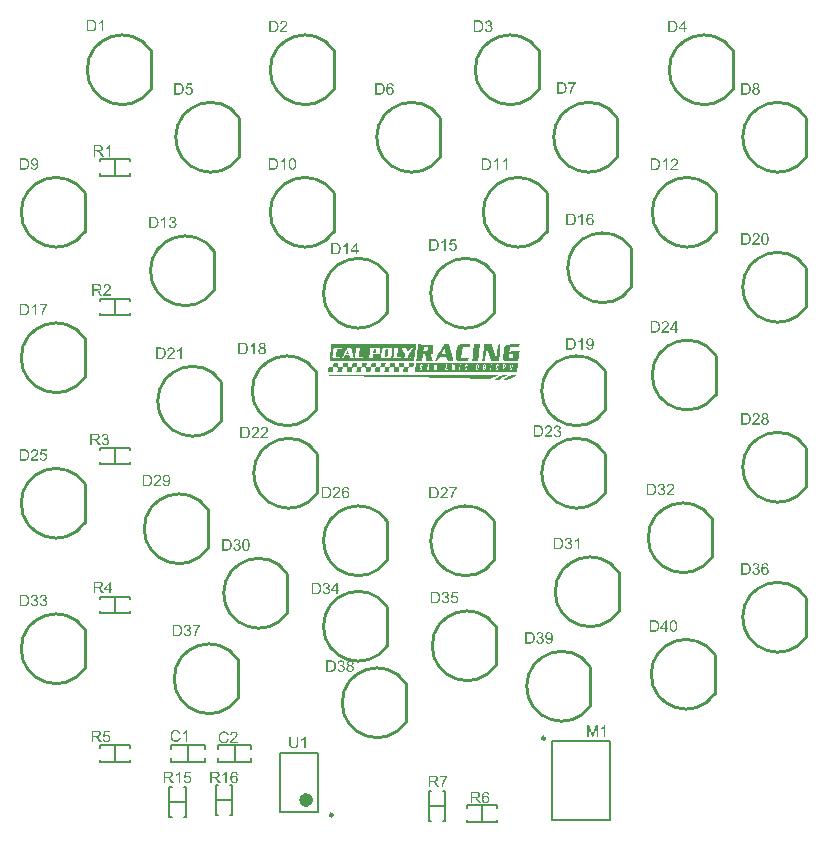
<source format=gbr>
%TF.GenerationSoftware,Altium Limited,Altium Designer,19.0.10 (269)*%
G04 Layer_Color=65535*
%FSLAX26Y26*%
%MOIN*%
%TF.FileFunction,Legend,Top*%
%TF.Part,Single*%
G01*
G75*
%TA.AperFunction,NonConductor*%
%ADD23C,0.009842*%
%ADD24C,0.010000*%
%ADD25C,0.005906*%
%ADD26C,0.007874*%
%ADD37C,0.023622*%
G36*
X1681022Y1659094D02*
X1681307Y1658809D01*
X1681591Y1658525D01*
Y1658241D01*
Y1657103D01*
X1681307Y1656251D01*
Y1655113D01*
Y1654829D01*
Y1654545D01*
Y1653692D01*
X1681022Y1652555D01*
Y1651133D01*
X1680738Y1649427D01*
X1680454Y1647153D01*
X1680169Y1644879D01*
Y1644594D01*
Y1643741D01*
X1679885Y1642320D01*
Y1640614D01*
X1679601Y1638624D01*
X1679317Y1636634D01*
X1678464Y1631801D01*
X1675052Y1604792D01*
X1650318D01*
X1642642Y1627252D01*
Y1627536D01*
X1642358Y1628105D01*
X1641789Y1629242D01*
X1641505Y1630664D01*
X1640083Y1634360D01*
X1638662Y1638055D01*
Y1638340D01*
X1638377Y1638908D01*
X1638093Y1639761D01*
X1637524Y1640898D01*
X1636672Y1643741D01*
X1635819Y1646300D01*
Y1646584D01*
Y1646869D01*
X1635534Y1648006D01*
X1635250Y1649143D01*
X1634966Y1649712D01*
Y1649143D01*
Y1648290D01*
X1634681Y1646300D01*
X1634397Y1645163D01*
Y1643741D01*
X1634113Y1641751D01*
X1633829Y1639761D01*
X1633544Y1637203D01*
X1633260Y1634360D01*
X1632976Y1630948D01*
X1632407Y1627252D01*
Y1626968D01*
Y1626399D01*
X1632123Y1625262D01*
Y1623840D01*
X1631554Y1620429D01*
X1630986Y1616449D01*
X1630417Y1612468D01*
X1629848Y1608773D01*
X1629564Y1607351D01*
X1629280Y1606214D01*
Y1605361D01*
X1628995Y1604792D01*
Y1604224D01*
X1620751D01*
Y1604792D01*
Y1605361D01*
X1621035Y1606498D01*
Y1607351D01*
Y1608488D01*
X1621319Y1609910D01*
X1621604Y1611900D01*
X1621888Y1613890D01*
X1622172Y1616449D01*
X1622457Y1619576D01*
X1622741Y1623272D01*
X1623310Y1627252D01*
X1623878Y1631801D01*
Y1632085D01*
X1624162Y1632938D01*
Y1634360D01*
X1624447Y1636065D01*
X1624731Y1638055D01*
X1625015Y1640330D01*
X1625584Y1645163D01*
X1626152Y1649996D01*
X1626437Y1652270D01*
X1626721Y1654261D01*
X1627005Y1655966D01*
X1627290Y1657388D01*
Y1658241D01*
Y1658525D01*
X1627858Y1659378D01*
X1652877D01*
X1654014Y1655398D01*
Y1654829D01*
X1654298Y1653408D01*
X1654867Y1651418D01*
X1655151Y1650849D01*
X1655720Y1649143D01*
X1656573Y1646584D01*
X1657710Y1643173D01*
Y1642889D01*
X1657994Y1642320D01*
X1658563Y1641467D01*
X1658847Y1640045D01*
X1659984Y1637203D01*
X1661121Y1633791D01*
Y1633507D01*
X1661406Y1632938D01*
X1661974Y1632085D01*
X1662259Y1630664D01*
X1663396Y1627821D01*
X1664533Y1624409D01*
Y1624125D01*
X1664817Y1623840D01*
X1665386Y1621850D01*
X1666239Y1619860D01*
X1666807Y1617586D01*
Y1617302D01*
X1667092Y1616449D01*
X1667376Y1615311D01*
X1667660Y1615027D01*
Y1615311D01*
X1667945Y1616164D01*
X1668229Y1617870D01*
X1668513Y1619007D01*
X1668797Y1620429D01*
Y1622135D01*
X1669366Y1624125D01*
X1669650Y1626683D01*
X1669935Y1629526D01*
X1670219Y1632938D01*
X1670788Y1636634D01*
Y1636918D01*
Y1637487D01*
X1671072Y1638624D01*
Y1640045D01*
X1671640Y1643457D01*
X1672209Y1647722D01*
X1672493Y1651702D01*
X1673062Y1655113D01*
Y1656535D01*
X1673346Y1657672D01*
Y1658525D01*
Y1658809D01*
X1673915Y1659094D01*
X1675052Y1659378D01*
X1679601D01*
X1681022Y1659094D01*
D02*
G37*
G36*
X1744990Y1658525D02*
Y1657956D01*
X1744706Y1657388D01*
Y1656819D01*
X1744421Y1655682D01*
X1744137Y1654261D01*
X1743568Y1650280D01*
X1715423D01*
X1714854Y1649712D01*
X1714570D01*
X1714001Y1649143D01*
X1713433Y1648574D01*
X1712864Y1647722D01*
Y1647437D01*
Y1646869D01*
X1712580Y1645447D01*
X1712295Y1643457D01*
X1712011Y1640898D01*
X1711727Y1638908D01*
X1711443Y1636918D01*
X1711158Y1634644D01*
X1710874Y1631801D01*
Y1631516D01*
Y1631232D01*
X1710590Y1629526D01*
X1710305Y1626968D01*
X1710021Y1624125D01*
X1709737Y1621282D01*
X1709452Y1618723D01*
X1709168Y1616733D01*
Y1616164D01*
Y1615880D01*
X1709452Y1615311D01*
X1709737Y1614743D01*
X1710305Y1613890D01*
X1710874Y1613321D01*
X1717697D01*
X1719403Y1613606D01*
X1720256D01*
X1720540Y1613890D01*
X1720824D01*
X1721393Y1614458D01*
X1721962Y1615027D01*
X1722530Y1615880D01*
Y1616164D01*
X1722814Y1616449D01*
X1723099Y1617302D01*
X1723667Y1618439D01*
X1723952Y1620145D01*
X1724236Y1622135D01*
X1724520Y1624693D01*
Y1627821D01*
X1714285D01*
Y1628674D01*
Y1629242D01*
X1714570Y1629811D01*
Y1630379D01*
Y1631516D01*
X1714854Y1632938D01*
X1715423Y1636918D01*
X1742716D01*
X1744421Y1636634D01*
X1744990D01*
Y1636350D01*
Y1635781D01*
X1744706Y1634644D01*
X1744421Y1632654D01*
X1744137Y1629811D01*
X1743853Y1627821D01*
X1743568Y1625831D01*
X1743284Y1623272D01*
X1743000Y1620429D01*
Y1620145D01*
Y1619860D01*
X1742716Y1617870D01*
X1742431Y1615596D01*
X1742147Y1612468D01*
X1741578Y1609625D01*
X1741294Y1607067D01*
X1741010Y1605361D01*
Y1604792D01*
Y1604508D01*
X1738451D01*
X1737314Y1604224D01*
X1708600D01*
X1704619Y1604508D01*
X1698365D01*
X1697512Y1604792D01*
X1696659D01*
X1696090Y1605077D01*
X1695237Y1605645D01*
X1694100Y1606214D01*
X1693247Y1607351D01*
X1692110Y1608773D01*
X1690973Y1610478D01*
X1690404Y1612468D01*
Y1612753D01*
Y1613037D01*
Y1614174D01*
Y1615880D01*
Y1618439D01*
X1690689Y1621850D01*
X1690973Y1623840D01*
X1691257Y1626115D01*
X1691542Y1628958D01*
X1691826Y1631801D01*
Y1632085D01*
Y1632369D01*
X1692110Y1634075D01*
X1692394Y1636634D01*
X1692963Y1639477D01*
X1693247Y1642320D01*
X1693532Y1644879D01*
X1693816Y1646584D01*
Y1647437D01*
Y1647722D01*
Y1648006D01*
X1694100Y1648859D01*
X1694669Y1649996D01*
X1695237Y1651418D01*
X1697227Y1654545D01*
X1698365Y1655966D01*
X1700071Y1657388D01*
X1700355Y1657672D01*
X1701208Y1657956D01*
X1702629Y1658241D01*
X1704051Y1658525D01*
X1704335Y1658809D01*
X1705188D01*
X1706894Y1659094D01*
X1711158D01*
X1713148Y1659378D01*
X1744990D01*
Y1658525D01*
D02*
G37*
G36*
X1613075D02*
Y1658241D01*
X1612790Y1657103D01*
Y1656251D01*
Y1655113D01*
X1612506Y1653692D01*
X1612222Y1651986D01*
X1611938Y1649712D01*
X1611653Y1647153D01*
X1611369Y1644026D01*
X1611085Y1640330D01*
X1610516Y1636350D01*
X1609947Y1631516D01*
Y1631232D01*
Y1630379D01*
X1609663Y1628958D01*
X1609379Y1627252D01*
X1609094Y1625262D01*
Y1622987D01*
X1608526Y1618154D01*
X1607957Y1613321D01*
X1607673Y1611047D01*
X1607389Y1608773D01*
X1607104Y1607067D01*
Y1605645D01*
X1606820Y1604792D01*
Y1604508D01*
X1605683D01*
X1604546Y1604224D01*
X1586919D01*
Y1604792D01*
X1587203Y1605361D01*
Y1606498D01*
X1587488Y1607635D01*
Y1608773D01*
X1587772Y1610194D01*
X1588056Y1612184D01*
X1588341Y1614458D01*
X1588625Y1617017D01*
X1589194Y1620145D01*
X1589478Y1623556D01*
X1590046Y1627821D01*
X1590615Y1632369D01*
X1594027Y1659378D01*
X1613075D01*
Y1658525D01*
D02*
G37*
G36*
X1579812D02*
Y1657956D01*
Y1656251D01*
X1579527Y1653692D01*
X1579243Y1650280D01*
X1560764D01*
X1558773Y1649996D01*
X1557352D01*
X1556783Y1649712D01*
X1556499D01*
X1556215Y1649143D01*
X1555930Y1648574D01*
X1555646Y1647722D01*
X1555362Y1647437D01*
Y1646869D01*
X1555078Y1645732D01*
X1554793Y1643741D01*
X1554225Y1640898D01*
X1553940Y1639193D01*
X1553656Y1637203D01*
X1553372Y1634644D01*
X1553087Y1631801D01*
X1551097Y1615880D01*
X1551666Y1615027D01*
Y1614743D01*
X1552235Y1613890D01*
X1575263D01*
Y1613321D01*
Y1613037D01*
Y1612468D01*
X1574978Y1611047D01*
X1574694Y1608773D01*
X1574126Y1604224D01*
X1551666D01*
X1547970Y1604508D01*
X1544558D01*
X1541147Y1604792D01*
X1538588Y1605077D01*
X1537451Y1605361D01*
X1536882Y1605645D01*
X1536598Y1605929D01*
X1535177Y1606782D01*
X1534892Y1607351D01*
X1533755Y1608773D01*
X1532618Y1611047D01*
X1531765Y1614458D01*
Y1615027D01*
Y1615880D01*
X1532049Y1617302D01*
X1532333Y1619576D01*
X1532618Y1622419D01*
X1533186Y1626399D01*
X1533471Y1628674D01*
X1533755Y1631232D01*
Y1631516D01*
Y1632085D01*
X1534039Y1632654D01*
Y1633791D01*
X1534324Y1636634D01*
X1534892Y1639761D01*
X1535177Y1642889D01*
X1535745Y1646016D01*
X1536029Y1648290D01*
X1536314Y1649143D01*
Y1649712D01*
Y1649996D01*
X1536882Y1650849D01*
X1537451Y1652270D01*
X1538588Y1653692D01*
X1539725Y1655398D01*
X1541431Y1657103D01*
X1543421Y1658525D01*
X1545980Y1659378D01*
X1579812D01*
Y1658525D01*
D02*
G37*
G36*
X1517266Y1635497D02*
Y1635212D01*
X1517550Y1634644D01*
X1517834Y1633507D01*
X1518403Y1632085D01*
X1518971Y1630379D01*
X1519540Y1628389D01*
X1520677Y1623556D01*
Y1623272D01*
X1520961Y1622419D01*
X1521246Y1621282D01*
X1521530Y1619860D01*
X1522383Y1616449D01*
X1523236Y1613037D01*
Y1612753D01*
X1523520Y1612468D01*
X1523804Y1611047D01*
X1524089Y1609625D01*
Y1609057D01*
Y1608773D01*
X1525510Y1604224D01*
X1505041D01*
X1503051Y1611331D01*
Y1611616D01*
X1502766Y1612468D01*
X1502482Y1613606D01*
X1502198Y1615027D01*
X1501629Y1616164D01*
X1501345Y1617302D01*
X1501061Y1618154D01*
Y1618439D01*
Y1619007D01*
X1478885D01*
X1474905Y1611331D01*
X1470356Y1604224D01*
X1461543D01*
Y1604508D01*
X1461827Y1604792D01*
X1462111Y1605361D01*
X1462396Y1606214D01*
X1463249Y1607351D01*
X1464101Y1609057D01*
X1465239Y1611616D01*
X1466945Y1614458D01*
X1468935Y1617870D01*
X1471209Y1622419D01*
X1474336Y1627536D01*
X1477748Y1633507D01*
X1481728Y1640614D01*
X1486277Y1648859D01*
X1488836Y1653123D01*
X1491679Y1657956D01*
X1492247Y1659378D01*
X1511295D01*
X1517266Y1635497D01*
D02*
G37*
G36*
X1429417Y1658525D02*
X1453582D01*
X1453867Y1658241D01*
X1455004Y1657672D01*
X1456425Y1656535D01*
X1457563Y1654829D01*
X1457847Y1654261D01*
Y1653408D01*
X1458131Y1652270D01*
Y1650565D01*
Y1648290D01*
X1457847Y1645447D01*
X1457563Y1642036D01*
Y1641751D01*
Y1640614D01*
X1457278Y1639193D01*
Y1637487D01*
X1456994Y1635497D01*
Y1633791D01*
X1456710Y1632654D01*
X1456425Y1631801D01*
X1456141Y1631232D01*
X1455004Y1630095D01*
X1452729Y1628674D01*
X1449887Y1627821D01*
X1448749D01*
Y1627536D01*
X1449034Y1627252D01*
X1449318Y1626399D01*
X1449602Y1624978D01*
X1450455Y1622703D01*
X1451308Y1619860D01*
X1452445Y1615880D01*
X1452729Y1615311D01*
X1453014Y1614174D01*
X1453582Y1612184D01*
X1454435Y1610194D01*
X1455288Y1607920D01*
X1455857Y1605929D01*
X1456141Y1604792D01*
X1456425Y1604224D01*
X1435387D01*
X1434534Y1605645D01*
Y1605929D01*
Y1606214D01*
X1434250Y1607067D01*
Y1607351D01*
X1433966Y1608204D01*
X1433681Y1609910D01*
X1432829Y1611900D01*
Y1612184D01*
Y1612468D01*
X1432544Y1613606D01*
X1432260Y1615311D01*
X1431976Y1617017D01*
X1428848Y1627821D01*
X1423731D01*
X1423447Y1627536D01*
X1423162D01*
Y1627252D01*
Y1626968D01*
X1422878Y1626115D01*
Y1624693D01*
X1422594Y1622419D01*
X1422309Y1619576D01*
X1421741Y1615880D01*
Y1615311D01*
X1421457Y1614174D01*
X1421172Y1612468D01*
X1420888Y1610194D01*
Y1609625D01*
X1420604Y1608488D01*
Y1607067D01*
X1420319Y1605645D01*
Y1605361D01*
Y1605077D01*
X1420035Y1604508D01*
Y1604224D01*
X1400703D01*
Y1604792D01*
Y1605361D01*
X1400987Y1606214D01*
Y1607067D01*
Y1608204D01*
X1401271Y1609625D01*
X1401555Y1611331D01*
X1401840Y1613606D01*
X1402124Y1616164D01*
X1402408Y1619292D01*
X1402693Y1622987D01*
X1403261Y1626968D01*
X1403830Y1631801D01*
Y1632085D01*
X1404114Y1632938D01*
Y1634360D01*
X1404399Y1635781D01*
X1404683Y1637771D01*
X1404967Y1640045D01*
X1405536Y1644879D01*
X1406389Y1649712D01*
X1406673Y1651986D01*
X1406957Y1654261D01*
X1407242Y1655966D01*
X1407526Y1657103D01*
X1407810Y1658241D01*
Y1658525D01*
Y1659378D01*
X1429417Y1658525D01*
D02*
G37*
G36*
X1400134D02*
Y1657956D01*
X1399850Y1656819D01*
Y1655966D01*
Y1654829D01*
X1399565Y1653408D01*
X1399281Y1651702D01*
X1398997Y1649427D01*
X1398713Y1646869D01*
X1398428Y1643741D01*
X1398144Y1640045D01*
X1397575Y1636065D01*
X1397007Y1631232D01*
X1393595Y1604224D01*
X1111570Y1604224D01*
Y1604792D01*
Y1605361D01*
X1111854Y1606498D01*
Y1607635D01*
Y1608772D01*
X1112138Y1610194D01*
X1112422Y1611900D01*
X1112707Y1614174D01*
X1112991Y1616733D01*
X1113275Y1619860D01*
X1113560Y1623272D01*
X1114128Y1627252D01*
X1114697Y1631801D01*
Y1632085D01*
X1114981Y1632938D01*
Y1634359D01*
X1115265Y1636065D01*
X1115550Y1638055D01*
X1115834Y1640330D01*
X1116403Y1645163D01*
X1116971Y1649996D01*
X1117255Y1652270D01*
X1117540Y1654260D01*
X1117824Y1655966D01*
X1118108Y1657388D01*
Y1658241D01*
Y1658525D01*
Y1659378D01*
X1400703Y1659378D01*
X1400134Y1658525D01*
D02*
G37*
G36*
X1392458Y1597969D02*
Y1597400D01*
Y1596832D01*
Y1596548D01*
Y1596263D01*
Y1595410D01*
X1392174Y1593989D01*
Y1593705D01*
Y1592852D01*
X1391889Y1591715D01*
Y1590293D01*
X1390468Y1582617D01*
X1375116D01*
Y1582332D01*
Y1581764D01*
X1374831Y1580627D01*
X1374547Y1579489D01*
X1374263Y1577499D01*
X1373978Y1574941D01*
Y1574656D01*
Y1573803D01*
X1373694Y1572382D01*
Y1570960D01*
X1373410Y1569539D01*
Y1568118D01*
X1373126Y1567265D01*
Y1566696D01*
X1371988D01*
X1371135Y1566412D01*
X1357205D01*
Y1567265D01*
Y1567549D01*
Y1567833D01*
Y1568402D01*
X1357489Y1569539D01*
Y1570676D01*
Y1572666D01*
X1357773Y1574941D01*
Y1575225D01*
X1358058Y1576078D01*
X1358342Y1577215D01*
X1358626Y1578352D01*
X1358910Y1581195D01*
X1359195Y1582048D01*
Y1582617D01*
X1343843D01*
X1342421Y1574941D01*
Y1574656D01*
Y1573803D01*
X1342137Y1572382D01*
Y1570960D01*
Y1569539D01*
X1341852Y1568118D01*
Y1567265D01*
Y1566696D01*
X1340715D01*
X1339862Y1566412D01*
X1325932D01*
Y1567265D01*
Y1567549D01*
Y1567833D01*
Y1568402D01*
X1326216Y1569255D01*
Y1570676D01*
X1326500Y1572382D01*
X1326785Y1574656D01*
Y1574941D01*
X1327069Y1575794D01*
Y1576931D01*
X1327353Y1578352D01*
X1327638Y1580911D01*
X1327922Y1582048D01*
Y1582617D01*
X1312570D01*
X1311148Y1574941D01*
Y1574656D01*
Y1573803D01*
X1310864Y1572666D01*
Y1571245D01*
Y1569823D01*
X1310580Y1568686D01*
Y1567833D01*
Y1567265D01*
Y1566412D01*
X1294659D01*
Y1567265D01*
Y1567549D01*
Y1567833D01*
Y1568970D01*
X1294943Y1570392D01*
Y1572098D01*
X1295512Y1574656D01*
X1295796Y1577784D01*
X1296364Y1581764D01*
Y1582617D01*
X1281012D01*
Y1582332D01*
Y1582048D01*
Y1581480D01*
X1280728Y1580342D01*
X1280444Y1578921D01*
X1280159Y1577215D01*
X1279875Y1574941D01*
Y1574656D01*
Y1573803D01*
X1279591Y1572951D01*
Y1571529D01*
X1279306Y1568970D01*
Y1567833D01*
Y1567265D01*
Y1566412D01*
X1264239D01*
X1263386Y1566696D01*
X1263101D01*
Y1566980D01*
Y1567265D01*
Y1567833D01*
X1263386Y1568970D01*
Y1570392D01*
X1263670Y1572382D01*
X1263954Y1574941D01*
Y1575225D01*
X1264239Y1576078D01*
Y1577499D01*
X1264523Y1578921D01*
X1264807Y1580058D01*
Y1581480D01*
X1265091Y1582332D01*
Y1582617D01*
X1249739D01*
Y1583185D01*
Y1583754D01*
X1250024Y1585176D01*
X1250308Y1586881D01*
X1250877Y1589440D01*
X1251445Y1594557D01*
X1251729Y1596832D01*
Y1598538D01*
X1267082D01*
Y1597969D01*
Y1597400D01*
X1266797Y1596263D01*
X1266513Y1594557D01*
X1266229Y1592283D01*
X1265376Y1587450D01*
X1265091Y1585176D01*
Y1583185D01*
X1265660Y1582901D01*
X1267082D01*
X1268503Y1582617D01*
X1279875D01*
X1280728Y1582901D01*
X1281012D01*
Y1583185D01*
Y1583470D01*
Y1584038D01*
X1281297Y1584891D01*
Y1586313D01*
X1281581Y1588303D01*
X1281865Y1590861D01*
Y1591146D01*
X1282149Y1591999D01*
Y1593420D01*
X1282434Y1594842D01*
X1282718Y1595979D01*
Y1597400D01*
X1283002Y1598253D01*
Y1598538D01*
X1298355D01*
Y1597969D01*
Y1597685D01*
Y1597116D01*
Y1596263D01*
X1298070Y1594842D01*
Y1593136D01*
X1297786Y1590861D01*
Y1590577D01*
Y1589724D01*
X1297502Y1588303D01*
Y1587166D01*
X1297217Y1585744D01*
X1296933Y1584323D01*
X1296649Y1583470D01*
X1296364Y1583185D01*
Y1582617D01*
X1312570D01*
X1313138Y1590293D01*
Y1590577D01*
Y1591430D01*
X1313422Y1592852D01*
Y1594273D01*
X1313707Y1595410D01*
X1313991Y1596832D01*
Y1597685D01*
X1314275Y1597969D01*
Y1598538D01*
X1329628D01*
Y1598253D01*
Y1597685D01*
Y1596547D01*
X1329343Y1594842D01*
Y1592852D01*
X1329059Y1590293D01*
X1328490Y1586881D01*
X1327922Y1583185D01*
Y1582617D01*
X1343274D01*
X1343843Y1583185D01*
Y1583470D01*
Y1584038D01*
Y1584607D01*
X1344127Y1585460D01*
Y1586881D01*
Y1588587D01*
X1344411Y1590861D01*
Y1591146D01*
Y1591999D01*
X1344696Y1593136D01*
Y1594557D01*
Y1595979D01*
X1344980Y1597116D01*
Y1597969D01*
Y1598538D01*
X1361185D01*
Y1598253D01*
Y1597685D01*
X1360901Y1596547D01*
X1360616Y1595410D01*
X1360332Y1593420D01*
X1360048Y1590861D01*
Y1590577D01*
Y1589724D01*
X1359763Y1588303D01*
Y1586881D01*
X1359479Y1585460D01*
Y1584323D01*
X1359195Y1583470D01*
Y1582901D01*
X1360048D01*
X1361185Y1582617D01*
X1374547D01*
X1375116Y1583185D01*
Y1583470D01*
Y1584038D01*
X1375400Y1585176D01*
Y1586313D01*
Y1588303D01*
X1375684Y1590861D01*
X1377106Y1598538D01*
X1392458Y1598538D01*
Y1597969D01*
D02*
G37*
G36*
X1235809Y1597969D02*
Y1597685D01*
Y1597400D01*
X1235524Y1595695D01*
X1235240Y1593705D01*
X1234956Y1591146D01*
X1234387Y1588303D01*
X1234103Y1586028D01*
X1233819Y1584038D01*
Y1583470D01*
Y1583185D01*
X1234387Y1582901D01*
X1235809D01*
X1237230Y1582617D01*
X1249739D01*
Y1582332D01*
Y1582048D01*
Y1581195D01*
X1249455Y1580058D01*
X1249171Y1578637D01*
X1248886Y1576647D01*
X1248602Y1574088D01*
X1247749Y1566412D01*
X1232966D01*
X1232113Y1566696D01*
X1231828D01*
Y1566980D01*
Y1567265D01*
Y1567833D01*
X1232113Y1568970D01*
Y1570108D01*
X1232397Y1572098D01*
X1232681Y1574372D01*
Y1574656D01*
X1232966Y1575509D01*
Y1576647D01*
X1233250Y1578068D01*
X1233534Y1579489D01*
Y1580627D01*
X1233819Y1581764D01*
Y1582048D01*
X1233534Y1582332D01*
X1231828D01*
X1230691Y1582617D01*
X1218466D01*
Y1581764D01*
Y1581480D01*
X1218182Y1580911D01*
Y1579774D01*
X1217898Y1578637D01*
X1217613Y1576647D01*
X1217045Y1574088D01*
X1216476Y1566412D01*
X1200555D01*
Y1567265D01*
Y1567833D01*
X1200840Y1569255D01*
X1201124Y1570960D01*
X1201693Y1573519D01*
X1202261Y1578637D01*
X1202545Y1580911D01*
Y1582617D01*
X1189752D01*
X1188331Y1582332D01*
X1187478D01*
X1187193Y1582048D01*
Y1581764D01*
Y1581480D01*
Y1580911D01*
X1186909Y1580058D01*
X1186625Y1578637D01*
X1186340Y1576931D01*
X1186056Y1574372D01*
Y1574088D01*
Y1573235D01*
X1185772Y1572098D01*
Y1570676D01*
X1185487Y1569255D01*
Y1568118D01*
X1185203Y1567265D01*
Y1566696D01*
X1184350D01*
X1183213Y1566412D01*
X1170420D01*
X1169567Y1566696D01*
X1169282D01*
Y1566980D01*
Y1567265D01*
Y1567833D01*
X1169567Y1568970D01*
Y1570392D01*
X1169851Y1572382D01*
X1170135Y1574941D01*
Y1575225D01*
X1170420Y1576078D01*
Y1577499D01*
X1170704Y1578921D01*
Y1580058D01*
X1170988Y1581480D01*
Y1582332D01*
Y1582617D01*
X1155636D01*
Y1582332D01*
Y1581764D01*
X1155352Y1580627D01*
X1155067Y1579489D01*
X1154783Y1577499D01*
X1154499Y1574941D01*
X1153930Y1566412D01*
X1139147D01*
X1138009Y1566696D01*
X1137725D01*
Y1566980D01*
Y1567265D01*
Y1567833D01*
X1138009Y1568970D01*
Y1570108D01*
X1138294Y1572098D01*
X1138578Y1574372D01*
Y1574656D01*
X1138862Y1575509D01*
Y1576647D01*
X1139147Y1578068D01*
X1139431Y1579489D01*
Y1580627D01*
X1139715Y1581764D01*
Y1582048D01*
X1139431Y1582332D01*
X1137725D01*
X1136588Y1582617D01*
X1124363D01*
Y1583185D01*
Y1583470D01*
Y1583754D01*
Y1584323D01*
X1124647Y1585460D01*
Y1586597D01*
Y1588587D01*
X1124932Y1590861D01*
X1126353Y1598538D01*
X1142274D01*
X1141705Y1597969D01*
Y1597400D01*
X1141421Y1596263D01*
X1141137Y1594273D01*
Y1591999D01*
X1140568Y1587166D01*
X1140284Y1584891D01*
Y1583185D01*
X1140568Y1582901D01*
X1142274D01*
X1143411Y1582617D01*
X1154499D01*
X1155352Y1582901D01*
X1155636D01*
Y1583185D01*
Y1583470D01*
Y1584038D01*
X1155920Y1584891D01*
Y1586313D01*
X1156205Y1588303D01*
X1156489Y1590861D01*
Y1591146D01*
X1156773Y1591999D01*
Y1593420D01*
X1157057Y1594842D01*
X1157342Y1595979D01*
Y1597400D01*
X1157626Y1598253D01*
Y1598538D01*
X1173547D01*
X1172978Y1597969D01*
Y1597685D01*
Y1597116D01*
Y1595979D01*
X1172694Y1594842D01*
Y1592852D01*
X1172410Y1590293D01*
X1171841Y1582617D01*
X1179517Y1583185D01*
X1187193D01*
X1187762Y1590861D01*
Y1591146D01*
X1188046Y1591999D01*
Y1593420D01*
X1188331Y1594842D01*
X1188615Y1595979D01*
Y1597400D01*
X1188899Y1598253D01*
Y1598538D01*
X1203114D01*
X1203967Y1598253D01*
X1204251D01*
Y1597969D01*
Y1597685D01*
Y1597116D01*
X1203967Y1596263D01*
Y1594842D01*
X1203683Y1593136D01*
X1203398Y1590577D01*
Y1590293D01*
Y1589440D01*
X1203114Y1588303D01*
Y1586881D01*
X1202830Y1585460D01*
Y1584323D01*
X1202545Y1583185D01*
Y1582901D01*
X1203398D01*
X1204536Y1582617D01*
X1218466D01*
Y1583185D01*
Y1583470D01*
Y1584038D01*
X1218751Y1585176D01*
Y1586313D01*
Y1588303D01*
X1219035Y1590861D01*
X1220456Y1598538D01*
X1235809D01*
Y1597969D01*
D02*
G37*
G36*
X1693247Y1598253D02*
X1735608D01*
X1737882Y1597969D01*
X1739872D01*
Y1597685D01*
Y1596548D01*
X1739588Y1594273D01*
X1739304Y1591146D01*
Y1589440D01*
X1739020Y1587166D01*
X1738451Y1584607D01*
X1738167Y1581764D01*
X1737882Y1578637D01*
X1737314Y1575225D01*
X1736461Y1571529D01*
X1735892Y1567265D01*
Y1566412D01*
X1396154D01*
Y1567265D01*
Y1567549D01*
Y1568686D01*
X1396438Y1570676D01*
Y1571813D01*
X1396722Y1573519D01*
X1397007Y1575225D01*
Y1577499D01*
X1397575Y1580058D01*
X1397860Y1582901D01*
X1398428Y1586028D01*
X1398713Y1589724D01*
X1399565Y1593705D01*
X1400134Y1597969D01*
Y1598538D01*
X1686140D01*
X1693247Y1598253D01*
D02*
G37*
G36*
X1124363Y1582332D02*
Y1581764D01*
X1124079Y1580911D01*
Y1579774D01*
X1123794Y1576931D01*
X1123226Y1574088D01*
X1122373Y1566412D01*
X1106452D01*
Y1567833D01*
Y1568118D01*
X1106736Y1568686D01*
Y1568970D01*
X1107021Y1569539D01*
Y1570392D01*
X1107305Y1571813D01*
Y1572098D01*
X1107589Y1573235D01*
X1107874Y1574372D01*
Y1575509D01*
X1108442Y1582617D01*
X1124363D01*
Y1582332D01*
D02*
G37*
G36*
X1647191Y1555893D02*
X1673062D01*
X1672778Y1555608D01*
X1671640Y1555040D01*
X1669935Y1554187D01*
X1667660Y1553050D01*
X1664249Y1551344D01*
X1661974Y1550491D01*
X1659700Y1549354D01*
X1646338Y1542815D01*
X1375684Y1549354D01*
X1371135D01*
X1369145Y1549638D01*
X1358058D01*
X1350666Y1549922D01*
X1342421Y1550207D01*
X1333323D01*
X1323657Y1550491D01*
X1312854Y1550775D01*
X1301766Y1551060D01*
X1290110Y1551344D01*
X1278169Y1551628D01*
X1265660Y1551912D01*
X1240642Y1552481D01*
X1215339Y1553050D01*
X1202830Y1553334D01*
X1190889Y1553618D01*
X1179233Y1553902D01*
X1168145Y1554187D01*
X1157342Y1554471D01*
X1147676Y1554755D01*
X1138578Y1555040D01*
X1130333Y1555324D01*
X1119814D01*
X1116971Y1555608D01*
X1110148D01*
X1108442Y1555893D01*
X1134598D01*
X1140852Y1556177D01*
X1638662Y1556177D01*
X1647191Y1555893D01*
D02*
G37*
G36*
X1703766D02*
X1703198Y1555608D01*
X1702345Y1555040D01*
X1700639Y1554187D01*
X1698080Y1553050D01*
X1696375Y1552197D01*
X1694669Y1551344D01*
X1692394Y1550491D01*
X1689836Y1549354D01*
X1675905Y1542246D01*
X1667092D01*
X1665955Y1542531D01*
X1663396D01*
X1662259Y1542815D01*
X1661121D01*
X1661690Y1543099D01*
X1662827Y1543668D01*
X1663680Y1544236D01*
X1664817Y1544805D01*
X1665102D01*
X1665670Y1545089D01*
X1666523Y1545658D01*
X1667660Y1546226D01*
X1670503Y1547648D01*
X1674484Y1549354D01*
X1688698Y1556177D01*
X1702914D01*
X1703766Y1555893D01*
D02*
G37*
G36*
X1734471D02*
X1734755D01*
X1734471Y1555608D01*
X1733902Y1555324D01*
X1733049Y1554755D01*
X1731059Y1553903D01*
X1728501Y1552765D01*
X1726795Y1551912D01*
X1724805Y1550775D01*
X1722530Y1549638D01*
X1719972Y1548501D01*
X1704619Y1541678D01*
X1697796D01*
X1696943Y1541962D01*
X1695522D01*
X1692963Y1542246D01*
X1690689D01*
X1691257Y1542531D01*
X1692110Y1543099D01*
X1693816Y1543952D01*
X1696375Y1545374D01*
X1698080Y1545942D01*
X1700071Y1547079D01*
X1702061Y1548217D01*
X1704619Y1549354D01*
X1719403Y1556177D01*
X1733618D01*
X1734471Y1555893D01*
D02*
G37*
G36*
X1203606Y1973166D02*
X1208801D01*
Y1968836D01*
X1203606D01*
Y1959646D01*
X1198878D01*
Y1968836D01*
X1182227D01*
Y1973166D01*
X1199743Y1998041D01*
X1203606D01*
Y1973166D01*
D02*
G37*
G36*
X1171705Y1959646D02*
X1166976D01*
Y1989649D01*
X1166943Y1989616D01*
X1166909Y1989582D01*
X1166810Y1989483D01*
X1166676Y1989383D01*
X1166477Y1989216D01*
X1166277Y1989050D01*
X1166044Y1988850D01*
X1165777Y1988617D01*
X1165111Y1988150D01*
X1164345Y1987584D01*
X1163480Y1986985D01*
X1162481Y1986386D01*
X1162447Y1986352D01*
X1162347Y1986319D01*
X1162214Y1986219D01*
X1162014Y1986119D01*
X1161781Y1985986D01*
X1161515Y1985853D01*
X1161182Y1985653D01*
X1160849Y1985486D01*
X1160083Y1985087D01*
X1159251Y1984687D01*
X1158385Y1984288D01*
X1157552Y1983955D01*
Y1988517D01*
X1157585Y1988550D01*
X1157719Y1988617D01*
X1157952Y1988717D01*
X1158218Y1988850D01*
X1158551Y1989016D01*
X1158951Y1989249D01*
X1159384Y1989483D01*
X1159883Y1989782D01*
X1160416Y1990082D01*
X1160949Y1990448D01*
X1162114Y1991214D01*
X1163313Y1992080D01*
X1164445Y1993012D01*
X1164479Y1993046D01*
X1164579Y1993146D01*
X1164712Y1993279D01*
X1164945Y1993478D01*
X1165178Y1993712D01*
X1165444Y1993978D01*
X1165744Y1994311D01*
X1166077Y1994644D01*
X1166776Y1995443D01*
X1167476Y1996309D01*
X1168108Y1997241D01*
X1168408Y1997708D01*
X1168641Y1998174D01*
X1171705D01*
Y1959646D01*
D02*
G37*
G36*
X1131878Y1998007D02*
X1132344D01*
X1132877Y1997974D01*
X1133976Y1997907D01*
X1135108Y1997807D01*
X1136207Y1997674D01*
X1136706Y1997574D01*
X1137173Y1997475D01*
X1137206D01*
X1137306Y1997441D01*
X1137506Y1997408D01*
X1137739Y1997341D01*
X1138005Y1997241D01*
X1138338Y1997141D01*
X1138704Y1997008D01*
X1139104Y1996842D01*
X1140003Y1996476D01*
X1140936Y1995976D01*
X1141901Y1995410D01*
X1142800Y1994711D01*
X1142834Y1994677D01*
X1142934Y1994577D01*
X1143100Y1994444D01*
X1143300Y1994244D01*
X1143566Y1994011D01*
X1143833Y1993678D01*
X1144166Y1993345D01*
X1144499Y1992946D01*
X1144865Y1992479D01*
X1145231Y1991980D01*
X1145631Y1991447D01*
X1145997Y1990848D01*
X1146363Y1990248D01*
X1146696Y1989582D01*
X1147029Y1988883D01*
X1147329Y1988150D01*
X1147362Y1988117D01*
X1147396Y1987984D01*
X1147462Y1987751D01*
X1147562Y1987451D01*
X1147695Y1987052D01*
X1147829Y1986619D01*
X1147962Y1986086D01*
X1148095Y1985520D01*
X1148228Y1984854D01*
X1148361Y1984155D01*
X1148495Y1983422D01*
X1148628Y1982623D01*
X1148728Y1981790D01*
X1148794Y1980891D01*
X1148861Y1979959D01*
Y1979026D01*
Y1978993D01*
Y1978826D01*
Y1978593D01*
Y1978294D01*
X1148828Y1977927D01*
X1148794Y1977461D01*
X1148761Y1976962D01*
X1148728Y1976429D01*
X1148694Y1975830D01*
X1148594Y1975230D01*
X1148428Y1973898D01*
X1148162Y1972566D01*
X1147829Y1971267D01*
Y1971234D01*
X1147795Y1971134D01*
X1147729Y1970934D01*
X1147629Y1970701D01*
X1147529Y1970435D01*
X1147429Y1970102D01*
X1147263Y1969702D01*
X1147129Y1969303D01*
X1146730Y1968437D01*
X1146297Y1967505D01*
X1145764Y1966539D01*
X1145198Y1965673D01*
X1145165Y1965640D01*
X1145131Y1965573D01*
X1145031Y1965473D01*
X1144931Y1965307D01*
X1144599Y1964907D01*
X1144166Y1964408D01*
X1143633Y1963875D01*
X1143033Y1963275D01*
X1142401Y1962709D01*
X1141701Y1962210D01*
X1141668D01*
X1141601Y1962143D01*
X1141502Y1962077D01*
X1141368Y1962010D01*
X1141169Y1961910D01*
X1140969Y1961777D01*
X1140702Y1961644D01*
X1140403Y1961511D01*
X1139737Y1961178D01*
X1138971Y1960878D01*
X1138072Y1960545D01*
X1137106Y1960278D01*
X1137073D01*
X1136973Y1960245D01*
X1136840Y1960212D01*
X1136640Y1960178D01*
X1136373Y1960145D01*
X1136074Y1960079D01*
X1135741Y1960012D01*
X1135341Y1959979D01*
X1134908Y1959912D01*
X1134442Y1959845D01*
X1133909Y1959779D01*
X1133376Y1959746D01*
X1132211Y1959679D01*
X1130946Y1959646D01*
X1117126D01*
Y1998041D01*
X1131445D01*
X1131878Y1998007D01*
D02*
G37*
G36*
X2296628Y2713772D02*
X2301822D01*
Y2709443D01*
X2296628D01*
Y2700252D01*
X2291899D01*
Y2709443D01*
X2275249D01*
Y2713772D01*
X2292765Y2738647D01*
X2296628D01*
Y2713772D01*
D02*
G37*
G36*
X2254736Y2738614D02*
X2255202D01*
X2255735Y2738580D01*
X2256834Y2738514D01*
X2257966Y2738414D01*
X2259065Y2738281D01*
X2259565Y2738181D01*
X2260031Y2738081D01*
X2260064D01*
X2260164Y2738048D01*
X2260364Y2738014D01*
X2260597Y2737948D01*
X2260863Y2737848D01*
X2261196Y2737748D01*
X2261563Y2737615D01*
X2261962Y2737448D01*
X2262861Y2737082D01*
X2263794Y2736582D01*
X2264760Y2736016D01*
X2265659Y2735317D01*
X2265692Y2735284D01*
X2265792Y2735184D01*
X2265958Y2735050D01*
X2266158Y2734851D01*
X2266425Y2734618D01*
X2266691Y2734285D01*
X2267024Y2733952D01*
X2267357Y2733552D01*
X2267723Y2733086D01*
X2268090Y2732586D01*
X2268489Y2732053D01*
X2268855Y2731454D01*
X2269222Y2730855D01*
X2269555Y2730189D01*
X2269888Y2729489D01*
X2270187Y2728757D01*
X2270221Y2728724D01*
X2270254Y2728590D01*
X2270321Y2728357D01*
X2270421Y2728057D01*
X2270554Y2727658D01*
X2270687Y2727225D01*
X2270820Y2726692D01*
X2270953Y2726126D01*
X2271086Y2725460D01*
X2271220Y2724761D01*
X2271353Y2724028D01*
X2271486Y2723229D01*
X2271586Y2722396D01*
X2271653Y2721497D01*
X2271719Y2720565D01*
Y2719633D01*
Y2719599D01*
Y2719433D01*
Y2719200D01*
Y2718900D01*
X2271686Y2718534D01*
X2271653Y2718068D01*
X2271619Y2717568D01*
X2271586Y2717035D01*
X2271553Y2716436D01*
X2271453Y2715836D01*
X2271286Y2714504D01*
X2271020Y2713172D01*
X2270687Y2711874D01*
Y2711840D01*
X2270654Y2711740D01*
X2270587Y2711541D01*
X2270487Y2711308D01*
X2270387Y2711041D01*
X2270287Y2710708D01*
X2270121Y2710309D01*
X2269988Y2709909D01*
X2269588Y2709043D01*
X2269155Y2708111D01*
X2268622Y2707145D01*
X2268056Y2706279D01*
X2268023Y2706246D01*
X2267990Y2706179D01*
X2267890Y2706079D01*
X2267790Y2705913D01*
X2267457Y2705513D01*
X2267024Y2705014D01*
X2266491Y2704481D01*
X2265892Y2703882D01*
X2265259Y2703316D01*
X2264560Y2702816D01*
X2264526D01*
X2264460Y2702749D01*
X2264360Y2702683D01*
X2264227Y2702616D01*
X2264027Y2702516D01*
X2263827Y2702383D01*
X2263561Y2702250D01*
X2263261Y2702117D01*
X2262595Y2701784D01*
X2261829Y2701484D01*
X2260930Y2701151D01*
X2259964Y2700885D01*
X2259931D01*
X2259831Y2700851D01*
X2259698Y2700818D01*
X2259498Y2700785D01*
X2259232Y2700751D01*
X2258932Y2700685D01*
X2258599Y2700618D01*
X2258199Y2700585D01*
X2257767Y2700518D01*
X2257300Y2700452D01*
X2256767Y2700385D01*
X2256235Y2700352D01*
X2255069Y2700285D01*
X2253804Y2700252D01*
X2239984D01*
Y2738647D01*
X2254303D01*
X2254736Y2738614D01*
D02*
G37*
G36*
X1642368Y2739747D02*
X1642635D01*
X1642968Y2739713D01*
X1643334Y2739680D01*
X1643734Y2739614D01*
X1644633Y2739447D01*
X1645632Y2739214D01*
X1646631Y2738881D01*
X1647630Y2738415D01*
X1647663D01*
X1647763Y2738348D01*
X1647896Y2738282D01*
X1648062Y2738182D01*
X1648296Y2738048D01*
X1648529Y2737882D01*
X1649128Y2737449D01*
X1649761Y2736950D01*
X1650427Y2736317D01*
X1651093Y2735584D01*
X1651659Y2734752D01*
X1651692Y2734718D01*
X1651726Y2734652D01*
X1651792Y2734519D01*
X1651892Y2734352D01*
X1651992Y2734119D01*
X1652125Y2733886D01*
X1652258Y2733586D01*
X1652391Y2733253D01*
X1652625Y2732521D01*
X1652858Y2731688D01*
X1653024Y2730756D01*
X1653091Y2730290D01*
Y2729790D01*
Y2729757D01*
Y2729690D01*
Y2729557D01*
X1653057Y2729390D01*
Y2729157D01*
X1653024Y2728891D01*
X1652924Y2728292D01*
X1652758Y2727592D01*
X1652525Y2726826D01*
X1652192Y2726061D01*
X1651726Y2725261D01*
Y2725228D01*
X1651659Y2725161D01*
X1651592Y2725061D01*
X1651492Y2724928D01*
X1651159Y2724562D01*
X1650726Y2724096D01*
X1650194Y2723596D01*
X1649494Y2723030D01*
X1648695Y2722531D01*
X1647796Y2722031D01*
X1647829D01*
X1647963Y2721998D01*
X1648129Y2721931D01*
X1648362Y2721865D01*
X1648629Y2721765D01*
X1648962Y2721665D01*
X1649328Y2721498D01*
X1649727Y2721332D01*
X1650593Y2720899D01*
X1651026Y2720633D01*
X1651459Y2720333D01*
X1651892Y2720000D01*
X1652325Y2719600D01*
X1652725Y2719201D01*
X1653091Y2718768D01*
X1653124Y2718735D01*
X1653157Y2718668D01*
X1653257Y2718501D01*
X1653390Y2718335D01*
X1653524Y2718068D01*
X1653690Y2717802D01*
X1653857Y2717469D01*
X1654056Y2717070D01*
X1654223Y2716637D01*
X1654389Y2716170D01*
X1654556Y2715671D01*
X1654689Y2715105D01*
X1654822Y2714539D01*
X1654922Y2713906D01*
X1654956Y2713273D01*
X1654989Y2712574D01*
Y2712507D01*
Y2712341D01*
X1654956Y2712075D01*
X1654922Y2711742D01*
X1654889Y2711309D01*
X1654789Y2710809D01*
X1654689Y2710243D01*
X1654523Y2709610D01*
X1654323Y2708978D01*
X1654090Y2708278D01*
X1653790Y2707579D01*
X1653424Y2706846D01*
X1652991Y2706147D01*
X1652525Y2705414D01*
X1651959Y2704715D01*
X1651293Y2704049D01*
X1651259Y2704016D01*
X1651126Y2703916D01*
X1650926Y2703716D01*
X1650627Y2703516D01*
X1650260Y2703250D01*
X1649827Y2702950D01*
X1649328Y2702651D01*
X1648762Y2702318D01*
X1648129Y2701985D01*
X1647430Y2701685D01*
X1646664Y2701385D01*
X1645831Y2701119D01*
X1644966Y2700919D01*
X1644033Y2700753D01*
X1643068Y2700619D01*
X1642035Y2700586D01*
X1641802D01*
X1641536Y2700619D01*
X1641203D01*
X1640770Y2700686D01*
X1640270Y2700753D01*
X1639704Y2700852D01*
X1639105Y2700952D01*
X1638439Y2701119D01*
X1637773Y2701319D01*
X1637073Y2701552D01*
X1636374Y2701851D01*
X1635642Y2702184D01*
X1634976Y2702584D01*
X1634276Y2703050D01*
X1633644Y2703583D01*
X1633610Y2703616D01*
X1633510Y2703716D01*
X1633344Y2703883D01*
X1633111Y2704149D01*
X1632844Y2704449D01*
X1632578Y2704782D01*
X1632245Y2705215D01*
X1631912Y2705714D01*
X1631579Y2706247D01*
X1631246Y2706813D01*
X1630946Y2707479D01*
X1630647Y2708178D01*
X1630380Y2708911D01*
X1630147Y2709710D01*
X1629981Y2710543D01*
X1629847Y2711409D01*
X1634576Y2712041D01*
Y2712008D01*
X1634609Y2711875D01*
X1634676Y2711675D01*
X1634743Y2711375D01*
X1634809Y2711042D01*
X1634942Y2710676D01*
X1635075Y2710243D01*
X1635209Y2709810D01*
X1635608Y2708844D01*
X1636074Y2707912D01*
X1636341Y2707446D01*
X1636641Y2707013D01*
X1636974Y2706613D01*
X1637307Y2706247D01*
X1637340Y2706214D01*
X1637407Y2706180D01*
X1637506Y2706081D01*
X1637673Y2705981D01*
X1637839Y2705847D01*
X1638072Y2705681D01*
X1638339Y2705514D01*
X1638639Y2705381D01*
X1639338Y2705048D01*
X1640137Y2704749D01*
X1641070Y2704549D01*
X1641569Y2704515D01*
X1642069Y2704482D01*
X1642401D01*
X1642635Y2704515D01*
X1642901Y2704549D01*
X1643234Y2704615D01*
X1643600Y2704682D01*
X1644033Y2704782D01*
X1644466Y2704882D01*
X1644899Y2705048D01*
X1645365Y2705215D01*
X1645865Y2705448D01*
X1646331Y2705714D01*
X1646797Y2706014D01*
X1647263Y2706380D01*
X1647696Y2706780D01*
X1647729Y2706813D01*
X1647796Y2706880D01*
X1647896Y2707013D01*
X1648062Y2707179D01*
X1648229Y2707412D01*
X1648429Y2707679D01*
X1648629Y2708012D01*
X1648862Y2708345D01*
X1649062Y2708744D01*
X1649261Y2709177D01*
X1649461Y2709644D01*
X1649628Y2710143D01*
X1649794Y2710676D01*
X1649894Y2711242D01*
X1649961Y2711841D01*
X1649994Y2712474D01*
Y2712507D01*
Y2712607D01*
Y2712774D01*
X1649961Y2713007D01*
X1649927Y2713307D01*
X1649894Y2713606D01*
X1649827Y2713973D01*
X1649727Y2714372D01*
X1649461Y2715205D01*
X1649295Y2715671D01*
X1649095Y2716104D01*
X1648862Y2716570D01*
X1648562Y2717003D01*
X1648229Y2717436D01*
X1647863Y2717835D01*
X1647829Y2717869D01*
X1647763Y2717935D01*
X1647630Y2718035D01*
X1647496Y2718168D01*
X1647263Y2718335D01*
X1647030Y2718501D01*
X1646730Y2718701D01*
X1646398Y2718901D01*
X1646031Y2719068D01*
X1645598Y2719267D01*
X1645165Y2719434D01*
X1644699Y2719600D01*
X1644166Y2719733D01*
X1643634Y2719833D01*
X1643068Y2719900D01*
X1642468Y2719933D01*
X1642235D01*
X1641935Y2719900D01*
X1641569Y2719867D01*
X1641070Y2719800D01*
X1640503Y2719733D01*
X1639871Y2719600D01*
X1639138Y2719434D01*
X1639671Y2723563D01*
X1639737D01*
X1639937Y2723530D01*
X1640204Y2723496D01*
X1640736D01*
X1640936Y2723530D01*
X1641203D01*
X1641502Y2723596D01*
X1641869Y2723630D01*
X1642235Y2723696D01*
X1643068Y2723896D01*
X1643967Y2724162D01*
X1644899Y2724562D01*
X1645365Y2724795D01*
X1645831Y2725061D01*
X1645865Y2725095D01*
X1645931Y2725128D01*
X1646064Y2725228D01*
X1646198Y2725361D01*
X1646398Y2725528D01*
X1646597Y2725727D01*
X1646797Y2725961D01*
X1647030Y2726260D01*
X1647263Y2726593D01*
X1647463Y2726926D01*
X1647663Y2727326D01*
X1647863Y2727759D01*
X1647996Y2728258D01*
X1648129Y2728758D01*
X1648196Y2729324D01*
X1648229Y2729923D01*
Y2729957D01*
Y2730023D01*
Y2730156D01*
X1648196Y2730356D01*
X1648162Y2730556D01*
X1648129Y2730822D01*
X1647996Y2731422D01*
X1647796Y2732088D01*
X1647496Y2732820D01*
X1647297Y2733153D01*
X1647063Y2733520D01*
X1646764Y2733853D01*
X1646464Y2734186D01*
X1646431Y2734219D01*
X1646398Y2734252D01*
X1646298Y2734352D01*
X1646131Y2734452D01*
X1645965Y2734585D01*
X1645765Y2734718D01*
X1645532Y2734885D01*
X1645232Y2735052D01*
X1644599Y2735385D01*
X1643800Y2735651D01*
X1642934Y2735851D01*
X1642435Y2735884D01*
X1641935Y2735917D01*
X1641669D01*
X1641469Y2735884D01*
X1641236Y2735851D01*
X1640970Y2735817D01*
X1640337Y2735718D01*
X1639638Y2735484D01*
X1638872Y2735185D01*
X1638472Y2734985D01*
X1638106Y2734752D01*
X1637739Y2734485D01*
X1637373Y2734186D01*
X1637340Y2734152D01*
X1637307Y2734119D01*
X1637207Y2734019D01*
X1637073Y2733853D01*
X1636940Y2733686D01*
X1636774Y2733453D01*
X1636574Y2733187D01*
X1636408Y2732887D01*
X1636208Y2732554D01*
X1636008Y2732154D01*
X1635808Y2731722D01*
X1635608Y2731255D01*
X1635442Y2730756D01*
X1635275Y2730223D01*
X1635142Y2729624D01*
X1635042Y2728991D01*
X1630314Y2729823D01*
Y2729890D01*
X1630347Y2730023D01*
X1630414Y2730290D01*
X1630480Y2730589D01*
X1630613Y2730989D01*
X1630746Y2731455D01*
X1630913Y2731955D01*
X1631113Y2732521D01*
X1631346Y2733087D01*
X1631646Y2733686D01*
X1631945Y2734286D01*
X1632312Y2734918D01*
X1632711Y2735518D01*
X1633177Y2736084D01*
X1633677Y2736650D01*
X1634210Y2737149D01*
X1634243Y2737183D01*
X1634343Y2737249D01*
X1634509Y2737383D01*
X1634776Y2737549D01*
X1635075Y2737749D01*
X1635409Y2737982D01*
X1635841Y2738215D01*
X1636308Y2738481D01*
X1636840Y2738715D01*
X1637407Y2738948D01*
X1638039Y2739181D01*
X1638705Y2739381D01*
X1639438Y2739547D01*
X1640204Y2739680D01*
X1641003Y2739747D01*
X1641835Y2739780D01*
X1642135D01*
X1642368Y2739747D01*
D02*
G37*
G36*
X1607736Y2739614D02*
X1608202D01*
X1608735Y2739580D01*
X1609834Y2739514D01*
X1610966Y2739414D01*
X1612065Y2739281D01*
X1612565Y2739181D01*
X1613031Y2739081D01*
X1613064D01*
X1613164Y2739048D01*
X1613364Y2739014D01*
X1613597Y2738948D01*
X1613863Y2738848D01*
X1614196Y2738748D01*
X1614563Y2738615D01*
X1614962Y2738448D01*
X1615861Y2738082D01*
X1616794Y2737582D01*
X1617759Y2737016D01*
X1618659Y2736317D01*
X1618692Y2736284D01*
X1618792Y2736184D01*
X1618958Y2736050D01*
X1619158Y2735851D01*
X1619425Y2735618D01*
X1619691Y2735285D01*
X1620024Y2734952D01*
X1620357Y2734552D01*
X1620723Y2734086D01*
X1621090Y2733586D01*
X1621489Y2733053D01*
X1621855Y2732454D01*
X1622222Y2731855D01*
X1622555Y2731189D01*
X1622888Y2730489D01*
X1623187Y2729757D01*
X1623221Y2729724D01*
X1623254Y2729590D01*
X1623321Y2729357D01*
X1623420Y2729057D01*
X1623554Y2728658D01*
X1623687Y2728225D01*
X1623820Y2727692D01*
X1623953Y2727126D01*
X1624086Y2726460D01*
X1624220Y2725761D01*
X1624353Y2725028D01*
X1624486Y2724229D01*
X1624586Y2723396D01*
X1624653Y2722497D01*
X1624719Y2721565D01*
Y2720633D01*
Y2720599D01*
Y2720433D01*
Y2720200D01*
Y2719900D01*
X1624686Y2719534D01*
X1624653Y2719068D01*
X1624619Y2718568D01*
X1624586Y2718035D01*
X1624553Y2717436D01*
X1624453Y2716836D01*
X1624286Y2715504D01*
X1624020Y2714172D01*
X1623687Y2712874D01*
Y2712840D01*
X1623654Y2712740D01*
X1623587Y2712541D01*
X1623487Y2712308D01*
X1623387Y2712041D01*
X1623287Y2711708D01*
X1623121Y2711309D01*
X1622988Y2710909D01*
X1622588Y2710043D01*
X1622155Y2709111D01*
X1621622Y2708145D01*
X1621056Y2707279D01*
X1621023Y2707246D01*
X1620990Y2707179D01*
X1620890Y2707079D01*
X1620790Y2706913D01*
X1620457Y2706513D01*
X1620024Y2706014D01*
X1619491Y2705481D01*
X1618892Y2704882D01*
X1618259Y2704316D01*
X1617560Y2703816D01*
X1617526D01*
X1617460Y2703749D01*
X1617360Y2703683D01*
X1617227Y2703616D01*
X1617027Y2703516D01*
X1616827Y2703383D01*
X1616561Y2703250D01*
X1616261Y2703117D01*
X1615595Y2702784D01*
X1614829Y2702484D01*
X1613930Y2702151D01*
X1612964Y2701885D01*
X1612931D01*
X1612831Y2701851D01*
X1612698Y2701818D01*
X1612498Y2701785D01*
X1612232Y2701751D01*
X1611932Y2701685D01*
X1611599Y2701618D01*
X1611199Y2701585D01*
X1610766Y2701518D01*
X1610300Y2701452D01*
X1609767Y2701385D01*
X1609235Y2701352D01*
X1608069Y2701285D01*
X1606804Y2701252D01*
X1592984D01*
Y2739647D01*
X1607303D01*
X1607736Y2739614D01*
D02*
G37*
G36*
X960067Y2738747D02*
X960434D01*
X960900Y2738680D01*
X961466Y2738614D01*
X962066Y2738514D01*
X962698Y2738414D01*
X963398Y2738247D01*
X964097Y2738048D01*
X964829Y2737781D01*
X965562Y2737481D01*
X966295Y2737148D01*
X966994Y2736715D01*
X967660Y2736249D01*
X968293Y2735716D01*
X968326Y2735683D01*
X968426Y2735583D01*
X968592Y2735417D01*
X968792Y2735184D01*
X969058Y2734884D01*
X969325Y2734518D01*
X969591Y2734085D01*
X969924Y2733619D01*
X970224Y2733086D01*
X970490Y2732520D01*
X970790Y2731887D01*
X971023Y2731221D01*
X971223Y2730522D01*
X971389Y2729756D01*
X971489Y2728957D01*
X971523Y2728124D01*
Y2728091D01*
Y2728024D01*
Y2727891D01*
Y2727724D01*
X971489Y2727525D01*
Y2727258D01*
X971389Y2726692D01*
X971290Y2725993D01*
X971123Y2725227D01*
X970890Y2724394D01*
X970557Y2723562D01*
Y2723529D01*
X970524Y2723462D01*
X970457Y2723329D01*
X970390Y2723196D01*
X970291Y2722963D01*
X970157Y2722729D01*
X969991Y2722463D01*
X969824Y2722163D01*
X969391Y2721464D01*
X968859Y2720665D01*
X968193Y2719799D01*
X967427Y2718900D01*
X967394Y2718867D01*
X967327Y2718800D01*
X967194Y2718634D01*
X967027Y2718434D01*
X966761Y2718201D01*
X966461Y2717901D01*
X966128Y2717535D01*
X965729Y2717135D01*
X965229Y2716669D01*
X964696Y2716169D01*
X964130Y2715603D01*
X963464Y2715004D01*
X962765Y2714371D01*
X961966Y2713672D01*
X961133Y2712939D01*
X960201Y2712140D01*
X960167Y2712107D01*
X960001Y2711974D01*
X959801Y2711807D01*
X959501Y2711574D01*
X959168Y2711274D01*
X958802Y2710941D01*
X958369Y2710575D01*
X957936Y2710209D01*
X957004Y2709410D01*
X956105Y2708610D01*
X955705Y2708244D01*
X955306Y2707878D01*
X955006Y2707578D01*
X954740Y2707312D01*
X954673Y2707245D01*
X954540Y2707112D01*
X954307Y2706845D01*
X954040Y2706512D01*
X953740Y2706146D01*
X953408Y2705713D01*
X953074Y2705247D01*
X952775Y2704781D01*
X971589D01*
Y2700252D01*
X946215D01*
Y2700285D01*
Y2700319D01*
Y2700419D01*
Y2700552D01*
Y2700885D01*
X946248Y2701284D01*
X946315Y2701784D01*
X946414Y2702350D01*
X946548Y2702916D01*
X946747Y2703515D01*
Y2703549D01*
X946781Y2703649D01*
X946847Y2703782D01*
X946947Y2703948D01*
X947047Y2704181D01*
X947180Y2704481D01*
X947314Y2704781D01*
X947513Y2705114D01*
X947913Y2705913D01*
X948479Y2706745D01*
X949112Y2707678D01*
X949844Y2708610D01*
X949878Y2708644D01*
X949944Y2708710D01*
X950077Y2708877D01*
X950244Y2709043D01*
X950477Y2709276D01*
X950744Y2709576D01*
X951043Y2709909D01*
X951409Y2710275D01*
X951842Y2710675D01*
X952275Y2711108D01*
X952808Y2711607D01*
X953341Y2712107D01*
X953940Y2712640D01*
X954573Y2713206D01*
X955272Y2713805D01*
X956005Y2714405D01*
X956038D01*
X956072Y2714471D01*
X956271Y2714638D01*
X956604Y2714904D01*
X957004Y2715270D01*
X957537Y2715703D01*
X958103Y2716203D01*
X958736Y2716769D01*
X959402Y2717368D01*
X960101Y2718001D01*
X960833Y2718667D01*
X961533Y2719333D01*
X962232Y2720032D01*
X962865Y2720698D01*
X963464Y2721364D01*
X963997Y2721964D01*
X964463Y2722563D01*
X964496Y2722596D01*
X964563Y2722696D01*
X964663Y2722863D01*
X964796Y2723062D01*
X964963Y2723329D01*
X965162Y2723662D01*
X965362Y2723995D01*
X965562Y2724394D01*
X965962Y2725260D01*
X966328Y2726226D01*
X966461Y2726726D01*
X966561Y2727225D01*
X966628Y2727724D01*
X966661Y2728224D01*
Y2728257D01*
Y2728357D01*
Y2728490D01*
X966628Y2728690D01*
X966594Y2728923D01*
X966561Y2729223D01*
X966494Y2729523D01*
X966428Y2729856D01*
X966161Y2730622D01*
X966028Y2730988D01*
X965828Y2731387D01*
X965595Y2731787D01*
X965329Y2732187D01*
X965029Y2732586D01*
X964663Y2732953D01*
X964630Y2732986D01*
X964563Y2733052D01*
X964463Y2733119D01*
X964297Y2733252D01*
X964097Y2733385D01*
X963864Y2733552D01*
X963597Y2733752D01*
X963264Y2733918D01*
X962898Y2734085D01*
X962498Y2734285D01*
X962066Y2734451D01*
X961599Y2734584D01*
X961133Y2734718D01*
X960600Y2734817D01*
X960034Y2734851D01*
X959435Y2734884D01*
X959102D01*
X958869Y2734851D01*
X958602Y2734817D01*
X958269Y2734784D01*
X957870Y2734718D01*
X957470Y2734618D01*
X956604Y2734385D01*
X956171Y2734218D01*
X955705Y2734018D01*
X955272Y2733785D01*
X954839Y2733485D01*
X954407Y2733186D01*
X954007Y2732819D01*
X953974Y2732786D01*
X953907Y2732720D01*
X953807Y2732620D01*
X953707Y2732453D01*
X953541Y2732220D01*
X953374Y2731987D01*
X953174Y2731687D01*
X953008Y2731354D01*
X952808Y2730955D01*
X952608Y2730522D01*
X952442Y2730055D01*
X952309Y2729556D01*
X952175Y2729023D01*
X952076Y2728424D01*
X952009Y2727824D01*
X951976Y2727158D01*
X947114Y2727658D01*
Y2727724D01*
X947147Y2727891D01*
X947180Y2728191D01*
X947247Y2728557D01*
X947314Y2728990D01*
X947447Y2729523D01*
X947580Y2730089D01*
X947746Y2730722D01*
X947980Y2731387D01*
X948213Y2732053D01*
X948512Y2732753D01*
X948879Y2733419D01*
X949278Y2734118D01*
X949711Y2734751D01*
X950244Y2735350D01*
X950810Y2735916D01*
X950843Y2735950D01*
X950977Y2736050D01*
X951143Y2736183D01*
X951409Y2736349D01*
X951742Y2736582D01*
X952142Y2736815D01*
X952608Y2737082D01*
X953141Y2737348D01*
X953707Y2737615D01*
X954373Y2737881D01*
X955106Y2738114D01*
X955872Y2738347D01*
X956704Y2738514D01*
X957603Y2738647D01*
X958536Y2738747D01*
X959535Y2738780D01*
X959768D01*
X960067Y2738747D01*
D02*
G37*
G36*
X924736Y2738614D02*
X925202D01*
X925735Y2738580D01*
X926834Y2738514D01*
X927966Y2738414D01*
X929065Y2738281D01*
X929565Y2738181D01*
X930031Y2738081D01*
X930064D01*
X930164Y2738048D01*
X930364Y2738014D01*
X930597Y2737948D01*
X930863Y2737848D01*
X931196Y2737748D01*
X931563Y2737615D01*
X931962Y2737448D01*
X932861Y2737082D01*
X933794Y2736582D01*
X934760Y2736016D01*
X935659Y2735317D01*
X935692Y2735284D01*
X935792Y2735184D01*
X935958Y2735050D01*
X936158Y2734851D01*
X936424Y2734618D01*
X936691Y2734285D01*
X937024Y2733952D01*
X937357Y2733552D01*
X937723Y2733086D01*
X938090Y2732586D01*
X938489Y2732053D01*
X938855Y2731454D01*
X939222Y2730855D01*
X939555Y2730189D01*
X939888Y2729489D01*
X940187Y2728757D01*
X940221Y2728724D01*
X940254Y2728590D01*
X940321Y2728357D01*
X940420Y2728057D01*
X940554Y2727658D01*
X940687Y2727225D01*
X940820Y2726692D01*
X940953Y2726126D01*
X941087Y2725460D01*
X941220Y2724761D01*
X941353Y2724028D01*
X941486Y2723229D01*
X941586Y2722396D01*
X941653Y2721497D01*
X941719Y2720565D01*
Y2719633D01*
Y2719599D01*
Y2719433D01*
Y2719200D01*
Y2718900D01*
X941686Y2718534D01*
X941653Y2718068D01*
X941619Y2717568D01*
X941586Y2717035D01*
X941553Y2716436D01*
X941453Y2715836D01*
X941286Y2714504D01*
X941020Y2713172D01*
X940687Y2711874D01*
Y2711840D01*
X940654Y2711740D01*
X940587Y2711541D01*
X940487Y2711308D01*
X940387Y2711041D01*
X940287Y2710708D01*
X940121Y2710309D01*
X939988Y2709909D01*
X939588Y2709043D01*
X939155Y2708111D01*
X938622Y2707145D01*
X938056Y2706279D01*
X938023Y2706246D01*
X937990Y2706179D01*
X937890Y2706079D01*
X937790Y2705913D01*
X937457Y2705513D01*
X937024Y2705014D01*
X936491Y2704481D01*
X935892Y2703882D01*
X935259Y2703316D01*
X934560Y2702816D01*
X934526D01*
X934460Y2702749D01*
X934360Y2702683D01*
X934227Y2702616D01*
X934027Y2702516D01*
X933827Y2702383D01*
X933561Y2702250D01*
X933261Y2702117D01*
X932595Y2701784D01*
X931829Y2701484D01*
X930930Y2701151D01*
X929964Y2700885D01*
X929931D01*
X929831Y2700851D01*
X929698Y2700818D01*
X929498Y2700785D01*
X929232Y2700751D01*
X928932Y2700685D01*
X928599Y2700618D01*
X928199Y2700585D01*
X927766Y2700518D01*
X927300Y2700452D01*
X926768Y2700385D01*
X926235Y2700352D01*
X925069Y2700285D01*
X923804Y2700252D01*
X909984D01*
Y2738647D01*
X924303D01*
X924736Y2738614D01*
D02*
G37*
G36*
X1979945Y1680227D02*
X1980277Y1680194D01*
X1980644Y1680160D01*
X1981077Y1680094D01*
X1981576Y1679994D01*
X1982076Y1679894D01*
X1982609Y1679761D01*
X1983175Y1679594D01*
X1983774Y1679395D01*
X1984373Y1679161D01*
X1984973Y1678895D01*
X1985539Y1678595D01*
X1986138Y1678229D01*
X1986172Y1678196D01*
X1986272Y1678129D01*
X1986438Y1678029D01*
X1986638Y1677863D01*
X1986904Y1677663D01*
X1987204Y1677397D01*
X1987537Y1677097D01*
X1987903Y1676764D01*
X1988270Y1676398D01*
X1988669Y1675965D01*
X1989069Y1675498D01*
X1989468Y1674966D01*
X1989835Y1674400D01*
X1990201Y1673833D01*
X1990567Y1673168D01*
X1990867Y1672502D01*
X1990900Y1672468D01*
X1990934Y1672335D01*
X1991033Y1672102D01*
X1991133Y1671802D01*
X1991233Y1671436D01*
X1991400Y1670936D01*
X1991533Y1670404D01*
X1991699Y1669771D01*
X1991833Y1669038D01*
X1991999Y1668239D01*
X1992132Y1667340D01*
X1992232Y1666374D01*
X1992365Y1665342D01*
X1992432Y1664210D01*
X1992465Y1663011D01*
X1992499Y1661712D01*
Y1661679D01*
Y1661646D01*
Y1661513D01*
Y1661379D01*
Y1661213D01*
Y1661013D01*
X1992465Y1660480D01*
Y1659881D01*
X1992432Y1659148D01*
X1992365Y1658349D01*
X1992299Y1657483D01*
X1992199Y1656584D01*
X1992099Y1655618D01*
X1991833Y1653654D01*
X1991633Y1652688D01*
X1991433Y1651756D01*
X1991167Y1650857D01*
X1990900Y1649991D01*
X1990867Y1649957D01*
X1990834Y1649791D01*
X1990734Y1649558D01*
X1990601Y1649291D01*
X1990434Y1648925D01*
X1990234Y1648492D01*
X1990001Y1648026D01*
X1989701Y1647526D01*
X1989402Y1646994D01*
X1989035Y1646461D01*
X1988636Y1645895D01*
X1988203Y1645362D01*
X1987770Y1644829D01*
X1987237Y1644296D01*
X1986704Y1643797D01*
X1986138Y1643364D01*
X1986105Y1643331D01*
X1986005Y1643264D01*
X1985805Y1643164D01*
X1985572Y1642998D01*
X1985273Y1642831D01*
X1984906Y1642665D01*
X1984507Y1642432D01*
X1984040Y1642232D01*
X1983508Y1642032D01*
X1982941Y1641832D01*
X1982342Y1641632D01*
X1981676Y1641466D01*
X1981010Y1641299D01*
X1980277Y1641199D01*
X1979512Y1641133D01*
X1978746Y1641100D01*
X1978546D01*
X1978313Y1641133D01*
X1977980D01*
X1977613Y1641166D01*
X1977147Y1641233D01*
X1976681Y1641299D01*
X1976115Y1641399D01*
X1975549Y1641533D01*
X1974949Y1641699D01*
X1974350Y1641899D01*
X1973717Y1642165D01*
X1973085Y1642432D01*
X1972485Y1642765D01*
X1971919Y1643164D01*
X1971353Y1643597D01*
X1971320Y1643630D01*
X1971220Y1643730D01*
X1971087Y1643863D01*
X1970887Y1644063D01*
X1970687Y1644330D01*
X1970421Y1644629D01*
X1970154Y1644996D01*
X1969855Y1645429D01*
X1969588Y1645895D01*
X1969289Y1646428D01*
X1968989Y1646994D01*
X1968722Y1647626D01*
X1968489Y1648292D01*
X1968256Y1649025D01*
X1968090Y1649791D01*
X1967957Y1650623D01*
X1972485Y1651056D01*
Y1651023D01*
X1972519Y1650923D01*
X1972552Y1650757D01*
X1972585Y1650524D01*
X1972652Y1650257D01*
X1972752Y1649957D01*
X1972985Y1649258D01*
X1973251Y1648492D01*
X1973651Y1647726D01*
X1974084Y1646994D01*
X1974350Y1646694D01*
X1974650Y1646394D01*
X1974683D01*
X1974716Y1646328D01*
X1974816Y1646261D01*
X1974949Y1646161D01*
X1975116Y1646061D01*
X1975316Y1645928D01*
X1975782Y1645695D01*
X1976381Y1645429D01*
X1977081Y1645196D01*
X1977913Y1645029D01*
X1978346Y1644996D01*
X1978812Y1644962D01*
X1979179D01*
X1979378Y1644996D01*
X1979578Y1645029D01*
X1980111Y1645096D01*
X1980710Y1645196D01*
X1981343Y1645362D01*
X1982009Y1645595D01*
X1982642Y1645928D01*
X1982675D01*
X1982708Y1645961D01*
X1982908Y1646128D01*
X1983208Y1646328D01*
X1983574Y1646627D01*
X1984007Y1647027D01*
X1984440Y1647460D01*
X1984906Y1647993D01*
X1985306Y1648592D01*
Y1648625D01*
X1985339Y1648659D01*
X1985406Y1648759D01*
X1985472Y1648892D01*
X1985572Y1649058D01*
X1985672Y1649258D01*
X1985805Y1649491D01*
X1985938Y1649791D01*
X1986205Y1650424D01*
X1986505Y1651189D01*
X1986804Y1652089D01*
X1987071Y1653088D01*
Y1653121D01*
X1987104Y1653221D01*
X1987137Y1653354D01*
X1987171Y1653587D01*
X1987237Y1653820D01*
X1987304Y1654153D01*
X1987370Y1654486D01*
X1987437Y1654886D01*
X1987470Y1655285D01*
X1987537Y1655752D01*
X1987670Y1656717D01*
X1987737Y1657750D01*
X1987770Y1658849D01*
Y1658915D01*
Y1659082D01*
Y1659381D01*
Y1659748D01*
X1987703Y1659681D01*
X1987637Y1659581D01*
X1987504Y1659415D01*
X1987370Y1659215D01*
X1987204Y1659015D01*
X1986738Y1658482D01*
X1986205Y1657916D01*
X1985539Y1657317D01*
X1984740Y1656717D01*
X1983874Y1656151D01*
X1983841D01*
X1983774Y1656085D01*
X1983641Y1656018D01*
X1983441Y1655918D01*
X1983241Y1655818D01*
X1982941Y1655718D01*
X1982642Y1655585D01*
X1982309Y1655452D01*
X1981510Y1655186D01*
X1980644Y1654986D01*
X1979645Y1654819D01*
X1978612Y1654753D01*
X1978413D01*
X1978146Y1654786D01*
X1977813Y1654819D01*
X1977414Y1654852D01*
X1976947Y1654919D01*
X1976415Y1655052D01*
X1975815Y1655186D01*
X1975216Y1655352D01*
X1974550Y1655585D01*
X1973884Y1655885D01*
X1973218Y1656185D01*
X1972519Y1656584D01*
X1971853Y1657050D01*
X1971187Y1657583D01*
X1970554Y1658182D01*
X1970521Y1658216D01*
X1970421Y1658349D01*
X1970254Y1658549D01*
X1970054Y1658815D01*
X1969788Y1659148D01*
X1969522Y1659581D01*
X1969222Y1660081D01*
X1968922Y1660613D01*
X1968589Y1661246D01*
X1968290Y1661945D01*
X1968023Y1662678D01*
X1967790Y1663511D01*
X1967557Y1664376D01*
X1967390Y1665275D01*
X1967291Y1666274D01*
X1967257Y1667307D01*
Y1667340D01*
Y1667373D01*
Y1667573D01*
X1967291Y1667873D01*
X1967324Y1668272D01*
X1967357Y1668772D01*
X1967424Y1669338D01*
X1967557Y1669971D01*
X1967690Y1670670D01*
X1967857Y1671403D01*
X1968090Y1672168D01*
X1968389Y1672934D01*
X1968689Y1673734D01*
X1969089Y1674499D01*
X1969555Y1675265D01*
X1970088Y1675998D01*
X1970687Y1676697D01*
X1970720Y1676731D01*
X1970854Y1676864D01*
X1971053Y1677030D01*
X1971320Y1677263D01*
X1971653Y1677530D01*
X1972052Y1677830D01*
X1972519Y1678162D01*
X1973051Y1678495D01*
X1973651Y1678829D01*
X1974317Y1679128D01*
X1975016Y1679428D01*
X1975782Y1679694D01*
X1976581Y1679927D01*
X1977447Y1680094D01*
X1978346Y1680227D01*
X1979312Y1680260D01*
X1979678D01*
X1979945Y1680227D01*
D02*
G37*
G36*
X1955169Y1641732D02*
X1950441D01*
Y1671736D01*
X1950407Y1671702D01*
X1950374Y1671669D01*
X1950274Y1671569D01*
X1950141Y1671469D01*
X1949941Y1671303D01*
X1949741Y1671136D01*
X1949508Y1670936D01*
X1949242Y1670703D01*
X1948576Y1670237D01*
X1947810Y1669671D01*
X1946944Y1669072D01*
X1945945Y1668472D01*
X1945912Y1668439D01*
X1945812Y1668406D01*
X1945679Y1668306D01*
X1945479Y1668206D01*
X1945246Y1668073D01*
X1944979Y1667939D01*
X1944647Y1667740D01*
X1944313Y1667573D01*
X1943548Y1667174D01*
X1942715Y1666774D01*
X1941849Y1666374D01*
X1941017Y1666041D01*
Y1670603D01*
X1941050Y1670637D01*
X1941183Y1670703D01*
X1941416Y1670803D01*
X1941683Y1670936D01*
X1942016Y1671103D01*
X1942415Y1671336D01*
X1942848Y1671569D01*
X1943348Y1671869D01*
X1943881Y1672168D01*
X1944413Y1672535D01*
X1945579Y1673301D01*
X1946778Y1674167D01*
X1947910Y1675099D01*
X1947943Y1675132D01*
X1948043Y1675232D01*
X1948176Y1675365D01*
X1948409Y1675565D01*
X1948642Y1675798D01*
X1948909Y1676065D01*
X1949209Y1676398D01*
X1949542Y1676731D01*
X1950241Y1677530D01*
X1950940Y1678396D01*
X1951573Y1679328D01*
X1951873Y1679794D01*
X1952106Y1680260D01*
X1955169D01*
Y1641732D01*
D02*
G37*
G36*
X1915342Y1680094D02*
X1915809D01*
X1916341Y1680061D01*
X1917440Y1679994D01*
X1918573Y1679894D01*
X1919671Y1679761D01*
X1920171Y1679661D01*
X1920637Y1679561D01*
X1920670D01*
X1920770Y1679528D01*
X1920970Y1679495D01*
X1921203Y1679428D01*
X1921470Y1679328D01*
X1921803Y1679228D01*
X1922169Y1679095D01*
X1922569Y1678928D01*
X1923468Y1678562D01*
X1924400Y1678063D01*
X1925366Y1677496D01*
X1926265Y1676797D01*
X1926298Y1676764D01*
X1926398Y1676664D01*
X1926565Y1676531D01*
X1926764Y1676331D01*
X1927031Y1676098D01*
X1927297Y1675765D01*
X1927630Y1675432D01*
X1927963Y1675032D01*
X1928330Y1674566D01*
X1928696Y1674067D01*
X1929095Y1673534D01*
X1929462Y1672934D01*
X1929828Y1672335D01*
X1930161Y1671669D01*
X1930494Y1670970D01*
X1930794Y1670237D01*
X1930827Y1670204D01*
X1930860Y1670071D01*
X1930927Y1669838D01*
X1931027Y1669538D01*
X1931160Y1669138D01*
X1931293Y1668705D01*
X1931426Y1668172D01*
X1931560Y1667606D01*
X1931693Y1666940D01*
X1931826Y1666241D01*
X1931959Y1665508D01*
X1932092Y1664709D01*
X1932192Y1663877D01*
X1932259Y1662978D01*
X1932325Y1662045D01*
Y1661113D01*
Y1661080D01*
Y1660913D01*
Y1660680D01*
Y1660380D01*
X1932292Y1660014D01*
X1932259Y1659548D01*
X1932226Y1659048D01*
X1932192Y1658515D01*
X1932159Y1657916D01*
X1932059Y1657317D01*
X1931893Y1655985D01*
X1931626Y1654653D01*
X1931293Y1653354D01*
Y1653321D01*
X1931260Y1653221D01*
X1931193Y1653021D01*
X1931093Y1652788D01*
X1930994Y1652522D01*
X1930894Y1652188D01*
X1930727Y1651789D01*
X1930594Y1651389D01*
X1930194Y1650524D01*
X1929761Y1649591D01*
X1929229Y1648625D01*
X1928662Y1647760D01*
X1928629Y1647726D01*
X1928596Y1647660D01*
X1928496Y1647560D01*
X1928396Y1647393D01*
X1928063Y1646994D01*
X1927630Y1646494D01*
X1927097Y1645961D01*
X1926498Y1645362D01*
X1925865Y1644796D01*
X1925166Y1644296D01*
X1925133D01*
X1925066Y1644230D01*
X1924966Y1644163D01*
X1924833Y1644097D01*
X1924633Y1643997D01*
X1924433Y1643863D01*
X1924167Y1643730D01*
X1923867Y1643597D01*
X1923201Y1643264D01*
X1922435Y1642964D01*
X1921536Y1642631D01*
X1920571Y1642365D01*
X1920537D01*
X1920437Y1642332D01*
X1920304Y1642298D01*
X1920104Y1642265D01*
X1919838Y1642232D01*
X1919538Y1642165D01*
X1919205Y1642099D01*
X1918806Y1642065D01*
X1918373Y1641999D01*
X1917907Y1641932D01*
X1917374Y1641866D01*
X1916841Y1641832D01*
X1915676Y1641766D01*
X1914410Y1641732D01*
X1900591D01*
Y1680127D01*
X1914910D01*
X1915342Y1680094D01*
D02*
G37*
G36*
X1871543Y1389873D02*
X1871810D01*
X1872143Y1389840D01*
X1872509Y1389806D01*
X1872909Y1389740D01*
X1873808Y1389573D01*
X1874807Y1389340D01*
X1875806Y1389007D01*
X1876805Y1388541D01*
X1876838D01*
X1876938Y1388474D01*
X1877071Y1388408D01*
X1877238Y1388308D01*
X1877471Y1388175D01*
X1877704Y1388008D01*
X1878303Y1387575D01*
X1878936Y1387076D01*
X1879602Y1386443D01*
X1880268Y1385710D01*
X1880834Y1384878D01*
X1880868Y1384844D01*
X1880901Y1384778D01*
X1880967Y1384645D01*
X1881067Y1384478D01*
X1881167Y1384245D01*
X1881300Y1384012D01*
X1881434Y1383712D01*
X1881567Y1383379D01*
X1881800Y1382647D01*
X1882033Y1381814D01*
X1882199Y1380882D01*
X1882266Y1380416D01*
Y1379916D01*
Y1379883D01*
Y1379816D01*
Y1379683D01*
X1882233Y1379516D01*
Y1379283D01*
X1882199Y1379017D01*
X1882100Y1378418D01*
X1881933Y1377718D01*
X1881700Y1376952D01*
X1881367Y1376187D01*
X1880901Y1375387D01*
Y1375354D01*
X1880834Y1375287D01*
X1880768Y1375188D01*
X1880668Y1375054D01*
X1880335Y1374688D01*
X1879902Y1374222D01*
X1879369Y1373722D01*
X1878670Y1373156D01*
X1877870Y1372657D01*
X1876971Y1372157D01*
X1877005D01*
X1877138Y1372124D01*
X1877304Y1372057D01*
X1877537Y1371991D01*
X1877804Y1371891D01*
X1878137Y1371791D01*
X1878503Y1371624D01*
X1878903Y1371458D01*
X1879769Y1371025D01*
X1880201Y1370759D01*
X1880634Y1370459D01*
X1881067Y1370126D01*
X1881500Y1369726D01*
X1881900Y1369327D01*
X1882266Y1368894D01*
X1882299Y1368861D01*
X1882333Y1368794D01*
X1882433Y1368627D01*
X1882566Y1368461D01*
X1882699Y1368195D01*
X1882866Y1367928D01*
X1883032Y1367595D01*
X1883232Y1367196D01*
X1883398Y1366763D01*
X1883565Y1366296D01*
X1883731Y1365797D01*
X1883864Y1365231D01*
X1883998Y1364665D01*
X1884098Y1364032D01*
X1884131Y1363399D01*
X1884164Y1362700D01*
Y1362633D01*
Y1362467D01*
X1884131Y1362200D01*
X1884098Y1361868D01*
X1884064Y1361435D01*
X1883964Y1360935D01*
X1883864Y1360369D01*
X1883698Y1359736D01*
X1883498Y1359104D01*
X1883265Y1358404D01*
X1882965Y1357705D01*
X1882599Y1356972D01*
X1882166Y1356273D01*
X1881700Y1355541D01*
X1881134Y1354841D01*
X1880468Y1354175D01*
X1880435Y1354142D01*
X1880301Y1354042D01*
X1880102Y1353842D01*
X1879802Y1353642D01*
X1879436Y1353376D01*
X1879003Y1353076D01*
X1878503Y1352777D01*
X1877937Y1352444D01*
X1877304Y1352111D01*
X1876605Y1351811D01*
X1875839Y1351511D01*
X1875007Y1351245D01*
X1874141Y1351045D01*
X1873208Y1350879D01*
X1872243Y1350745D01*
X1871210Y1350712D01*
X1870977D01*
X1870711Y1350745D01*
X1870378D01*
X1869945Y1350812D01*
X1869446Y1350879D01*
X1868880Y1350978D01*
X1868280Y1351078D01*
X1867614Y1351245D01*
X1866948Y1351445D01*
X1866249Y1351678D01*
X1865550Y1351977D01*
X1864817Y1352310D01*
X1864151Y1352710D01*
X1863452Y1353176D01*
X1862819Y1353709D01*
X1862786Y1353742D01*
X1862686Y1353842D01*
X1862519Y1354009D01*
X1862286Y1354275D01*
X1862020Y1354575D01*
X1861753Y1354908D01*
X1861420Y1355341D01*
X1861087Y1355840D01*
X1860754Y1356373D01*
X1860421Y1356939D01*
X1860122Y1357605D01*
X1859822Y1358304D01*
X1859555Y1359037D01*
X1859322Y1359836D01*
X1859156Y1360669D01*
X1859023Y1361534D01*
X1863751Y1362167D01*
Y1362134D01*
X1863785Y1362001D01*
X1863851Y1361801D01*
X1863918Y1361501D01*
X1863984Y1361168D01*
X1864118Y1360802D01*
X1864251Y1360369D01*
X1864384Y1359936D01*
X1864784Y1358970D01*
X1865250Y1358038D01*
X1865516Y1357572D01*
X1865816Y1357139D01*
X1866149Y1356739D01*
X1866482Y1356373D01*
X1866515Y1356340D01*
X1866582Y1356306D01*
X1866682Y1356207D01*
X1866848Y1356107D01*
X1867015Y1355973D01*
X1867248Y1355807D01*
X1867514Y1355640D01*
X1867814Y1355507D01*
X1868513Y1355174D01*
X1869312Y1354874D01*
X1870245Y1354675D01*
X1870744Y1354641D01*
X1871244Y1354608D01*
X1871577D01*
X1871810Y1354641D01*
X1872076Y1354675D01*
X1872409Y1354741D01*
X1872776Y1354808D01*
X1873208Y1354908D01*
X1873641Y1355008D01*
X1874074Y1355174D01*
X1874541Y1355341D01*
X1875040Y1355574D01*
X1875506Y1355840D01*
X1875972Y1356140D01*
X1876439Y1356506D01*
X1876871Y1356906D01*
X1876905Y1356939D01*
X1876971Y1357006D01*
X1877071Y1357139D01*
X1877238Y1357305D01*
X1877404Y1357539D01*
X1877604Y1357805D01*
X1877804Y1358138D01*
X1878037Y1358471D01*
X1878237Y1358870D01*
X1878437Y1359303D01*
X1878636Y1359770D01*
X1878803Y1360269D01*
X1878969Y1360802D01*
X1879069Y1361368D01*
X1879136Y1361967D01*
X1879169Y1362600D01*
Y1362633D01*
Y1362733D01*
Y1362900D01*
X1879136Y1363133D01*
X1879103Y1363433D01*
X1879069Y1363732D01*
X1879003Y1364099D01*
X1878903Y1364498D01*
X1878636Y1365331D01*
X1878470Y1365797D01*
X1878270Y1366230D01*
X1878037Y1366696D01*
X1877737Y1367129D01*
X1877404Y1367562D01*
X1877038Y1367961D01*
X1877005Y1367995D01*
X1876938Y1368061D01*
X1876805Y1368161D01*
X1876672Y1368294D01*
X1876439Y1368461D01*
X1876206Y1368627D01*
X1875906Y1368827D01*
X1875573Y1369027D01*
X1875207Y1369194D01*
X1874774Y1369393D01*
X1874341Y1369560D01*
X1873874Y1369726D01*
X1873342Y1369860D01*
X1872809Y1369959D01*
X1872243Y1370026D01*
X1871643Y1370059D01*
X1871410D01*
X1871111Y1370026D01*
X1870744Y1369993D01*
X1870245Y1369926D01*
X1869679Y1369860D01*
X1869046Y1369726D01*
X1868313Y1369560D01*
X1868846Y1373689D01*
X1868913D01*
X1869113Y1373656D01*
X1869379Y1373622D01*
X1869912D01*
X1870112Y1373656D01*
X1870378D01*
X1870678Y1373722D01*
X1871044Y1373756D01*
X1871410Y1373822D01*
X1872243Y1374022D01*
X1873142Y1374288D01*
X1874074Y1374688D01*
X1874541Y1374921D01*
X1875007Y1375188D01*
X1875040Y1375221D01*
X1875107Y1375254D01*
X1875240Y1375354D01*
X1875373Y1375487D01*
X1875573Y1375654D01*
X1875773Y1375853D01*
X1875972Y1376087D01*
X1876206Y1376386D01*
X1876439Y1376719D01*
X1876638Y1377052D01*
X1876838Y1377452D01*
X1877038Y1377885D01*
X1877171Y1378384D01*
X1877304Y1378884D01*
X1877371Y1379450D01*
X1877404Y1380049D01*
Y1380083D01*
Y1380149D01*
Y1380282D01*
X1877371Y1380482D01*
X1877338Y1380682D01*
X1877304Y1380948D01*
X1877171Y1381548D01*
X1876971Y1382214D01*
X1876672Y1382946D01*
X1876472Y1383279D01*
X1876239Y1383646D01*
X1875939Y1383979D01*
X1875639Y1384312D01*
X1875606Y1384345D01*
X1875573Y1384378D01*
X1875473Y1384478D01*
X1875306Y1384578D01*
X1875140Y1384711D01*
X1874940Y1384844D01*
X1874707Y1385011D01*
X1874407Y1385178D01*
X1873775Y1385511D01*
X1872975Y1385777D01*
X1872110Y1385977D01*
X1871610Y1386010D01*
X1871111Y1386043D01*
X1870844D01*
X1870644Y1386010D01*
X1870411Y1385977D01*
X1870145Y1385943D01*
X1869512Y1385843D01*
X1868813Y1385610D01*
X1868047Y1385311D01*
X1867647Y1385111D01*
X1867281Y1384878D01*
X1866915Y1384611D01*
X1866549Y1384312D01*
X1866515Y1384278D01*
X1866482Y1384245D01*
X1866382Y1384145D01*
X1866249Y1383979D01*
X1866116Y1383812D01*
X1865949Y1383579D01*
X1865749Y1383313D01*
X1865583Y1383013D01*
X1865383Y1382680D01*
X1865183Y1382280D01*
X1864983Y1381848D01*
X1864784Y1381381D01*
X1864617Y1380882D01*
X1864451Y1380349D01*
X1864317Y1379750D01*
X1864217Y1379117D01*
X1859489Y1379949D01*
Y1380016D01*
X1859522Y1380149D01*
X1859589Y1380416D01*
X1859655Y1380715D01*
X1859789Y1381115D01*
X1859922Y1381581D01*
X1860088Y1382081D01*
X1860288Y1382647D01*
X1860521Y1383213D01*
X1860821Y1383812D01*
X1861121Y1384412D01*
X1861487Y1385044D01*
X1861887Y1385644D01*
X1862353Y1386210D01*
X1862852Y1386776D01*
X1863385Y1387275D01*
X1863418Y1387309D01*
X1863518Y1387375D01*
X1863685Y1387508D01*
X1863951Y1387675D01*
X1864251Y1387875D01*
X1864584Y1388108D01*
X1865017Y1388341D01*
X1865483Y1388607D01*
X1866016Y1388841D01*
X1866582Y1389074D01*
X1867215Y1389307D01*
X1867880Y1389506D01*
X1868613Y1389673D01*
X1869379Y1389806D01*
X1870178Y1389873D01*
X1871011Y1389906D01*
X1871310D01*
X1871543Y1389873D01*
D02*
G37*
G36*
X1842406D02*
X1842772D01*
X1843238Y1389806D01*
X1843805Y1389740D01*
X1844404Y1389640D01*
X1845037Y1389540D01*
X1845736Y1389373D01*
X1846435Y1389174D01*
X1847168Y1388907D01*
X1847900Y1388607D01*
X1848633Y1388274D01*
X1849332Y1387841D01*
X1849998Y1387375D01*
X1850631Y1386842D01*
X1850664Y1386809D01*
X1850764Y1386709D01*
X1850931Y1386543D01*
X1851131Y1386310D01*
X1851397Y1386010D01*
X1851663Y1385644D01*
X1851930Y1385211D01*
X1852263Y1384745D01*
X1852562Y1384212D01*
X1852829Y1383646D01*
X1853129Y1383013D01*
X1853362Y1382347D01*
X1853562Y1381648D01*
X1853728Y1380882D01*
X1853828Y1380083D01*
X1853861Y1379250D01*
Y1379217D01*
Y1379150D01*
Y1379017D01*
Y1378851D01*
X1853828Y1378651D01*
Y1378384D01*
X1853728Y1377818D01*
X1853628Y1377119D01*
X1853462Y1376353D01*
X1853228Y1375521D01*
X1852896Y1374688D01*
Y1374655D01*
X1852862Y1374588D01*
X1852796Y1374455D01*
X1852729Y1374322D01*
X1852629Y1374089D01*
X1852496Y1373855D01*
X1852329Y1373589D01*
X1852163Y1373289D01*
X1851730Y1372590D01*
X1851197Y1371791D01*
X1850531Y1370925D01*
X1849765Y1370026D01*
X1849732Y1369993D01*
X1849665Y1369926D01*
X1849532Y1369760D01*
X1849366Y1369560D01*
X1849099Y1369327D01*
X1848800Y1369027D01*
X1848467Y1368661D01*
X1848067Y1368261D01*
X1847568Y1367795D01*
X1847035Y1367295D01*
X1846469Y1366729D01*
X1845803Y1366130D01*
X1845103Y1365497D01*
X1844304Y1364798D01*
X1843472Y1364065D01*
X1842539Y1363266D01*
X1842506Y1363233D01*
X1842339Y1363100D01*
X1842140Y1362933D01*
X1841840Y1362700D01*
X1841507Y1362400D01*
X1841141Y1362067D01*
X1840708Y1361701D01*
X1840275Y1361335D01*
X1839342Y1360535D01*
X1838443Y1359736D01*
X1838044Y1359370D01*
X1837644Y1359004D01*
X1837344Y1358704D01*
X1837078Y1358438D01*
X1837011Y1358371D01*
X1836878Y1358238D01*
X1836645Y1357971D01*
X1836379Y1357638D01*
X1836079Y1357272D01*
X1835746Y1356839D01*
X1835413Y1356373D01*
X1835113Y1355907D01*
X1853928D01*
Y1351378D01*
X1828553D01*
Y1351411D01*
Y1351445D01*
Y1351544D01*
Y1351678D01*
Y1352011D01*
X1828586Y1352410D01*
X1828653Y1352910D01*
X1828753Y1353476D01*
X1828886Y1354042D01*
X1829086Y1354641D01*
Y1354675D01*
X1829119Y1354775D01*
X1829186Y1354908D01*
X1829286Y1355074D01*
X1829386Y1355307D01*
X1829519Y1355607D01*
X1829652Y1355907D01*
X1829852Y1356240D01*
X1830252Y1357039D01*
X1830818Y1357871D01*
X1831450Y1358804D01*
X1832183Y1359736D01*
X1832216Y1359770D01*
X1832283Y1359836D01*
X1832416Y1360003D01*
X1832582Y1360169D01*
X1832816Y1360402D01*
X1833082Y1360702D01*
X1833382Y1361035D01*
X1833748Y1361401D01*
X1834181Y1361801D01*
X1834614Y1362234D01*
X1835147Y1362733D01*
X1835679Y1363233D01*
X1836279Y1363766D01*
X1836911Y1364332D01*
X1837611Y1364931D01*
X1838343Y1365531D01*
X1838377D01*
X1838410Y1365597D01*
X1838610Y1365764D01*
X1838943Y1366030D01*
X1839342Y1366396D01*
X1839875Y1366829D01*
X1840441Y1367329D01*
X1841074Y1367895D01*
X1841740Y1368494D01*
X1842439Y1369127D01*
X1843172Y1369793D01*
X1843871Y1370459D01*
X1844571Y1371158D01*
X1845203Y1371824D01*
X1845803Y1372490D01*
X1846335Y1373090D01*
X1846802Y1373689D01*
X1846835Y1373722D01*
X1846901Y1373822D01*
X1847001Y1373989D01*
X1847135Y1374188D01*
X1847301Y1374455D01*
X1847501Y1374788D01*
X1847701Y1375121D01*
X1847900Y1375521D01*
X1848300Y1376386D01*
X1848666Y1377352D01*
X1848800Y1377851D01*
X1848899Y1378351D01*
X1848966Y1378851D01*
X1848999Y1379350D01*
Y1379383D01*
Y1379483D01*
Y1379616D01*
X1848966Y1379816D01*
X1848933Y1380049D01*
X1848899Y1380349D01*
X1848833Y1380649D01*
X1848766Y1380982D01*
X1848500Y1381748D01*
X1848367Y1382114D01*
X1848167Y1382514D01*
X1847934Y1382913D01*
X1847667Y1383313D01*
X1847368Y1383712D01*
X1847001Y1384079D01*
X1846968Y1384112D01*
X1846901Y1384178D01*
X1846802Y1384245D01*
X1846635Y1384378D01*
X1846435Y1384512D01*
X1846202Y1384678D01*
X1845936Y1384878D01*
X1845603Y1385044D01*
X1845236Y1385211D01*
X1844837Y1385411D01*
X1844404Y1385577D01*
X1843938Y1385710D01*
X1843472Y1385843D01*
X1842939Y1385943D01*
X1842373Y1385977D01*
X1841773Y1386010D01*
X1841440D01*
X1841207Y1385977D01*
X1840941Y1385943D01*
X1840608Y1385910D01*
X1840208Y1385843D01*
X1839809Y1385744D01*
X1838943Y1385511D01*
X1838510Y1385344D01*
X1838044Y1385144D01*
X1837611Y1384911D01*
X1837178Y1384611D01*
X1836745Y1384312D01*
X1836345Y1383945D01*
X1836312Y1383912D01*
X1836245Y1383845D01*
X1836146Y1383746D01*
X1836046Y1383579D01*
X1835879Y1383346D01*
X1835713Y1383113D01*
X1835513Y1382813D01*
X1835346Y1382480D01*
X1835147Y1382081D01*
X1834947Y1381648D01*
X1834780Y1381181D01*
X1834647Y1380682D01*
X1834514Y1380149D01*
X1834414Y1379550D01*
X1834347Y1378950D01*
X1834314Y1378284D01*
X1829452Y1378784D01*
Y1378851D01*
X1829486Y1379017D01*
X1829519Y1379317D01*
X1829585Y1379683D01*
X1829652Y1380116D01*
X1829785Y1380649D01*
X1829918Y1381215D01*
X1830085Y1381848D01*
X1830318Y1382514D01*
X1830551Y1383179D01*
X1830851Y1383879D01*
X1831217Y1384545D01*
X1831617Y1385244D01*
X1832050Y1385877D01*
X1832582Y1386476D01*
X1833149Y1387042D01*
X1833182Y1387076D01*
X1833315Y1387176D01*
X1833482Y1387309D01*
X1833748Y1387475D01*
X1834081Y1387708D01*
X1834481Y1387941D01*
X1834947Y1388208D01*
X1835480Y1388474D01*
X1836046Y1388741D01*
X1836712Y1389007D01*
X1837444Y1389240D01*
X1838210Y1389473D01*
X1839043Y1389640D01*
X1839942Y1389773D01*
X1840874Y1389873D01*
X1841873Y1389906D01*
X1842106D01*
X1842406Y1389873D01*
D02*
G37*
G36*
X1807075Y1389740D02*
X1807541D01*
X1808074Y1389706D01*
X1809173Y1389640D01*
X1810305Y1389540D01*
X1811404Y1389407D01*
X1811903Y1389307D01*
X1812369Y1389207D01*
X1812403D01*
X1812503Y1389174D01*
X1812702Y1389140D01*
X1812936Y1389074D01*
X1813202Y1388974D01*
X1813535Y1388874D01*
X1813901Y1388741D01*
X1814301Y1388574D01*
X1815200Y1388208D01*
X1816132Y1387708D01*
X1817098Y1387142D01*
X1817997Y1386443D01*
X1818030Y1386410D01*
X1818130Y1386310D01*
X1818297Y1386177D01*
X1818497Y1385977D01*
X1818763Y1385744D01*
X1819029Y1385411D01*
X1819362Y1385078D01*
X1819695Y1384678D01*
X1820062Y1384212D01*
X1820428Y1383712D01*
X1820828Y1383179D01*
X1821194Y1382580D01*
X1821560Y1381981D01*
X1821893Y1381315D01*
X1822226Y1380615D01*
X1822526Y1379883D01*
X1822559Y1379850D01*
X1822592Y1379716D01*
X1822659Y1379483D01*
X1822759Y1379184D01*
X1822892Y1378784D01*
X1823025Y1378351D01*
X1823159Y1377818D01*
X1823292Y1377252D01*
X1823425Y1376586D01*
X1823558Y1375887D01*
X1823691Y1375154D01*
X1823825Y1374355D01*
X1823925Y1373523D01*
X1823991Y1372623D01*
X1824058Y1371691D01*
Y1370759D01*
Y1370725D01*
Y1370559D01*
Y1370326D01*
Y1370026D01*
X1824024Y1369660D01*
X1823991Y1369194D01*
X1823958Y1368694D01*
X1823925Y1368161D01*
X1823891Y1367562D01*
X1823791Y1366962D01*
X1823625Y1365630D01*
X1823358Y1364298D01*
X1823025Y1363000D01*
Y1362966D01*
X1822992Y1362867D01*
X1822926Y1362667D01*
X1822826Y1362434D01*
X1822726Y1362167D01*
X1822626Y1361834D01*
X1822459Y1361435D01*
X1822326Y1361035D01*
X1821927Y1360169D01*
X1821494Y1359237D01*
X1820961Y1358271D01*
X1820395Y1357405D01*
X1820361Y1357372D01*
X1820328Y1357305D01*
X1820228Y1357206D01*
X1820128Y1357039D01*
X1819795Y1356639D01*
X1819362Y1356140D01*
X1818830Y1355607D01*
X1818230Y1355008D01*
X1817598Y1354442D01*
X1816898Y1353942D01*
X1816865D01*
X1816798Y1353876D01*
X1816698Y1353809D01*
X1816565Y1353742D01*
X1816365Y1353642D01*
X1816166Y1353509D01*
X1815899Y1353376D01*
X1815600Y1353243D01*
X1814934Y1352910D01*
X1814168Y1352610D01*
X1813268Y1352277D01*
X1812303Y1352011D01*
X1812270D01*
X1812170Y1351977D01*
X1812036Y1351944D01*
X1811837Y1351911D01*
X1811570Y1351878D01*
X1811271Y1351811D01*
X1810938Y1351744D01*
X1810538Y1351711D01*
X1810105Y1351644D01*
X1809639Y1351578D01*
X1809106Y1351511D01*
X1808573Y1351478D01*
X1807408Y1351411D01*
X1806142Y1351378D01*
X1792323D01*
Y1389773D01*
X1806642D01*
X1807075Y1389740D01*
D02*
G37*
G36*
X600341Y374658D02*
X600740D01*
X601240Y374591D01*
X601806Y374524D01*
X602439Y374458D01*
X603138Y374325D01*
X603904Y374158D01*
X604670Y373958D01*
X605469Y373725D01*
X606302Y373425D01*
X607101Y373092D01*
X607933Y372693D01*
X608699Y372260D01*
X609465Y371727D01*
X609498Y371694D01*
X609632Y371594D01*
X609831Y371427D01*
X610098Y371194D01*
X610431Y370895D01*
X610797Y370528D01*
X611197Y370095D01*
X611630Y369596D01*
X612062Y369030D01*
X612529Y368430D01*
X612995Y367731D01*
X613428Y366998D01*
X613861Y366199D01*
X614260Y365367D01*
X614627Y364434D01*
X614960Y363469D01*
X609965Y362303D01*
Y362337D01*
X609898Y362503D01*
X609831Y362703D01*
X609698Y363002D01*
X609565Y363336D01*
X609399Y363735D01*
X609199Y364168D01*
X608966Y364634D01*
X608399Y365633D01*
X607734Y366632D01*
X607367Y367132D01*
X606968Y367598D01*
X606535Y368031D01*
X606068Y368397D01*
X606035Y368430D01*
X605969Y368497D01*
X605802Y368564D01*
X605602Y368697D01*
X605369Y368830D01*
X605069Y368997D01*
X604703Y369196D01*
X604337Y369363D01*
X603871Y369529D01*
X603404Y369729D01*
X602872Y369896D01*
X602306Y370029D01*
X601706Y370162D01*
X601073Y370262D01*
X600374Y370295D01*
X599675Y370329D01*
X599242D01*
X598942Y370295D01*
X598543Y370262D01*
X598110Y370229D01*
X597610Y370162D01*
X597077Y370062D01*
X596511Y369962D01*
X595912Y369796D01*
X595313Y369629D01*
X594680Y369429D01*
X594081Y369196D01*
X593448Y368897D01*
X592848Y368564D01*
X592282Y368197D01*
X592249Y368164D01*
X592149Y368097D01*
X592016Y367964D01*
X591816Y367798D01*
X591550Y367598D01*
X591283Y367332D01*
X590984Y367032D01*
X590651Y366699D01*
X590318Y366299D01*
X589951Y365866D01*
X589618Y365400D01*
X589285Y364901D01*
X588952Y364368D01*
X588653Y363768D01*
X588353Y363169D01*
X588120Y362503D01*
Y362470D01*
X588053Y362337D01*
X588020Y362137D01*
X587920Y361904D01*
X587853Y361571D01*
X587754Y361171D01*
X587620Y360738D01*
X587520Y360239D01*
X587420Y359706D01*
X587287Y359140D01*
X587187Y358540D01*
X587121Y357908D01*
X586988Y356542D01*
X586921Y355144D01*
Y355077D01*
Y354944D01*
Y354678D01*
X586954Y354311D01*
Y353912D01*
X586988Y353412D01*
X587054Y352846D01*
X587087Y352247D01*
X587187Y351581D01*
X587254Y350915D01*
X587520Y349483D01*
X587853Y348017D01*
X588320Y346586D01*
X588353Y346552D01*
X588386Y346419D01*
X588486Y346253D01*
X588586Y345986D01*
X588753Y345687D01*
X588919Y345353D01*
X589152Y344954D01*
X589418Y344554D01*
X589718Y344121D01*
X590018Y343655D01*
X590384Y343222D01*
X590784Y342756D01*
X591217Y342323D01*
X591683Y341924D01*
X592216Y341524D01*
X592749Y341158D01*
X592782Y341124D01*
X592882Y341091D01*
X593048Y340991D01*
X593281Y340891D01*
X593548Y340758D01*
X593881Y340592D01*
X594280Y340425D01*
X594713Y340259D01*
X595179Y340092D01*
X595679Y339926D01*
X596212Y339792D01*
X596778Y339626D01*
X597977Y339426D01*
X598643Y339393D01*
X599275Y339360D01*
X599475D01*
X599675Y339393D01*
X599975D01*
X600341Y339426D01*
X600774Y339493D01*
X601273Y339559D01*
X601773Y339659D01*
X602339Y339792D01*
X602905Y339959D01*
X603504Y340159D01*
X604137Y340392D01*
X604736Y340658D01*
X605336Y340991D01*
X605935Y341358D01*
X606501Y341790D01*
X606535Y341824D01*
X606635Y341890D01*
X606768Y342057D01*
X606968Y342257D01*
X607234Y342523D01*
X607500Y342823D01*
X607800Y343189D01*
X608133Y343622D01*
X608466Y344121D01*
X608799Y344654D01*
X609132Y345254D01*
X609465Y345920D01*
X609765Y346619D01*
X610064Y347385D01*
X610298Y348217D01*
X610531Y349083D01*
X615626Y347818D01*
Y347784D01*
X615592Y347751D01*
Y347651D01*
X615559Y347551D01*
X615459Y347218D01*
X615326Y346785D01*
X615126Y346253D01*
X614893Y345653D01*
X614627Y344987D01*
X614294Y344288D01*
X613927Y343522D01*
X613528Y342723D01*
X613062Y341924D01*
X612529Y341158D01*
X611929Y340358D01*
X611297Y339626D01*
X610631Y338927D01*
X609865Y338261D01*
X609831Y338227D01*
X609665Y338127D01*
X609432Y337961D01*
X609132Y337761D01*
X608732Y337495D01*
X608233Y337228D01*
X607667Y336929D01*
X607034Y336629D01*
X606335Y336329D01*
X605569Y336029D01*
X604736Y335763D01*
X603837Y335497D01*
X602872Y335297D01*
X601873Y335130D01*
X600807Y335031D01*
X599708Y334997D01*
X599442D01*
X599109Y335031D01*
X598676D01*
X598143Y335064D01*
X597544Y335130D01*
X596878Y335197D01*
X596112Y335297D01*
X595346Y335430D01*
X594513Y335597D01*
X593681Y335796D01*
X592848Y336063D01*
X591983Y336329D01*
X591183Y336662D01*
X590384Y337062D01*
X589618Y337495D01*
X589585Y337528D01*
X589452Y337628D01*
X589252Y337761D01*
X588986Y337961D01*
X588653Y338227D01*
X588286Y338560D01*
X587853Y338927D01*
X587420Y339360D01*
X586954Y339859D01*
X586455Y340392D01*
X585955Y340991D01*
X585489Y341657D01*
X584990Y342356D01*
X584523Y343122D01*
X584091Y343955D01*
X583691Y344821D01*
X583658Y344887D01*
X583591Y345054D01*
X583491Y345287D01*
X583391Y345653D01*
X583225Y346086D01*
X583058Y346619D01*
X582892Y347218D01*
X582692Y347918D01*
X582492Y348650D01*
X582326Y349449D01*
X582159Y350282D01*
X581993Y351181D01*
X581893Y352113D01*
X581793Y353079D01*
X581726Y354078D01*
X581693Y355110D01*
Y355144D01*
Y355177D01*
Y355377D01*
Y355710D01*
X581726Y356109D01*
X581760Y356642D01*
X581826Y357242D01*
X581893Y357908D01*
X581993Y358673D01*
X582092Y359473D01*
X582259Y360305D01*
X582426Y361171D01*
X582659Y362037D01*
X582925Y362936D01*
X583225Y363835D01*
X583558Y364701D01*
X583957Y365567D01*
X583991Y365633D01*
X584057Y365766D01*
X584190Y366000D01*
X584390Y366299D01*
X584623Y366666D01*
X584923Y367098D01*
X585256Y367565D01*
X585622Y368097D01*
X586088Y368630D01*
X586555Y369196D01*
X587087Y369762D01*
X587687Y370329D01*
X588320Y370861D01*
X588986Y371394D01*
X589718Y371894D01*
X590484Y372360D01*
X590517Y372393D01*
X590684Y372460D01*
X590917Y372560D01*
X591217Y372726D01*
X591616Y372893D01*
X592082Y373092D01*
X592615Y373325D01*
X593248Y373525D01*
X593881Y373758D01*
X594613Y373958D01*
X595379Y374158D01*
X596178Y374325D01*
X597044Y374491D01*
X597910Y374591D01*
X598842Y374658D01*
X599775Y374691D01*
X600041D01*
X600341Y374658D01*
D02*
G37*
G36*
X637737Y335630D02*
X633008D01*
Y365633D01*
X632975Y365600D01*
X632942Y365567D01*
X632842Y365467D01*
X632708Y365367D01*
X632509Y365200D01*
X632309Y365034D01*
X632076Y364834D01*
X631809Y364601D01*
X631143Y364135D01*
X630378Y363569D01*
X629512Y362969D01*
X628513Y362370D01*
X628479Y362337D01*
X628380Y362303D01*
X628246Y362203D01*
X628047Y362103D01*
X627813Y361970D01*
X627547Y361837D01*
X627214Y361637D01*
X626881Y361471D01*
X626115Y361071D01*
X625283Y360671D01*
X624417Y360272D01*
X623584Y359939D01*
Y364501D01*
X623618Y364534D01*
X623751Y364601D01*
X623984Y364701D01*
X624250Y364834D01*
X624583Y365000D01*
X624983Y365234D01*
X625416Y365467D01*
X625915Y365766D01*
X626448Y366066D01*
X626981Y366432D01*
X628146Y367198D01*
X629345Y368064D01*
X630477Y368997D01*
X630511Y369030D01*
X630611Y369130D01*
X630744Y369263D01*
X630977Y369463D01*
X631210Y369696D01*
X631476Y369962D01*
X631776Y370295D01*
X632109Y370628D01*
X632808Y371427D01*
X633508Y372293D01*
X634140Y373226D01*
X634440Y373692D01*
X634673Y374158D01*
X637737D01*
Y335630D01*
D02*
G37*
G36*
X760774Y369736D02*
X761174D01*
X761673Y369670D01*
X762239Y369603D01*
X762872Y369536D01*
X763571Y369403D01*
X764337Y369237D01*
X765103Y369037D01*
X765902Y368804D01*
X766735Y368504D01*
X767534Y368171D01*
X768366Y367772D01*
X769132Y367339D01*
X769898Y366806D01*
X769932Y366773D01*
X770065Y366673D01*
X770264Y366506D01*
X770531Y366273D01*
X770864Y365973D01*
X771230Y365607D01*
X771630Y365174D01*
X772063Y364675D01*
X772496Y364109D01*
X772962Y363509D01*
X773428Y362810D01*
X773861Y362077D01*
X774294Y361278D01*
X774693Y360446D01*
X775060Y359513D01*
X775393Y358548D01*
X770398Y357382D01*
Y357415D01*
X770331Y357582D01*
X770264Y357782D01*
X770131Y358081D01*
X769998Y358414D01*
X769832Y358814D01*
X769632Y359247D01*
X769399Y359713D01*
X768833Y360712D01*
X768167Y361711D01*
X767800Y362211D01*
X767401Y362677D01*
X766968Y363110D01*
X766502Y363476D01*
X766468Y363509D01*
X766402Y363576D01*
X766235Y363642D01*
X766035Y363776D01*
X765802Y363909D01*
X765503Y364075D01*
X765136Y364275D01*
X764770Y364442D01*
X764304Y364608D01*
X763838Y364808D01*
X763305Y364974D01*
X762739Y365108D01*
X762139Y365241D01*
X761507Y365341D01*
X760807Y365374D01*
X760108Y365407D01*
X759675D01*
X759375Y365374D01*
X758976Y365341D01*
X758543Y365307D01*
X758043Y365241D01*
X757511Y365141D01*
X756944Y365041D01*
X756345Y364875D01*
X755746Y364708D01*
X755113Y364508D01*
X754514Y364275D01*
X753881Y363975D01*
X753282Y363642D01*
X752715Y363276D01*
X752682Y363243D01*
X752582Y363176D01*
X752449Y363043D01*
X752249Y362877D01*
X751983Y362677D01*
X751716Y362410D01*
X751417Y362111D01*
X751084Y361778D01*
X750751Y361378D01*
X750384Y360945D01*
X750051Y360479D01*
X749718Y359979D01*
X749385Y359447D01*
X749086Y358847D01*
X748786Y358248D01*
X748553Y357582D01*
Y357548D01*
X748486Y357415D01*
X748453Y357216D01*
X748353Y356982D01*
X748287Y356649D01*
X748187Y356250D01*
X748053Y355817D01*
X747953Y355317D01*
X747854Y354785D01*
X747720Y354219D01*
X747620Y353619D01*
X747554Y352986D01*
X747421Y351621D01*
X747354Y350223D01*
Y350156D01*
Y350023D01*
Y349756D01*
X747387Y349390D01*
Y348990D01*
X747421Y348491D01*
X747487Y347925D01*
X747521Y347325D01*
X747620Y346659D01*
X747687Y345993D01*
X747953Y344562D01*
X748287Y343096D01*
X748753Y341664D01*
X748786Y341631D01*
X748819Y341498D01*
X748919Y341331D01*
X749019Y341065D01*
X749186Y340765D01*
X749352Y340432D01*
X749585Y340033D01*
X749852Y339633D01*
X750151Y339200D01*
X750451Y338734D01*
X750817Y338301D01*
X751217Y337835D01*
X751650Y337402D01*
X752116Y337002D01*
X752649Y336603D01*
X753182Y336236D01*
X753215Y336203D01*
X753315Y336170D01*
X753481Y336070D01*
X753714Y335970D01*
X753981Y335837D01*
X754314Y335670D01*
X754713Y335504D01*
X755146Y335337D01*
X755612Y335171D01*
X756112Y335004D01*
X756645Y334871D01*
X757211Y334705D01*
X758410Y334505D01*
X759076Y334472D01*
X759708Y334438D01*
X759908D01*
X760108Y334472D01*
X760408D01*
X760774Y334505D01*
X761207Y334572D01*
X761706Y334638D01*
X762206Y334738D01*
X762772Y334871D01*
X763338Y335038D01*
X763938Y335238D01*
X764570Y335471D01*
X765170Y335737D01*
X765769Y336070D01*
X766368Y336436D01*
X766934Y336869D01*
X766968Y336902D01*
X767068Y336969D01*
X767201Y337136D01*
X767401Y337335D01*
X767667Y337602D01*
X767933Y337901D01*
X768233Y338268D01*
X768566Y338701D01*
X768899Y339200D01*
X769232Y339733D01*
X769565Y340332D01*
X769898Y340998D01*
X770198Y341698D01*
X770498Y342464D01*
X770731Y343296D01*
X770964Y344162D01*
X776059Y342897D01*
Y342863D01*
X776025Y342830D01*
Y342730D01*
X775992Y342630D01*
X775892Y342297D01*
X775759Y341864D01*
X775559Y341331D01*
X775326Y340732D01*
X775060Y340066D01*
X774727Y339367D01*
X774360Y338601D01*
X773961Y337802D01*
X773495Y337002D01*
X772962Y336236D01*
X772362Y335437D01*
X771730Y334705D01*
X771064Y334005D01*
X770298Y333339D01*
X770264Y333306D01*
X770098Y333206D01*
X769865Y333040D01*
X769565Y332840D01*
X769166Y332574D01*
X768666Y332307D01*
X768100Y332007D01*
X767467Y331708D01*
X766768Y331408D01*
X766002Y331108D01*
X765170Y330842D01*
X764270Y330575D01*
X763305Y330376D01*
X762306Y330209D01*
X761240Y330109D01*
X760141Y330076D01*
X759875D01*
X759542Y330109D01*
X759109D01*
X758576Y330143D01*
X757977Y330209D01*
X757311Y330276D01*
X756545Y330376D01*
X755779Y330509D01*
X754947Y330675D01*
X754114Y330875D01*
X753282Y331142D01*
X752416Y331408D01*
X751616Y331741D01*
X750817Y332141D01*
X750051Y332574D01*
X750018Y332607D01*
X749885Y332707D01*
X749685Y332840D01*
X749419Y333040D01*
X749086Y333306D01*
X748719Y333639D01*
X748287Y334005D01*
X747854Y334438D01*
X747387Y334938D01*
X746888Y335471D01*
X746388Y336070D01*
X745922Y336736D01*
X745423Y337435D01*
X744957Y338201D01*
X744524Y339034D01*
X744124Y339899D01*
X744091Y339966D01*
X744024Y340133D01*
X743924Y340366D01*
X743824Y340732D01*
X743658Y341165D01*
X743491Y341698D01*
X743325Y342297D01*
X743125Y342996D01*
X742925Y343729D01*
X742759Y344528D01*
X742592Y345361D01*
X742426Y346260D01*
X742326Y347192D01*
X742226Y348158D01*
X742159Y349157D01*
X742126Y350189D01*
Y350223D01*
Y350256D01*
Y350456D01*
Y350789D01*
X742159Y351188D01*
X742193Y351721D01*
X742259Y352320D01*
X742326Y352986D01*
X742426Y353752D01*
X742526Y354551D01*
X742692Y355384D01*
X742859Y356250D01*
X743092Y357116D01*
X743358Y358015D01*
X743658Y358914D01*
X743991Y359780D01*
X744390Y360645D01*
X744424Y360712D01*
X744490Y360845D01*
X744624Y361078D01*
X744823Y361378D01*
X745056Y361744D01*
X745356Y362177D01*
X745689Y362643D01*
X746055Y363176D01*
X746522Y363709D01*
X746988Y364275D01*
X747521Y364841D01*
X748120Y365407D01*
X748753Y365940D01*
X749419Y366473D01*
X750151Y366972D01*
X750917Y367439D01*
X750951Y367472D01*
X751117Y367538D01*
X751350Y367638D01*
X751650Y367805D01*
X752049Y367971D01*
X752516Y368171D01*
X753048Y368404D01*
X753681Y368604D01*
X754314Y368837D01*
X755046Y369037D01*
X755812Y369237D01*
X756611Y369403D01*
X757477Y369570D01*
X758343Y369670D01*
X759275Y369736D01*
X760208Y369770D01*
X760474D01*
X760774Y369736D01*
D02*
G37*
G36*
X793674Y369204D02*
X794041D01*
X794507Y369137D01*
X795073Y369070D01*
X795672Y368970D01*
X796305Y368870D01*
X797004Y368704D01*
X797704Y368504D01*
X798436Y368238D01*
X799169Y367938D01*
X799902Y367605D01*
X800601Y367172D01*
X801267Y366706D01*
X801899Y366173D01*
X801933Y366140D01*
X802033Y366040D01*
X802199Y365873D01*
X802399Y365640D01*
X802665Y365341D01*
X802932Y364974D01*
X803198Y364541D01*
X803531Y364075D01*
X803831Y363543D01*
X804097Y362976D01*
X804397Y362344D01*
X804630Y361678D01*
X804830Y360978D01*
X804996Y360212D01*
X805096Y359413D01*
X805130Y358581D01*
Y358548D01*
Y358481D01*
Y358348D01*
Y358181D01*
X805096Y357981D01*
Y357715D01*
X804996Y357149D01*
X804896Y356450D01*
X804730Y355684D01*
X804497Y354851D01*
X804164Y354019D01*
Y353985D01*
X804131Y353919D01*
X804064Y353786D01*
X803997Y353652D01*
X803898Y353419D01*
X803764Y353186D01*
X803598Y352920D01*
X803431Y352620D01*
X802998Y351921D01*
X802466Y351122D01*
X801800Y350256D01*
X801034Y349357D01*
X801000Y349323D01*
X800934Y349257D01*
X800801Y349090D01*
X800634Y348890D01*
X800368Y348657D01*
X800068Y348358D01*
X799735Y347991D01*
X799335Y347592D01*
X798836Y347126D01*
X798303Y346626D01*
X797737Y346060D01*
X797071Y345461D01*
X796372Y344828D01*
X795572Y344129D01*
X794740Y343396D01*
X793808Y342597D01*
X793774Y342563D01*
X793608Y342430D01*
X793408Y342264D01*
X793108Y342031D01*
X792775Y341731D01*
X792409Y341398D01*
X791976Y341032D01*
X791543Y340665D01*
X790611Y339866D01*
X789712Y339067D01*
X789312Y338701D01*
X788913Y338334D01*
X788613Y338035D01*
X788346Y337768D01*
X788280Y337702D01*
X788147Y337568D01*
X787913Y337302D01*
X787647Y336969D01*
X787347Y336603D01*
X787014Y336170D01*
X786681Y335704D01*
X786382Y335238D01*
X805196D01*
Y330709D01*
X779822D01*
Y330742D01*
Y330775D01*
Y330875D01*
Y331008D01*
Y331341D01*
X779855Y331741D01*
X779922Y332240D01*
X780021Y332807D01*
X780155Y333373D01*
X780354Y333972D01*
Y334005D01*
X780388Y334105D01*
X780454Y334238D01*
X780554Y334405D01*
X780654Y334638D01*
X780787Y334938D01*
X780920Y335238D01*
X781120Y335570D01*
X781520Y336370D01*
X782086Y337202D01*
X782719Y338135D01*
X783451Y339067D01*
X783485Y339100D01*
X783551Y339167D01*
X783684Y339333D01*
X783851Y339500D01*
X784084Y339733D01*
X784350Y340033D01*
X784650Y340366D01*
X785016Y340732D01*
X785449Y341132D01*
X785882Y341565D01*
X786415Y342064D01*
X786948Y342563D01*
X787547Y343096D01*
X788180Y343662D01*
X788879Y344262D01*
X789612Y344861D01*
X789645D01*
X789678Y344928D01*
X789878Y345094D01*
X790211Y345361D01*
X790611Y345727D01*
X791144Y346160D01*
X791710Y346659D01*
X792342Y347226D01*
X793008Y347825D01*
X793708Y348458D01*
X794440Y349124D01*
X795140Y349790D01*
X795839Y350489D01*
X796472Y351155D01*
X797071Y351821D01*
X797604Y352420D01*
X798070Y353020D01*
X798103Y353053D01*
X798170Y353153D01*
X798270Y353319D01*
X798403Y353519D01*
X798569Y353786D01*
X798769Y354119D01*
X798969Y354452D01*
X799169Y354851D01*
X799568Y355717D01*
X799935Y356683D01*
X800068Y357182D01*
X800168Y357682D01*
X800235Y358181D01*
X800268Y358681D01*
Y358714D01*
Y358814D01*
Y358947D01*
X800235Y359147D01*
X800201Y359380D01*
X800168Y359680D01*
X800101Y359979D01*
X800035Y360312D01*
X799768Y361078D01*
X799635Y361445D01*
X799435Y361844D01*
X799202Y362244D01*
X798936Y362643D01*
X798636Y363043D01*
X798270Y363409D01*
X798236Y363443D01*
X798170Y363509D01*
X798070Y363576D01*
X797904Y363709D01*
X797704Y363842D01*
X797471Y364009D01*
X797204Y364209D01*
X796871Y364375D01*
X796505Y364541D01*
X796105Y364741D01*
X795672Y364908D01*
X795206Y365041D01*
X794740Y365174D01*
X794207Y365274D01*
X793641Y365307D01*
X793042Y365341D01*
X792709D01*
X792476Y365307D01*
X792209Y365274D01*
X791876Y365241D01*
X791477Y365174D01*
X791077Y365074D01*
X790211Y364841D01*
X789778Y364675D01*
X789312Y364475D01*
X788879Y364242D01*
X788446Y363942D01*
X788013Y363642D01*
X787614Y363276D01*
X787581Y363243D01*
X787514Y363176D01*
X787414Y363076D01*
X787314Y362910D01*
X787148Y362677D01*
X786981Y362444D01*
X786781Y362144D01*
X786615Y361811D01*
X786415Y361411D01*
X786215Y360978D01*
X786049Y360512D01*
X785915Y360013D01*
X785782Y359480D01*
X785682Y358880D01*
X785616Y358281D01*
X785582Y357615D01*
X780721Y358115D01*
Y358181D01*
X780754Y358348D01*
X780787Y358647D01*
X780854Y359014D01*
X780920Y359447D01*
X781054Y359979D01*
X781187Y360546D01*
X781353Y361178D01*
X781587Y361844D01*
X781820Y362510D01*
X782119Y363209D01*
X782486Y363875D01*
X782885Y364575D01*
X783318Y365207D01*
X783851Y365807D01*
X784417Y366373D01*
X784450Y366406D01*
X784583Y366506D01*
X784750Y366639D01*
X785016Y366806D01*
X785349Y367039D01*
X785749Y367272D01*
X786215Y367538D01*
X786748Y367805D01*
X787314Y368071D01*
X787980Y368338D01*
X788713Y368571D01*
X789479Y368804D01*
X790311Y368970D01*
X791210Y369104D01*
X792143Y369204D01*
X793142Y369237D01*
X793375D01*
X793674Y369204D01*
D02*
G37*
G36*
X1504818Y218254D02*
X1504785Y218221D01*
X1504652Y218088D01*
X1504452Y217855D01*
X1504185Y217555D01*
X1503852Y217155D01*
X1503453Y216689D01*
X1503020Y216123D01*
X1502520Y215490D01*
X1501988Y214791D01*
X1501421Y214025D01*
X1500822Y213159D01*
X1500189Y212227D01*
X1499523Y211261D01*
X1498857Y210196D01*
X1498191Y209063D01*
X1497525Y207898D01*
Y207865D01*
X1497492Y207831D01*
X1497426Y207731D01*
X1497359Y207598D01*
X1497292Y207465D01*
X1497192Y207265D01*
X1496926Y206799D01*
X1496626Y206200D01*
X1496293Y205500D01*
X1495894Y204701D01*
X1495494Y203802D01*
X1495028Y202836D01*
X1494595Y201804D01*
X1494129Y200705D01*
X1493663Y199540D01*
X1493196Y198341D01*
X1492764Y197109D01*
X1492364Y195843D01*
X1491964Y194578D01*
Y194511D01*
X1491898Y194378D01*
X1491831Y194112D01*
X1491731Y193745D01*
X1491631Y193279D01*
X1491498Y192746D01*
X1491365Y192147D01*
X1491198Y191481D01*
X1491065Y190715D01*
X1490899Y189916D01*
X1490732Y189050D01*
X1490599Y188118D01*
X1490466Y187152D01*
X1490366Y186153D01*
X1490166Y184055D01*
X1485304D01*
Y184122D01*
Y184255D01*
X1485338Y184521D01*
Y184854D01*
X1485371Y185287D01*
X1485404Y185820D01*
X1485471Y186419D01*
X1485537Y187119D01*
X1485637Y187885D01*
X1485771Y188717D01*
X1485904Y189616D01*
X1486070Y190582D01*
X1486270Y191581D01*
X1486503Y192680D01*
X1486770Y193812D01*
X1487069Y194977D01*
Y195011D01*
X1487102Y195044D01*
Y195144D01*
X1487136Y195277D01*
X1487236Y195610D01*
X1487402Y196076D01*
X1487569Y196643D01*
X1487768Y197342D01*
X1488035Y198108D01*
X1488335Y198940D01*
X1488634Y199839D01*
X1489001Y200838D01*
X1489400Y201837D01*
X1489866Y202903D01*
X1490333Y204002D01*
X1490832Y205134D01*
X1491398Y206233D01*
X1491964Y207365D01*
Y207398D01*
X1491998Y207432D01*
X1492098Y207631D01*
X1492297Y207931D01*
X1492530Y208364D01*
X1492830Y208864D01*
X1493163Y209463D01*
X1493563Y210129D01*
X1494029Y210862D01*
X1494495Y211627D01*
X1495028Y212427D01*
X1495594Y213259D01*
X1496193Y214125D01*
X1497426Y215823D01*
X1498091Y216623D01*
X1498757Y217422D01*
X1479943D01*
Y221951D01*
X1504818D01*
Y218254D01*
D02*
G37*
G36*
X1461195Y222417D02*
X1461695Y222383D01*
X1462227Y222350D01*
X1462827Y222317D01*
X1464092Y222184D01*
X1465391Y222017D01*
X1466024Y221884D01*
X1466623Y221751D01*
X1467189Y221584D01*
X1467722Y221384D01*
X1467755D01*
X1467855Y221351D01*
X1467988Y221285D01*
X1468155Y221185D01*
X1468388Y221051D01*
X1468654Y220918D01*
X1469254Y220552D01*
X1469920Y220052D01*
X1470286Y219753D01*
X1470652Y219420D01*
X1470985Y219053D01*
X1471352Y218620D01*
X1471685Y218188D01*
X1471984Y217721D01*
X1472018Y217688D01*
X1472051Y217588D01*
X1472118Y217455D01*
X1472251Y217255D01*
X1472351Y217022D01*
X1472484Y216722D01*
X1472650Y216389D01*
X1472784Y216023D01*
X1472950Y215624D01*
X1473083Y215191D01*
X1473350Y214192D01*
X1473516Y213126D01*
X1473549Y212560D01*
X1473583Y211960D01*
Y211927D01*
Y211794D01*
Y211561D01*
X1473549Y211294D01*
X1473516Y210928D01*
X1473449Y210529D01*
X1473350Y210062D01*
X1473250Y209563D01*
X1473117Y209063D01*
X1472950Y208497D01*
X1472717Y207931D01*
X1472450Y207332D01*
X1472151Y206766D01*
X1471784Y206166D01*
X1471385Y205600D01*
X1470919Y205067D01*
X1470885Y205034D01*
X1470785Y204934D01*
X1470652Y204801D01*
X1470419Y204635D01*
X1470153Y204401D01*
X1469786Y204135D01*
X1469387Y203869D01*
X1468921Y203569D01*
X1468388Y203269D01*
X1467789Y202970D01*
X1467089Y202670D01*
X1466357Y202403D01*
X1465557Y202137D01*
X1464692Y201904D01*
X1463759Y201704D01*
X1462760Y201538D01*
X1462793D01*
X1462860Y201504D01*
X1462960Y201438D01*
X1463093Y201371D01*
X1463459Y201171D01*
X1463892Y200938D01*
X1464392Y200638D01*
X1464925Y200305D01*
X1465391Y199972D01*
X1465824Y199606D01*
X1465857Y199573D01*
X1465924Y199506D01*
X1466057Y199406D01*
X1466190Y199240D01*
X1466390Y199040D01*
X1466623Y198807D01*
X1466889Y198541D01*
X1467189Y198208D01*
X1467489Y197841D01*
X1467822Y197475D01*
X1468521Y196609D01*
X1469287Y195610D01*
X1470020Y194511D01*
X1476680Y184055D01*
X1470319D01*
X1465258Y192047D01*
X1465224Y192080D01*
X1465158Y192214D01*
X1465058Y192380D01*
X1464891Y192613D01*
X1464692Y192913D01*
X1464492Y193246D01*
X1464225Y193612D01*
X1463959Y193978D01*
X1463393Y194844D01*
X1462760Y195710D01*
X1462161Y196543D01*
X1461861Y196942D01*
X1461595Y197309D01*
Y197342D01*
X1461528Y197375D01*
X1461461Y197475D01*
X1461362Y197608D01*
X1461095Y197941D01*
X1460729Y198341D01*
X1460329Y198740D01*
X1459896Y199173D01*
X1459430Y199573D01*
X1458997Y199873D01*
X1458964Y199906D01*
X1458797Y200006D01*
X1458564Y200106D01*
X1458298Y200272D01*
X1457932Y200439D01*
X1457565Y200605D01*
X1457132Y200772D01*
X1456700Y200905D01*
X1456666D01*
X1456533Y200938D01*
X1456333Y200971D01*
X1456034Y201005D01*
X1455634Y201038D01*
X1455134Y201071D01*
X1454568Y201105D01*
X1448008D01*
Y184055D01*
X1442913D01*
Y222450D01*
X1460762D01*
X1461195Y222417D01*
D02*
G37*
G36*
X1633759Y168416D02*
X1634126Y168383D01*
X1634592Y168316D01*
X1635091Y168250D01*
X1635624Y168116D01*
X1636190Y167983D01*
X1636790Y167817D01*
X1637422Y167617D01*
X1638022Y167384D01*
X1638655Y167084D01*
X1639254Y166718D01*
X1639853Y166351D01*
X1640419Y165885D01*
X1640453Y165852D01*
X1640553Y165785D01*
X1640686Y165619D01*
X1640886Y165419D01*
X1641119Y165153D01*
X1641385Y164853D01*
X1641651Y164487D01*
X1641951Y164054D01*
X1642251Y163588D01*
X1642551Y163055D01*
X1642850Y162489D01*
X1643117Y161856D01*
X1643383Y161190D01*
X1643583Y160491D01*
X1643783Y159691D01*
X1643916Y158892D01*
X1639221Y158526D01*
Y158559D01*
X1639187Y158659D01*
X1639154Y158792D01*
X1639121Y158992D01*
X1639054Y159192D01*
X1638954Y159458D01*
X1638754Y160058D01*
X1638488Y160724D01*
X1638188Y161390D01*
X1637822Y162023D01*
X1637622Y162289D01*
X1637422Y162555D01*
X1637389Y162589D01*
X1637322Y162655D01*
X1637223Y162755D01*
X1637089Y162888D01*
X1636890Y163022D01*
X1636657Y163188D01*
X1636390Y163388D01*
X1636124Y163588D01*
X1635424Y163954D01*
X1634625Y164287D01*
X1634159Y164387D01*
X1633693Y164487D01*
X1633193Y164553D01*
X1632694Y164587D01*
X1632461D01*
X1632328Y164553D01*
X1632128D01*
X1631895Y164520D01*
X1631362Y164420D01*
X1630729Y164287D01*
X1630063Y164054D01*
X1629397Y163754D01*
X1628731Y163321D01*
X1628698Y163288D01*
X1628631Y163255D01*
X1628531Y163155D01*
X1628365Y163022D01*
X1628165Y162855D01*
X1627965Y162655D01*
X1627732Y162389D01*
X1627466Y162122D01*
X1627166Y161789D01*
X1626900Y161456D01*
X1626600Y161057D01*
X1626300Y160624D01*
X1626001Y160158D01*
X1625734Y159658D01*
X1625468Y159125D01*
X1625201Y158559D01*
Y158526D01*
X1625135Y158426D01*
X1625101Y158226D01*
X1625002Y157993D01*
X1624902Y157660D01*
X1624802Y157261D01*
X1624668Y156828D01*
X1624569Y156295D01*
X1624435Y155696D01*
X1624335Y155030D01*
X1624236Y154297D01*
X1624136Y153531D01*
X1624036Y152665D01*
X1623969Y151733D01*
X1623936Y150767D01*
X1623903Y149702D01*
X1623936Y149735D01*
X1623969Y149801D01*
X1624069Y149935D01*
X1624202Y150134D01*
X1624369Y150334D01*
X1624569Y150601D01*
X1625068Y151167D01*
X1625668Y151799D01*
X1626367Y152432D01*
X1627166Y153031D01*
X1628065Y153564D01*
X1628098D01*
X1628165Y153631D01*
X1628298Y153697D01*
X1628498Y153764D01*
X1628731Y153864D01*
X1628997Y153964D01*
X1629297Y154064D01*
X1629630Y154197D01*
X1630396Y154430D01*
X1631295Y154630D01*
X1632228Y154763D01*
X1633227Y154830D01*
X1633426D01*
X1633693Y154796D01*
X1634026Y154763D01*
X1634425Y154730D01*
X1634892Y154630D01*
X1635424Y154530D01*
X1635991Y154397D01*
X1636590Y154197D01*
X1637256Y153964D01*
X1637922Y153697D01*
X1638588Y153364D01*
X1639287Y152965D01*
X1639953Y152499D01*
X1640619Y151966D01*
X1641252Y151333D01*
X1641285Y151300D01*
X1641385Y151167D01*
X1641552Y150967D01*
X1641785Y150701D01*
X1642018Y150368D01*
X1642318Y149935D01*
X1642617Y149468D01*
X1642917Y148902D01*
X1643217Y148303D01*
X1643516Y147637D01*
X1643816Y146904D01*
X1644049Y146105D01*
X1644282Y145239D01*
X1644449Y144340D01*
X1644549Y143375D01*
X1644582Y142375D01*
Y142342D01*
Y142209D01*
Y142009D01*
X1644549Y141776D01*
Y141443D01*
X1644515Y141077D01*
X1644449Y140644D01*
X1644382Y140178D01*
X1644315Y139678D01*
X1644216Y139145D01*
X1643916Y138047D01*
X1643550Y136848D01*
X1643283Y136282D01*
X1643017Y135682D01*
X1642984Y135649D01*
X1642950Y135549D01*
X1642850Y135382D01*
X1642717Y135183D01*
X1642584Y134916D01*
X1642384Y134617D01*
X1641885Y133917D01*
X1641285Y133151D01*
X1640553Y132352D01*
X1639687Y131620D01*
X1639221Y131253D01*
X1638721Y130920D01*
X1638688Y130887D01*
X1638588Y130854D01*
X1638455Y130787D01*
X1638255Y130654D01*
X1637988Y130554D01*
X1637689Y130421D01*
X1637322Y130254D01*
X1636923Y130121D01*
X1636490Y129955D01*
X1636024Y129821D01*
X1635491Y129655D01*
X1634958Y129555D01*
X1633793Y129355D01*
X1633160Y129322D01*
X1632527Y129289D01*
X1632261D01*
X1631961Y129322D01*
X1631562Y129355D01*
X1631062Y129422D01*
X1630463Y129522D01*
X1629830Y129655D01*
X1629131Y129821D01*
X1628365Y130054D01*
X1627599Y130354D01*
X1626800Y130687D01*
X1625967Y131120D01*
X1625168Y131620D01*
X1624402Y132186D01*
X1623636Y132852D01*
X1622904Y133618D01*
X1622870Y133684D01*
X1622737Y133817D01*
X1622571Y134084D01*
X1622338Y134450D01*
X1622038Y134916D01*
X1621738Y135516D01*
X1621405Y136215D01*
X1621072Y137014D01*
X1620706Y137947D01*
X1620373Y139012D01*
X1620073Y140178D01*
X1619773Y141443D01*
X1619540Y142875D01*
X1619374Y144407D01*
X1619241Y146072D01*
X1619207Y147870D01*
Y147903D01*
Y148003D01*
Y148136D01*
Y148369D01*
X1619241Y148636D01*
Y148936D01*
Y149302D01*
X1619274Y149702D01*
X1619307Y150134D01*
X1619341Y150601D01*
X1619374Y151100D01*
X1619440Y151666D01*
X1619540Y152832D01*
X1619707Y154064D01*
X1619940Y155363D01*
X1620206Y156695D01*
X1620539Y158060D01*
X1620939Y159392D01*
X1621405Y160690D01*
X1621938Y161923D01*
X1622571Y163055D01*
X1622937Y163554D01*
X1623303Y164054D01*
X1623336Y164120D01*
X1623470Y164254D01*
X1623669Y164453D01*
X1623969Y164753D01*
X1624335Y165086D01*
X1624768Y165452D01*
X1625268Y165852D01*
X1625867Y166252D01*
X1626533Y166651D01*
X1627266Y167051D01*
X1628032Y167417D01*
X1628898Y167750D01*
X1629830Y168050D01*
X1630829Y168250D01*
X1631895Y168416D01*
X1632994Y168449D01*
X1633426D01*
X1633759Y168416D01*
D02*
G37*
G36*
X1600959Y168283D02*
X1601458Y168250D01*
X1601991Y168216D01*
X1602591Y168183D01*
X1603856Y168050D01*
X1605155Y167883D01*
X1605787Y167750D01*
X1606387Y167617D01*
X1606953Y167450D01*
X1607486Y167251D01*
X1607519D01*
X1607619Y167217D01*
X1607752Y167151D01*
X1607919Y167051D01*
X1608152Y166918D01*
X1608418Y166784D01*
X1609017Y166418D01*
X1609684Y165919D01*
X1610050Y165619D01*
X1610416Y165286D01*
X1610749Y164920D01*
X1611115Y164487D01*
X1611448Y164054D01*
X1611748Y163588D01*
X1611781Y163554D01*
X1611815Y163454D01*
X1611881Y163321D01*
X1612014Y163121D01*
X1612114Y162888D01*
X1612248Y162589D01*
X1612414Y162256D01*
X1612547Y161889D01*
X1612714Y161490D01*
X1612847Y161057D01*
X1613113Y160058D01*
X1613280Y158992D01*
X1613313Y158426D01*
X1613347Y157827D01*
Y157793D01*
Y157660D01*
Y157427D01*
X1613313Y157161D01*
X1613280Y156794D01*
X1613213Y156395D01*
X1613113Y155929D01*
X1613014Y155429D01*
X1612880Y154930D01*
X1612714Y154363D01*
X1612481Y153797D01*
X1612214Y153198D01*
X1611915Y152632D01*
X1611548Y152032D01*
X1611149Y151466D01*
X1610682Y150934D01*
X1610649Y150900D01*
X1610549Y150800D01*
X1610416Y150667D01*
X1610183Y150501D01*
X1609917Y150268D01*
X1609550Y150001D01*
X1609151Y149735D01*
X1608685Y149435D01*
X1608152Y149135D01*
X1607552Y148836D01*
X1606853Y148536D01*
X1606120Y148270D01*
X1605321Y148003D01*
X1604455Y147770D01*
X1603523Y147570D01*
X1602524Y147404D01*
X1602557D01*
X1602624Y147370D01*
X1602724Y147304D01*
X1602857Y147237D01*
X1603223Y147037D01*
X1603656Y146804D01*
X1604156Y146505D01*
X1604688Y146172D01*
X1605155Y145839D01*
X1605588Y145472D01*
X1605621Y145439D01*
X1605688Y145373D01*
X1605821Y145273D01*
X1605954Y145106D01*
X1606154Y144906D01*
X1606387Y144673D01*
X1606653Y144407D01*
X1606953Y144074D01*
X1607253Y143708D01*
X1607586Y143341D01*
X1608285Y142475D01*
X1609051Y141476D01*
X1609783Y140377D01*
X1616443Y129921D01*
X1610083D01*
X1605022Y137913D01*
X1604988Y137947D01*
X1604922Y138080D01*
X1604822Y138246D01*
X1604655Y138479D01*
X1604455Y138779D01*
X1604256Y139112D01*
X1603989Y139478D01*
X1603723Y139845D01*
X1603157Y140710D01*
X1602524Y141576D01*
X1601925Y142409D01*
X1601625Y142808D01*
X1601359Y143175D01*
Y143208D01*
X1601292Y143241D01*
X1601225Y143341D01*
X1601125Y143474D01*
X1600859Y143807D01*
X1600493Y144207D01*
X1600093Y144607D01*
X1599660Y145040D01*
X1599194Y145439D01*
X1598761Y145739D01*
X1598728Y145772D01*
X1598561Y145872D01*
X1598328Y145972D01*
X1598062Y146138D01*
X1597696Y146305D01*
X1597329Y146471D01*
X1596896Y146638D01*
X1596463Y146771D01*
X1596430D01*
X1596297Y146804D01*
X1596097Y146838D01*
X1595797Y146871D01*
X1595398Y146904D01*
X1594898Y146938D01*
X1594332Y146971D01*
X1587772D01*
Y129921D01*
X1582677D01*
Y168316D01*
X1600526D01*
X1600959Y168283D01*
D02*
G37*
G36*
X2007136Y351378D02*
X2002241D01*
Y383512D01*
X1991018Y351378D01*
X1986456D01*
X1975368Y384079D01*
Y351378D01*
X1970472D01*
Y389773D01*
X1978098D01*
X1987189Y362567D01*
Y362534D01*
X1987256Y362400D01*
X1987322Y362200D01*
X1987389Y361934D01*
X1987489Y361634D01*
X1987622Y361268D01*
X1987755Y360868D01*
X1987888Y360436D01*
X1988188Y359503D01*
X1988488Y358571D01*
X1988787Y357672D01*
X1988921Y357239D01*
X1989021Y356873D01*
Y356906D01*
X1989054Y356972D01*
X1989087Y357106D01*
X1989154Y357272D01*
X1989220Y357472D01*
X1989320Y357738D01*
X1989420Y358071D01*
X1989520Y358438D01*
X1989653Y358837D01*
X1989820Y359303D01*
X1989986Y359803D01*
X1990186Y360369D01*
X1990386Y360968D01*
X1990586Y361601D01*
X1990819Y362300D01*
X1991085Y363033D01*
X2000276Y389773D01*
X2007136D01*
Y351378D01*
D02*
G37*
G36*
X2031145D02*
X2026416D01*
Y381381D01*
X2026383Y381348D01*
X2026350Y381315D01*
X2026250Y381215D01*
X2026117Y381115D01*
X2025917Y380948D01*
X2025717Y380782D01*
X2025484Y380582D01*
X2025218Y380349D01*
X2024552Y379883D01*
X2023786Y379317D01*
X2022920Y378717D01*
X2021921Y378118D01*
X2021888Y378085D01*
X2021788Y378051D01*
X2021655Y377951D01*
X2021455Y377851D01*
X2021222Y377718D01*
X2020955Y377585D01*
X2020622Y377385D01*
X2020289Y377219D01*
X2019523Y376819D01*
X2018691Y376420D01*
X2017825Y376020D01*
X2016993Y375687D01*
Y380249D01*
X2017026Y380282D01*
X2017159Y380349D01*
X2017392Y380449D01*
X2017659Y380582D01*
X2017992Y380749D01*
X2018391Y380982D01*
X2018824Y381215D01*
X2019323Y381514D01*
X2019856Y381814D01*
X2020389Y382180D01*
X2021555Y382946D01*
X2022753Y383812D01*
X2023886Y384745D01*
X2023919Y384778D01*
X2024019Y384878D01*
X2024152Y385011D01*
X2024385Y385211D01*
X2024618Y385444D01*
X2024885Y385710D01*
X2025184Y386043D01*
X2025517Y386376D01*
X2026217Y387175D01*
X2026916Y388041D01*
X2027549Y388974D01*
X2027848Y389440D01*
X2028081Y389906D01*
X2031145D01*
Y351378D01*
D02*
G37*
G36*
X1101549Y865266D02*
X1101816D01*
X1102149Y865233D01*
X1102515Y865200D01*
X1102915Y865133D01*
X1103814Y864967D01*
X1104813Y864734D01*
X1105812Y864401D01*
X1106811Y863934D01*
X1106844D01*
X1106944Y863868D01*
X1107077Y863801D01*
X1107244Y863701D01*
X1107477Y863568D01*
X1107710Y863402D01*
X1108309Y862969D01*
X1108942Y862469D01*
X1109608Y861837D01*
X1110274Y861104D01*
X1110840Y860271D01*
X1110873Y860238D01*
X1110907Y860172D01*
X1110973Y860038D01*
X1111073Y859872D01*
X1111173Y859639D01*
X1111306Y859406D01*
X1111439Y859106D01*
X1111573Y858773D01*
X1111806Y858040D01*
X1112039Y857208D01*
X1112205Y856275D01*
X1112272Y855809D01*
Y855310D01*
Y855277D01*
Y855210D01*
Y855077D01*
X1112239Y854910D01*
Y854677D01*
X1112205Y854411D01*
X1112105Y853811D01*
X1111939Y853112D01*
X1111706Y852346D01*
X1111373Y851580D01*
X1110907Y850781D01*
Y850748D01*
X1110840Y850681D01*
X1110773Y850581D01*
X1110674Y850448D01*
X1110341Y850082D01*
X1109908Y849615D01*
X1109375Y849116D01*
X1108676Y848550D01*
X1107876Y848050D01*
X1106977Y847551D01*
X1107011D01*
X1107144Y847518D01*
X1107310Y847451D01*
X1107543Y847384D01*
X1107810Y847284D01*
X1108143Y847185D01*
X1108509Y847018D01*
X1108909Y846852D01*
X1109774Y846419D01*
X1110207Y846152D01*
X1110640Y845853D01*
X1111073Y845520D01*
X1111506Y845120D01*
X1111906Y844720D01*
X1112272Y844288D01*
X1112305Y844254D01*
X1112339Y844188D01*
X1112438Y844021D01*
X1112572Y843855D01*
X1112705Y843588D01*
X1112871Y843322D01*
X1113038Y842989D01*
X1113238Y842589D01*
X1113404Y842156D01*
X1113571Y841690D01*
X1113737Y841191D01*
X1113870Y840625D01*
X1114004Y840058D01*
X1114103Y839426D01*
X1114137Y838793D01*
X1114170Y838094D01*
Y838027D01*
Y837861D01*
X1114137Y837594D01*
X1114103Y837261D01*
X1114070Y836828D01*
X1113970Y836329D01*
X1113870Y835763D01*
X1113704Y835130D01*
X1113504Y834497D01*
X1113271Y833798D01*
X1112971Y833099D01*
X1112605Y832366D01*
X1112172Y831667D01*
X1111706Y830934D01*
X1111140Y830235D01*
X1110474Y829569D01*
X1110440Y829536D01*
X1110307Y829436D01*
X1110107Y829236D01*
X1109808Y829036D01*
X1109441Y828770D01*
X1109008Y828470D01*
X1108509Y828170D01*
X1107943Y827837D01*
X1107310Y827504D01*
X1106611Y827205D01*
X1105845Y826905D01*
X1105013Y826639D01*
X1104147Y826439D01*
X1103214Y826272D01*
X1102249Y826139D01*
X1101216Y826106D01*
X1100983D01*
X1100717Y826139D01*
X1100384D01*
X1099951Y826206D01*
X1099451Y826272D01*
X1098885Y826372D01*
X1098286Y826472D01*
X1097620Y826639D01*
X1096954Y826838D01*
X1096255Y827071D01*
X1095555Y827371D01*
X1094823Y827704D01*
X1094157Y828104D01*
X1093457Y828570D01*
X1092825Y829103D01*
X1092791Y829136D01*
X1092691Y829236D01*
X1092525Y829402D01*
X1092292Y829669D01*
X1092025Y829968D01*
X1091759Y830302D01*
X1091426Y830734D01*
X1091093Y831234D01*
X1090760Y831767D01*
X1090427Y832333D01*
X1090127Y832999D01*
X1089828Y833698D01*
X1089561Y834431D01*
X1089328Y835230D01*
X1089162Y836062D01*
X1089028Y836928D01*
X1093757Y837561D01*
Y837528D01*
X1093790Y837394D01*
X1093857Y837195D01*
X1093924Y836895D01*
X1093990Y836562D01*
X1094123Y836196D01*
X1094257Y835763D01*
X1094390Y835330D01*
X1094789Y834364D01*
X1095256Y833432D01*
X1095522Y832966D01*
X1095822Y832533D01*
X1096155Y832133D01*
X1096488Y831767D01*
X1096521Y831733D01*
X1096588Y831700D01*
X1096688Y831600D01*
X1096854Y831500D01*
X1097021Y831367D01*
X1097254Y831201D01*
X1097520Y831034D01*
X1097820Y830901D01*
X1098519Y830568D01*
X1099318Y830268D01*
X1100251Y830068D01*
X1100750Y830035D01*
X1101250Y830002D01*
X1101583D01*
X1101816Y830035D01*
X1102082Y830068D01*
X1102415Y830135D01*
X1102781Y830202D01*
X1103214Y830302D01*
X1103647Y830401D01*
X1104080Y830568D01*
X1104546Y830734D01*
X1105046Y830967D01*
X1105512Y831234D01*
X1105978Y831534D01*
X1106444Y831900D01*
X1106877Y832299D01*
X1106911Y832333D01*
X1106977Y832399D01*
X1107077Y832533D01*
X1107244Y832699D01*
X1107410Y832932D01*
X1107610Y833199D01*
X1107810Y833532D01*
X1108043Y833865D01*
X1108243Y834264D01*
X1108442Y834697D01*
X1108642Y835163D01*
X1108809Y835663D01*
X1108975Y836196D01*
X1109075Y836762D01*
X1109142Y837361D01*
X1109175Y837994D01*
Y838027D01*
Y838127D01*
Y838293D01*
X1109142Y838527D01*
X1109108Y838826D01*
X1109075Y839126D01*
X1109008Y839492D01*
X1108909Y839892D01*
X1108642Y840724D01*
X1108476Y841191D01*
X1108276Y841624D01*
X1108043Y842090D01*
X1107743Y842523D01*
X1107410Y842956D01*
X1107044Y843355D01*
X1107011Y843388D01*
X1106944Y843455D01*
X1106811Y843555D01*
X1106678Y843688D01*
X1106444Y843855D01*
X1106211Y844021D01*
X1105912Y844221D01*
X1105579Y844421D01*
X1105212Y844587D01*
X1104779Y844787D01*
X1104347Y844953D01*
X1103880Y845120D01*
X1103348Y845253D01*
X1102815Y845353D01*
X1102249Y845420D01*
X1101649Y845453D01*
X1101416D01*
X1101116Y845420D01*
X1100750Y845386D01*
X1100251Y845320D01*
X1099685Y845253D01*
X1099052Y845120D01*
X1098319Y844953D01*
X1098852Y849083D01*
X1098919D01*
X1099118Y849049D01*
X1099385Y849016D01*
X1099918D01*
X1100117Y849049D01*
X1100384D01*
X1100684Y849116D01*
X1101050Y849149D01*
X1101416Y849216D01*
X1102249Y849416D01*
X1103148Y849682D01*
X1104080Y850082D01*
X1104546Y850315D01*
X1105013Y850581D01*
X1105046Y850615D01*
X1105112Y850648D01*
X1105246Y850748D01*
X1105379Y850881D01*
X1105579Y851047D01*
X1105778Y851247D01*
X1105978Y851480D01*
X1106211Y851780D01*
X1106444Y852113D01*
X1106644Y852446D01*
X1106844Y852846D01*
X1107044Y853279D01*
X1107177Y853778D01*
X1107310Y854278D01*
X1107377Y854844D01*
X1107410Y855443D01*
Y855476D01*
Y855543D01*
Y855676D01*
X1107377Y855876D01*
X1107343Y856076D01*
X1107310Y856342D01*
X1107177Y856942D01*
X1106977Y857607D01*
X1106678Y858340D01*
X1106478Y858673D01*
X1106245Y859039D01*
X1105945Y859372D01*
X1105645Y859705D01*
X1105612Y859739D01*
X1105579Y859772D01*
X1105479Y859872D01*
X1105312Y859972D01*
X1105146Y860105D01*
X1104946Y860238D01*
X1104713Y860405D01*
X1104413Y860571D01*
X1103780Y860904D01*
X1102981Y861171D01*
X1102115Y861370D01*
X1101616Y861404D01*
X1101116Y861437D01*
X1100850D01*
X1100650Y861404D01*
X1100417Y861370D01*
X1100151Y861337D01*
X1099518Y861237D01*
X1098819Y861004D01*
X1098053Y860704D01*
X1097653Y860505D01*
X1097287Y860271D01*
X1096921Y860005D01*
X1096554Y859705D01*
X1096521Y859672D01*
X1096488Y859639D01*
X1096388Y859539D01*
X1096255Y859372D01*
X1096121Y859206D01*
X1095955Y858973D01*
X1095755Y858706D01*
X1095589Y858407D01*
X1095389Y858074D01*
X1095189Y857674D01*
X1094989Y857241D01*
X1094789Y856775D01*
X1094623Y856275D01*
X1094456Y855743D01*
X1094323Y855143D01*
X1094223Y854511D01*
X1089495Y855343D01*
Y855410D01*
X1089528Y855543D01*
X1089595Y855809D01*
X1089661Y856109D01*
X1089794Y856509D01*
X1089928Y856975D01*
X1090094Y857474D01*
X1090294Y858040D01*
X1090527Y858606D01*
X1090827Y859206D01*
X1091126Y859805D01*
X1091493Y860438D01*
X1091892Y861037D01*
X1092359Y861604D01*
X1092858Y862170D01*
X1093391Y862669D01*
X1093424Y862702D01*
X1093524Y862769D01*
X1093690Y862902D01*
X1093957Y863069D01*
X1094257Y863269D01*
X1094590Y863502D01*
X1095023Y863735D01*
X1095489Y864001D01*
X1096022Y864234D01*
X1096588Y864467D01*
X1097220Y864700D01*
X1097886Y864900D01*
X1098619Y865067D01*
X1099385Y865200D01*
X1100184Y865266D01*
X1101016Y865300D01*
X1101316D01*
X1101549Y865266D01*
D02*
G37*
G36*
X1138646Y840292D02*
X1143840D01*
Y835962D01*
X1138646D01*
Y826772D01*
X1133917D01*
Y835962D01*
X1117267D01*
Y840292D01*
X1134783Y865167D01*
X1138646D01*
Y840292D01*
D02*
G37*
G36*
X1066917Y865133D02*
X1067383D01*
X1067916Y865100D01*
X1069015Y865033D01*
X1070147Y864933D01*
X1071246Y864800D01*
X1071746Y864700D01*
X1072212Y864601D01*
X1072245D01*
X1072345Y864567D01*
X1072545Y864534D01*
X1072778Y864467D01*
X1073044Y864367D01*
X1073378Y864268D01*
X1073744Y864134D01*
X1074143Y863968D01*
X1075043Y863601D01*
X1075975Y863102D01*
X1076941Y862536D01*
X1077840Y861837D01*
X1077873Y861803D01*
X1077973Y861703D01*
X1078139Y861570D01*
X1078339Y861370D01*
X1078606Y861137D01*
X1078872Y860804D01*
X1079205Y860471D01*
X1079538Y860072D01*
X1079904Y859606D01*
X1080271Y859106D01*
X1080670Y858573D01*
X1081036Y857974D01*
X1081403Y857374D01*
X1081736Y856708D01*
X1082069Y856009D01*
X1082369Y855277D01*
X1082402Y855243D01*
X1082435Y855110D01*
X1082502Y854877D01*
X1082602Y854577D01*
X1082735Y854178D01*
X1082868Y853745D01*
X1083001Y853212D01*
X1083134Y852646D01*
X1083268Y851980D01*
X1083401Y851280D01*
X1083534Y850548D01*
X1083667Y849749D01*
X1083767Y848916D01*
X1083834Y848017D01*
X1083900Y847085D01*
Y846152D01*
Y846119D01*
Y845952D01*
Y845719D01*
Y845420D01*
X1083867Y845053D01*
X1083834Y844587D01*
X1083800Y844088D01*
X1083767Y843555D01*
X1083734Y842956D01*
X1083634Y842356D01*
X1083467Y841024D01*
X1083201Y839692D01*
X1082868Y838393D01*
Y838360D01*
X1082835Y838260D01*
X1082768Y838060D01*
X1082668Y837827D01*
X1082568Y837561D01*
X1082468Y837228D01*
X1082302Y836828D01*
X1082169Y836429D01*
X1081769Y835563D01*
X1081336Y834630D01*
X1080803Y833665D01*
X1080237Y832799D01*
X1080204Y832766D01*
X1080171Y832699D01*
X1080071Y832599D01*
X1079971Y832433D01*
X1079638Y832033D01*
X1079205Y831534D01*
X1078672Y831001D01*
X1078073Y830401D01*
X1077440Y829835D01*
X1076741Y829336D01*
X1076707D01*
X1076641Y829269D01*
X1076541Y829203D01*
X1076408Y829136D01*
X1076208Y829036D01*
X1076008Y828903D01*
X1075742Y828770D01*
X1075442Y828636D01*
X1074776Y828303D01*
X1074010Y828004D01*
X1073111Y827671D01*
X1072145Y827404D01*
X1072112D01*
X1072012Y827371D01*
X1071879Y827338D01*
X1071679Y827304D01*
X1071413Y827271D01*
X1071113Y827205D01*
X1070780Y827138D01*
X1070380Y827105D01*
X1069948Y827038D01*
X1069481Y826971D01*
X1068949Y826905D01*
X1068416Y826872D01*
X1067250Y826805D01*
X1065985Y826772D01*
X1052165D01*
Y865167D01*
X1066484D01*
X1066917Y865133D01*
D02*
G37*
G36*
X1150762Y606408D02*
X1151028D01*
X1151361Y606375D01*
X1151728Y606342D01*
X1152127Y606275D01*
X1153026Y606109D01*
X1154025Y605875D01*
X1155024Y605542D01*
X1156023Y605076D01*
X1156057D01*
X1156157Y605010D01*
X1156290Y604943D01*
X1156456Y604843D01*
X1156689Y604710D01*
X1156922Y604543D01*
X1157522Y604111D01*
X1158155Y603611D01*
X1158821Y602978D01*
X1159486Y602246D01*
X1160053Y601413D01*
X1160086Y601380D01*
X1160119Y601313D01*
X1160186Y601180D01*
X1160286Y601014D01*
X1160386Y600780D01*
X1160519Y600547D01*
X1160652Y600248D01*
X1160785Y599915D01*
X1161018Y599182D01*
X1161251Y598350D01*
X1161418Y597417D01*
X1161485Y596951D01*
Y596452D01*
Y596418D01*
Y596352D01*
Y596218D01*
X1161451Y596052D01*
Y595819D01*
X1161418Y595552D01*
X1161318Y594953D01*
X1161151Y594254D01*
X1160918Y593488D01*
X1160585Y592722D01*
X1160119Y591923D01*
Y591889D01*
X1160053Y591823D01*
X1159986Y591723D01*
X1159886Y591590D01*
X1159553Y591223D01*
X1159120Y590757D01*
X1158587Y590258D01*
X1157888Y589692D01*
X1157089Y589192D01*
X1156190Y588693D01*
X1156223D01*
X1156356Y588659D01*
X1156523Y588593D01*
X1156756Y588526D01*
X1157022Y588426D01*
X1157355Y588326D01*
X1157722Y588160D01*
X1158121Y587993D01*
X1158987Y587560D01*
X1159420Y587294D01*
X1159853Y586994D01*
X1160286Y586661D01*
X1160719Y586262D01*
X1161118Y585862D01*
X1161485Y585429D01*
X1161518Y585396D01*
X1161551Y585329D01*
X1161651Y585163D01*
X1161784Y584996D01*
X1161917Y584730D01*
X1162084Y584463D01*
X1162250Y584130D01*
X1162450Y583731D01*
X1162617Y583298D01*
X1162783Y582832D01*
X1162950Y582332D01*
X1163083Y581766D01*
X1163216Y581200D01*
X1163316Y580567D01*
X1163349Y579935D01*
X1163383Y579235D01*
Y579169D01*
Y579002D01*
X1163349Y578736D01*
X1163316Y578403D01*
X1163283Y577970D01*
X1163183Y577471D01*
X1163083Y576904D01*
X1162916Y576272D01*
X1162717Y575639D01*
X1162484Y574940D01*
X1162184Y574240D01*
X1161818Y573508D01*
X1161385Y572808D01*
X1160918Y572076D01*
X1160352Y571377D01*
X1159686Y570711D01*
X1159653Y570677D01*
X1159520Y570577D01*
X1159320Y570378D01*
X1159020Y570178D01*
X1158654Y569911D01*
X1158221Y569612D01*
X1157722Y569312D01*
X1157156Y568979D01*
X1156523Y568646D01*
X1155823Y568346D01*
X1155058Y568047D01*
X1154225Y567780D01*
X1153359Y567580D01*
X1152427Y567414D01*
X1151461Y567281D01*
X1150429Y567247D01*
X1150196D01*
X1149929Y567281D01*
X1149596D01*
X1149164Y567347D01*
X1148664Y567414D01*
X1148098Y567514D01*
X1147498Y567614D01*
X1146832Y567780D01*
X1146167Y567980D01*
X1145467Y568213D01*
X1144768Y568513D01*
X1144035Y568846D01*
X1143369Y569245D01*
X1142670Y569712D01*
X1142037Y570244D01*
X1142004Y570278D01*
X1141904Y570378D01*
X1141738Y570544D01*
X1141505Y570811D01*
X1141238Y571110D01*
X1140972Y571443D01*
X1140639Y571876D01*
X1140306Y572376D01*
X1139973Y572908D01*
X1139640Y573475D01*
X1139340Y574140D01*
X1139040Y574840D01*
X1138774Y575572D01*
X1138541Y576372D01*
X1138374Y577204D01*
X1138241Y578070D01*
X1142970Y578703D01*
Y578669D01*
X1143003Y578536D01*
X1143070Y578336D01*
X1143136Y578037D01*
X1143203Y577704D01*
X1143336Y577337D01*
X1143469Y576904D01*
X1143602Y576471D01*
X1144002Y575506D01*
X1144468Y574573D01*
X1144735Y574107D01*
X1145034Y573674D01*
X1145367Y573275D01*
X1145700Y572908D01*
X1145734Y572875D01*
X1145800Y572842D01*
X1145900Y572742D01*
X1146067Y572642D01*
X1146233Y572509D01*
X1146466Y572342D01*
X1146733Y572176D01*
X1147032Y572043D01*
X1147732Y571710D01*
X1148531Y571410D01*
X1149463Y571210D01*
X1149963Y571177D01*
X1150462Y571144D01*
X1150795D01*
X1151028Y571177D01*
X1151295Y571210D01*
X1151628Y571277D01*
X1151994Y571343D01*
X1152427Y571443D01*
X1152860Y571543D01*
X1153293Y571710D01*
X1153759Y571876D01*
X1154258Y572109D01*
X1154725Y572376D01*
X1155191Y572675D01*
X1155657Y573042D01*
X1156090Y573441D01*
X1156123Y573475D01*
X1156190Y573541D01*
X1156290Y573674D01*
X1156456Y573841D01*
X1156623Y574074D01*
X1156822Y574340D01*
X1157022Y574673D01*
X1157255Y575006D01*
X1157455Y575406D01*
X1157655Y575839D01*
X1157855Y576305D01*
X1158021Y576804D01*
X1158188Y577337D01*
X1158288Y577903D01*
X1158354Y578503D01*
X1158388Y579135D01*
Y579169D01*
Y579269D01*
Y579435D01*
X1158354Y579668D01*
X1158321Y579968D01*
X1158288Y580268D01*
X1158221Y580634D01*
X1158121Y581034D01*
X1157855Y581866D01*
X1157688Y582332D01*
X1157488Y582765D01*
X1157255Y583231D01*
X1156956Y583664D01*
X1156623Y584097D01*
X1156256Y584497D01*
X1156223Y584530D01*
X1156157Y584597D01*
X1156023Y584697D01*
X1155890Y584830D01*
X1155657Y584996D01*
X1155424Y585163D01*
X1155124Y585363D01*
X1154791Y585562D01*
X1154425Y585729D01*
X1153992Y585929D01*
X1153559Y586095D01*
X1153093Y586262D01*
X1152560Y586395D01*
X1152027Y586495D01*
X1151461Y586561D01*
X1150862Y586595D01*
X1150629D01*
X1150329Y586561D01*
X1149963Y586528D01*
X1149463Y586462D01*
X1148897Y586395D01*
X1148264Y586262D01*
X1147532Y586095D01*
X1148065Y590224D01*
X1148131D01*
X1148331Y590191D01*
X1148597Y590158D01*
X1149130D01*
X1149330Y590191D01*
X1149596D01*
X1149896Y590258D01*
X1150262Y590291D01*
X1150629Y590358D01*
X1151461Y590557D01*
X1152360Y590824D01*
X1153293Y591223D01*
X1153759Y591457D01*
X1154225Y591723D01*
X1154258Y591756D01*
X1154325Y591789D01*
X1154458Y591889D01*
X1154591Y592023D01*
X1154791Y592189D01*
X1154991Y592389D01*
X1155191Y592622D01*
X1155424Y592922D01*
X1155657Y593255D01*
X1155857Y593588D01*
X1156057Y593987D01*
X1156256Y594420D01*
X1156390Y594920D01*
X1156523Y595419D01*
X1156589Y595985D01*
X1156623Y596585D01*
Y596618D01*
Y596685D01*
Y596818D01*
X1156589Y597018D01*
X1156556Y597217D01*
X1156523Y597484D01*
X1156390Y598083D01*
X1156190Y598749D01*
X1155890Y599482D01*
X1155690Y599815D01*
X1155457Y600181D01*
X1155158Y600514D01*
X1154858Y600847D01*
X1154824Y600880D01*
X1154791Y600914D01*
X1154691Y601014D01*
X1154525Y601114D01*
X1154358Y601247D01*
X1154159Y601380D01*
X1153925Y601546D01*
X1153626Y601713D01*
X1152993Y602046D01*
X1152194Y602312D01*
X1151328Y602512D01*
X1150829Y602545D01*
X1150329Y602579D01*
X1150063D01*
X1149863Y602545D01*
X1149630Y602512D01*
X1149363Y602479D01*
X1148731Y602379D01*
X1148031Y602146D01*
X1147265Y601846D01*
X1146866Y601646D01*
X1146499Y601413D01*
X1146133Y601147D01*
X1145767Y600847D01*
X1145734Y600814D01*
X1145700Y600780D01*
X1145600Y600681D01*
X1145467Y600514D01*
X1145334Y600348D01*
X1145168Y600115D01*
X1144968Y599848D01*
X1144801Y599548D01*
X1144601Y599215D01*
X1144402Y598816D01*
X1144202Y598383D01*
X1144002Y597917D01*
X1143835Y597417D01*
X1143669Y596884D01*
X1143536Y596285D01*
X1143436Y595652D01*
X1138707Y596485D01*
Y596551D01*
X1138741Y596685D01*
X1138807Y596951D01*
X1138874Y597251D01*
X1139007Y597650D01*
X1139140Y598116D01*
X1139307Y598616D01*
X1139506Y599182D01*
X1139740Y599748D01*
X1140039Y600348D01*
X1140339Y600947D01*
X1140705Y601580D01*
X1141105Y602179D01*
X1141571Y602745D01*
X1142071Y603311D01*
X1142603Y603811D01*
X1142637Y603844D01*
X1142737Y603911D01*
X1142903Y604044D01*
X1143169Y604210D01*
X1143469Y604410D01*
X1143802Y604643D01*
X1144235Y604876D01*
X1144701Y605143D01*
X1145234Y605376D01*
X1145800Y605609D01*
X1146433Y605842D01*
X1147099Y606042D01*
X1147832Y606208D01*
X1148597Y606342D01*
X1149397Y606408D01*
X1150229Y606442D01*
X1150529D01*
X1150762Y606408D01*
D02*
G37*
G36*
X1116130Y606275D02*
X1116596D01*
X1117129Y606242D01*
X1118228Y606175D01*
X1119360Y606075D01*
X1120459Y605942D01*
X1120958Y605842D01*
X1121425Y605742D01*
X1121458D01*
X1121558Y605709D01*
X1121758Y605676D01*
X1121991Y605609D01*
X1122257Y605509D01*
X1122590Y605409D01*
X1122956Y605276D01*
X1123356Y605110D01*
X1124255Y604743D01*
X1125188Y604244D01*
X1126153Y603678D01*
X1127052Y602978D01*
X1127086Y602945D01*
X1127186Y602845D01*
X1127352Y602712D01*
X1127552Y602512D01*
X1127818Y602279D01*
X1128085Y601946D01*
X1128418Y601613D01*
X1128751Y601213D01*
X1129117Y600747D01*
X1129483Y600248D01*
X1129883Y599715D01*
X1130249Y599115D01*
X1130615Y598516D01*
X1130948Y597850D01*
X1131281Y597151D01*
X1131581Y596418D01*
X1131614Y596385D01*
X1131648Y596252D01*
X1131714Y596019D01*
X1131814Y595719D01*
X1131947Y595319D01*
X1132081Y594886D01*
X1132214Y594354D01*
X1132347Y593788D01*
X1132480Y593121D01*
X1132613Y592422D01*
X1132747Y591690D01*
X1132880Y590890D01*
X1132980Y590058D01*
X1133046Y589159D01*
X1133113Y588226D01*
Y587294D01*
Y587261D01*
Y587094D01*
Y586861D01*
Y586561D01*
X1133080Y586195D01*
X1133046Y585729D01*
X1133013Y585229D01*
X1132980Y584697D01*
X1132946Y584097D01*
X1132847Y583498D01*
X1132680Y582166D01*
X1132414Y580834D01*
X1132081Y579535D01*
Y579502D01*
X1132047Y579402D01*
X1131981Y579202D01*
X1131881Y578969D01*
X1131781Y578703D01*
X1131681Y578370D01*
X1131514Y577970D01*
X1131381Y577570D01*
X1130982Y576705D01*
X1130549Y575772D01*
X1130016Y574807D01*
X1129450Y573941D01*
X1129417Y573907D01*
X1129383Y573841D01*
X1129283Y573741D01*
X1129184Y573574D01*
X1128851Y573175D01*
X1128418Y572675D01*
X1127885Y572143D01*
X1127285Y571543D01*
X1126653Y570977D01*
X1125953Y570477D01*
X1125920D01*
X1125853Y570411D01*
X1125754Y570344D01*
X1125620Y570278D01*
X1125421Y570178D01*
X1125221Y570045D01*
X1124954Y569911D01*
X1124655Y569778D01*
X1123989Y569445D01*
X1123223Y569145D01*
X1122324Y568812D01*
X1121358Y568546D01*
X1121325D01*
X1121225Y568513D01*
X1121092Y568480D01*
X1120892Y568446D01*
X1120625Y568413D01*
X1120326Y568346D01*
X1119993Y568280D01*
X1119593Y568246D01*
X1119160Y568180D01*
X1118694Y568113D01*
X1118161Y568047D01*
X1117628Y568013D01*
X1116463Y567947D01*
X1115197Y567913D01*
X1101378D01*
Y606308D01*
X1115697D01*
X1116130Y606275D01*
D02*
G37*
G36*
X1181032Y606408D02*
X1181365D01*
X1181797Y606342D01*
X1182297Y606275D01*
X1182830Y606208D01*
X1183429Y606075D01*
X1184062Y605909D01*
X1184728Y605742D01*
X1185394Y605476D01*
X1186060Y605209D01*
X1186726Y604876D01*
X1187392Y604477D01*
X1188025Y604044D01*
X1188624Y603511D01*
X1188657Y603478D01*
X1188757Y603378D01*
X1188924Y603211D01*
X1189123Y602978D01*
X1189357Y602712D01*
X1189590Y602379D01*
X1189889Y601979D01*
X1190189Y601513D01*
X1190456Y601047D01*
X1190755Y600481D01*
X1190988Y599915D01*
X1191255Y599282D01*
X1191421Y598616D01*
X1191588Y597917D01*
X1191688Y597184D01*
X1191721Y596418D01*
Y596385D01*
Y596285D01*
Y596152D01*
X1191688Y595985D01*
Y595752D01*
X1191654Y595486D01*
X1191554Y594853D01*
X1191388Y594120D01*
X1191121Y593321D01*
X1190755Y592522D01*
X1190555Y592122D01*
X1190289Y591756D01*
Y591723D01*
X1190222Y591656D01*
X1190156Y591556D01*
X1190023Y591423D01*
X1189889Y591257D01*
X1189690Y591090D01*
X1189490Y590857D01*
X1189223Y590657D01*
X1188957Y590391D01*
X1188624Y590158D01*
X1188291Y589891D01*
X1187891Y589658D01*
X1187492Y589392D01*
X1187026Y589159D01*
X1186559Y588926D01*
X1186027Y588726D01*
X1186060D01*
X1186193Y588659D01*
X1186360Y588593D01*
X1186593Y588493D01*
X1186892Y588393D01*
X1187259Y588226D01*
X1187625Y588027D01*
X1188025Y587827D01*
X1188890Y587294D01*
X1189790Y586661D01*
X1190655Y585895D01*
X1191055Y585462D01*
X1191421Y584996D01*
X1191455Y584963D01*
X1191488Y584896D01*
X1191588Y584730D01*
X1191721Y584530D01*
X1191854Y584297D01*
X1192021Y583997D01*
X1192187Y583664D01*
X1192354Y583265D01*
X1192520Y582832D01*
X1192687Y582399D01*
X1192853Y581866D01*
X1192986Y581333D01*
X1193219Y580168D01*
X1193253Y579568D01*
X1193286Y578902D01*
Y578836D01*
Y578669D01*
X1193253Y578436D01*
X1193219Y578070D01*
X1193186Y577670D01*
X1193086Y577171D01*
X1192986Y576605D01*
X1192853Y576005D01*
X1192653Y575373D01*
X1192420Y574707D01*
X1192154Y574041D01*
X1191821Y573341D01*
X1191421Y572642D01*
X1190955Y571943D01*
X1190422Y571243D01*
X1189790Y570611D01*
X1189756Y570577D01*
X1189623Y570477D01*
X1189423Y570311D01*
X1189157Y570078D01*
X1188791Y569845D01*
X1188391Y569545D01*
X1187891Y569245D01*
X1187325Y568946D01*
X1186693Y568646D01*
X1186027Y568346D01*
X1185261Y568047D01*
X1184461Y567813D01*
X1183596Y567580D01*
X1182663Y567414D01*
X1181664Y567314D01*
X1180632Y567281D01*
X1180366D01*
X1180099Y567314D01*
X1179700Y567347D01*
X1179200Y567381D01*
X1178634Y567447D01*
X1178035Y567547D01*
X1177335Y567714D01*
X1176636Y567880D01*
X1175903Y568113D01*
X1175138Y568380D01*
X1174338Y568713D01*
X1173572Y569079D01*
X1172840Y569545D01*
X1172107Y570045D01*
X1171441Y570644D01*
X1171408Y570677D01*
X1171308Y570811D01*
X1171108Y570977D01*
X1170908Y571243D01*
X1170642Y571576D01*
X1170342Y571976D01*
X1170043Y572442D01*
X1169710Y572942D01*
X1169377Y573541D01*
X1169077Y574174D01*
X1168777Y574840D01*
X1168511Y575606D01*
X1168311Y576372D01*
X1168145Y577204D01*
X1168011Y578070D01*
X1167978Y579002D01*
Y579036D01*
Y579169D01*
Y579369D01*
X1168011Y579635D01*
X1168045Y579968D01*
X1168078Y580334D01*
X1168145Y580734D01*
X1168211Y581200D01*
X1168444Y582199D01*
X1168611Y582732D01*
X1168777Y583231D01*
X1169010Y583764D01*
X1169243Y584297D01*
X1169543Y584797D01*
X1169876Y585296D01*
X1169909Y585329D01*
X1169976Y585396D01*
X1170076Y585529D01*
X1170242Y585696D01*
X1170409Y585895D01*
X1170675Y586162D01*
X1170942Y586395D01*
X1171275Y586661D01*
X1171641Y586961D01*
X1172041Y587261D01*
X1172474Y587527D01*
X1172973Y587827D01*
X1173506Y588060D01*
X1174072Y588326D01*
X1174671Y588526D01*
X1175304Y588726D01*
X1175271D01*
X1175171Y588793D01*
X1175038Y588826D01*
X1174804Y588926D01*
X1174571Y589026D01*
X1174305Y589159D01*
X1173639Y589525D01*
X1172940Y589958D01*
X1172207Y590457D01*
X1171508Y591090D01*
X1171208Y591423D01*
X1170908Y591789D01*
Y591823D01*
X1170842Y591889D01*
X1170775Y591989D01*
X1170675Y592156D01*
X1170575Y592322D01*
X1170476Y592555D01*
X1170342Y592822D01*
X1170209Y593121D01*
X1169943Y593821D01*
X1169743Y594653D01*
X1169576Y595552D01*
X1169510Y596551D01*
Y596585D01*
Y596751D01*
X1169543Y596951D01*
Y597251D01*
X1169610Y597617D01*
X1169676Y598017D01*
X1169776Y598483D01*
X1169876Y598982D01*
X1170043Y599515D01*
X1170242Y600081D01*
X1170476Y600681D01*
X1170775Y601280D01*
X1171108Y601879D01*
X1171508Y602446D01*
X1171974Y603012D01*
X1172507Y603578D01*
X1172540Y603611D01*
X1172640Y603711D01*
X1172806Y603844D01*
X1173073Y604011D01*
X1173373Y604244D01*
X1173739Y604477D01*
X1174172Y604743D01*
X1174638Y605010D01*
X1175204Y605276D01*
X1175803Y605542D01*
X1176469Y605775D01*
X1177169Y606009D01*
X1177935Y606175D01*
X1178767Y606308D01*
X1179633Y606408D01*
X1180532Y606442D01*
X1180765D01*
X1181032Y606408D01*
D02*
G37*
G36*
X894881Y1384951D02*
X895247D01*
X895713Y1384885D01*
X896279Y1384818D01*
X896879Y1384718D01*
X897511Y1384619D01*
X898211Y1384452D01*
X898910Y1384252D01*
X899643Y1383986D01*
X900375Y1383686D01*
X901108Y1383353D01*
X901807Y1382920D01*
X902473Y1382454D01*
X903106Y1381921D01*
X903139Y1381888D01*
X903239Y1381788D01*
X903405Y1381621D01*
X903605Y1381388D01*
X903872Y1381089D01*
X904138Y1380722D01*
X904404Y1380290D01*
X904737Y1379823D01*
X905037Y1379291D01*
X905303Y1378724D01*
X905603Y1378092D01*
X905836Y1377426D01*
X906036Y1376726D01*
X906203Y1375960D01*
X906303Y1375161D01*
X906336Y1374329D01*
Y1374295D01*
Y1374229D01*
Y1374096D01*
Y1373929D01*
X906303Y1373729D01*
Y1373463D01*
X906203Y1372897D01*
X906103Y1372198D01*
X905936Y1371432D01*
X905703Y1370599D01*
X905370Y1369767D01*
Y1369733D01*
X905337Y1369667D01*
X905270Y1369534D01*
X905204Y1369400D01*
X905104Y1369167D01*
X904971Y1368934D01*
X904804Y1368668D01*
X904638Y1368368D01*
X904205Y1367669D01*
X903672Y1366870D01*
X903006Y1366004D01*
X902240Y1365105D01*
X902207Y1365071D01*
X902140Y1365005D01*
X902007Y1364838D01*
X901840Y1364639D01*
X901574Y1364405D01*
X901274Y1364106D01*
X900941Y1363739D01*
X900542Y1363340D01*
X900042Y1362874D01*
X899509Y1362374D01*
X898943Y1361808D01*
X898277Y1361209D01*
X897578Y1360576D01*
X896779Y1359877D01*
X895946Y1359144D01*
X895014Y1358345D01*
X894981Y1358312D01*
X894814Y1358178D01*
X894614Y1358012D01*
X894314Y1357779D01*
X893981Y1357479D01*
X893615Y1357146D01*
X893182Y1356780D01*
X892749Y1356413D01*
X891817Y1355614D01*
X890918Y1354815D01*
X890518Y1354449D01*
X890119Y1354082D01*
X889819Y1353783D01*
X889553Y1353516D01*
X889486Y1353450D01*
X889353Y1353316D01*
X889120Y1353050D01*
X888853Y1352717D01*
X888554Y1352351D01*
X888221Y1351918D01*
X887888Y1351452D01*
X887588Y1350986D01*
X906402D01*
Y1346457D01*
X881028D01*
Y1346490D01*
Y1346523D01*
Y1346623D01*
Y1346756D01*
Y1347089D01*
X881061Y1347489D01*
X881128Y1347988D01*
X881228Y1348555D01*
X881361Y1349121D01*
X881561Y1349720D01*
Y1349753D01*
X881594Y1349853D01*
X881660Y1349986D01*
X881760Y1350153D01*
X881860Y1350386D01*
X881994Y1350686D01*
X882127Y1350986D01*
X882327Y1351319D01*
X882726Y1352118D01*
X883292Y1352950D01*
X883925Y1353883D01*
X884658Y1354815D01*
X884691Y1354848D01*
X884757Y1354915D01*
X884891Y1355081D01*
X885057Y1355248D01*
X885290Y1355481D01*
X885557Y1355781D01*
X885856Y1356114D01*
X886223Y1356480D01*
X886655Y1356880D01*
X887088Y1357312D01*
X887621Y1357812D01*
X888154Y1358312D01*
X888753Y1358844D01*
X889386Y1359410D01*
X890085Y1360010D01*
X890818Y1360609D01*
X890851D01*
X890885Y1360676D01*
X891084Y1360842D01*
X891417Y1361109D01*
X891817Y1361475D01*
X892350Y1361908D01*
X892916Y1362407D01*
X893549Y1362974D01*
X894215Y1363573D01*
X894914Y1364206D01*
X895646Y1364872D01*
X896346Y1365538D01*
X897045Y1366237D01*
X897678Y1366903D01*
X898277Y1367569D01*
X898810Y1368168D01*
X899276Y1368768D01*
X899309Y1368801D01*
X899376Y1368901D01*
X899476Y1369067D01*
X899609Y1369267D01*
X899776Y1369534D01*
X899976Y1369867D01*
X900175Y1370200D01*
X900375Y1370599D01*
X900775Y1371465D01*
X901141Y1372431D01*
X901274Y1372930D01*
X901374Y1373430D01*
X901441Y1373929D01*
X901474Y1374429D01*
Y1374462D01*
Y1374562D01*
Y1374695D01*
X901441Y1374895D01*
X901407Y1375128D01*
X901374Y1375428D01*
X901308Y1375727D01*
X901241Y1376060D01*
X900975Y1376826D01*
X900841Y1377193D01*
X900641Y1377592D01*
X900408Y1377992D01*
X900142Y1378391D01*
X899842Y1378791D01*
X899476Y1379157D01*
X899443Y1379191D01*
X899376Y1379257D01*
X899276Y1379324D01*
X899110Y1379457D01*
X898910Y1379590D01*
X898677Y1379757D01*
X898410Y1379957D01*
X898077Y1380123D01*
X897711Y1380290D01*
X897312Y1380489D01*
X896879Y1380656D01*
X896412Y1380789D01*
X895946Y1380922D01*
X895413Y1381022D01*
X894847Y1381055D01*
X894248Y1381089D01*
X893915D01*
X893682Y1381055D01*
X893415Y1381022D01*
X893082Y1380989D01*
X892683Y1380922D01*
X892283Y1380822D01*
X891417Y1380589D01*
X890985Y1380423D01*
X890518Y1380223D01*
X890085Y1379990D01*
X889653Y1379690D01*
X889220Y1379390D01*
X888820Y1379024D01*
X888787Y1378991D01*
X888720Y1378924D01*
X888620Y1378824D01*
X888520Y1378658D01*
X888354Y1378425D01*
X888187Y1378192D01*
X887987Y1377892D01*
X887821Y1377559D01*
X887621Y1377159D01*
X887421Y1376726D01*
X887255Y1376260D01*
X887122Y1375761D01*
X886989Y1375228D01*
X886889Y1374629D01*
X886822Y1374029D01*
X886789Y1373363D01*
X881927Y1373863D01*
Y1373929D01*
X881960Y1374096D01*
X881994Y1374395D01*
X882060Y1374762D01*
X882127Y1375195D01*
X882260Y1375727D01*
X882393Y1376293D01*
X882560Y1376926D01*
X882793Y1377592D01*
X883026Y1378258D01*
X883326Y1378957D01*
X883692Y1379623D01*
X884091Y1380323D01*
X884524Y1380956D01*
X885057Y1381555D01*
X885623Y1382121D01*
X885657Y1382154D01*
X885790Y1382254D01*
X885956Y1382387D01*
X886223Y1382554D01*
X886556Y1382787D01*
X886955Y1383020D01*
X887421Y1383286D01*
X887954Y1383553D01*
X888520Y1383819D01*
X889186Y1384086D01*
X889919Y1384319D01*
X890685Y1384552D01*
X891517Y1384718D01*
X892416Y1384852D01*
X893349Y1384951D01*
X894348Y1384985D01*
X894581D01*
X894881Y1384951D01*
D02*
G37*
G36*
X865044D02*
X865410D01*
X865876Y1384885D01*
X866442Y1384818D01*
X867042Y1384718D01*
X867674Y1384619D01*
X868374Y1384452D01*
X869073Y1384252D01*
X869806Y1383986D01*
X870538Y1383686D01*
X871271Y1383353D01*
X871970Y1382920D01*
X872636Y1382454D01*
X873269Y1381921D01*
X873302Y1381888D01*
X873402Y1381788D01*
X873569Y1381621D01*
X873768Y1381388D01*
X874035Y1381089D01*
X874301Y1380722D01*
X874568Y1380290D01*
X874901Y1379823D01*
X875200Y1379291D01*
X875467Y1378724D01*
X875766Y1378092D01*
X876000Y1377426D01*
X876199Y1376726D01*
X876366Y1375960D01*
X876466Y1375161D01*
X876499Y1374329D01*
Y1374295D01*
Y1374229D01*
Y1374096D01*
Y1373929D01*
X876466Y1373729D01*
Y1373463D01*
X876366Y1372897D01*
X876266Y1372198D01*
X876099Y1371432D01*
X875866Y1370599D01*
X875533Y1369767D01*
Y1369733D01*
X875500Y1369667D01*
X875433Y1369534D01*
X875367Y1369400D01*
X875267Y1369167D01*
X875134Y1368934D01*
X874967Y1368668D01*
X874801Y1368368D01*
X874368Y1367669D01*
X873835Y1366870D01*
X873169Y1366004D01*
X872403Y1365105D01*
X872370Y1365071D01*
X872303Y1365005D01*
X872170Y1364838D01*
X872004Y1364639D01*
X871737Y1364405D01*
X871437Y1364106D01*
X871104Y1363739D01*
X870705Y1363340D01*
X870205Y1362874D01*
X869673Y1362374D01*
X869106Y1361808D01*
X868440Y1361209D01*
X867741Y1360576D01*
X866942Y1359877D01*
X866109Y1359144D01*
X865177Y1358345D01*
X865144Y1358312D01*
X864977Y1358178D01*
X864777Y1358012D01*
X864478Y1357779D01*
X864145Y1357479D01*
X863778Y1357146D01*
X863346Y1356780D01*
X862913Y1356413D01*
X861980Y1355614D01*
X861081Y1354815D01*
X860682Y1354449D01*
X860282Y1354082D01*
X859982Y1353783D01*
X859716Y1353516D01*
X859649Y1353450D01*
X859516Y1353316D01*
X859283Y1353050D01*
X859016Y1352717D01*
X858717Y1352351D01*
X858384Y1351918D01*
X858051Y1351452D01*
X857751Y1350986D01*
X876566D01*
Y1346457D01*
X851191D01*
Y1346490D01*
Y1346523D01*
Y1346623D01*
Y1346756D01*
Y1347089D01*
X851224Y1347489D01*
X851291Y1347988D01*
X851391Y1348555D01*
X851524Y1349121D01*
X851724Y1349720D01*
Y1349753D01*
X851757Y1349853D01*
X851824Y1349986D01*
X851924Y1350153D01*
X852024Y1350386D01*
X852157Y1350686D01*
X852290Y1350986D01*
X852490Y1351319D01*
X852889Y1352118D01*
X853455Y1352950D01*
X854088Y1353883D01*
X854821Y1354815D01*
X854854Y1354848D01*
X854921Y1354915D01*
X855054Y1355081D01*
X855220Y1355248D01*
X855453Y1355481D01*
X855720Y1355781D01*
X856019Y1356114D01*
X856386Y1356480D01*
X856819Y1356880D01*
X857252Y1357312D01*
X857784Y1357812D01*
X858317Y1358312D01*
X858917Y1358844D01*
X859549Y1359410D01*
X860249Y1360010D01*
X860981Y1360609D01*
X861014D01*
X861048Y1360676D01*
X861248Y1360842D01*
X861581Y1361109D01*
X861980Y1361475D01*
X862513Y1361908D01*
X863079Y1362407D01*
X863712Y1362974D01*
X864378Y1363573D01*
X865077Y1364206D01*
X865810Y1364872D01*
X866509Y1365538D01*
X867208Y1366237D01*
X867841Y1366903D01*
X868440Y1367569D01*
X868973Y1368168D01*
X869439Y1368768D01*
X869473Y1368801D01*
X869539Y1368901D01*
X869639Y1369067D01*
X869772Y1369267D01*
X869939Y1369534D01*
X870139Y1369867D01*
X870338Y1370200D01*
X870538Y1370599D01*
X870938Y1371465D01*
X871304Y1372431D01*
X871437Y1372930D01*
X871537Y1373430D01*
X871604Y1373929D01*
X871637Y1374429D01*
Y1374462D01*
Y1374562D01*
Y1374695D01*
X871604Y1374895D01*
X871571Y1375128D01*
X871537Y1375428D01*
X871471Y1375727D01*
X871404Y1376060D01*
X871138Y1376826D01*
X871005Y1377193D01*
X870805Y1377592D01*
X870572Y1377992D01*
X870305Y1378391D01*
X870005Y1378791D01*
X869639Y1379157D01*
X869606Y1379191D01*
X869539Y1379257D01*
X869439Y1379324D01*
X869273Y1379457D01*
X869073Y1379590D01*
X868840Y1379757D01*
X868574Y1379957D01*
X868241Y1380123D01*
X867874Y1380290D01*
X867475Y1380489D01*
X867042Y1380656D01*
X866576Y1380789D01*
X866109Y1380922D01*
X865577Y1381022D01*
X865010Y1381055D01*
X864411Y1381089D01*
X864078D01*
X863845Y1381055D01*
X863579Y1381022D01*
X863246Y1380989D01*
X862846Y1380922D01*
X862446Y1380822D01*
X861581Y1380589D01*
X861148Y1380423D01*
X860682Y1380223D01*
X860249Y1379990D01*
X859816Y1379690D01*
X859383Y1379390D01*
X858983Y1379024D01*
X858950Y1378991D01*
X858883Y1378924D01*
X858783Y1378824D01*
X858683Y1378658D01*
X858517Y1378425D01*
X858351Y1378192D01*
X858151Y1377892D01*
X857984Y1377559D01*
X857784Y1377159D01*
X857585Y1376726D01*
X857418Y1376260D01*
X857285Y1375761D01*
X857152Y1375228D01*
X857052Y1374629D01*
X856985Y1374029D01*
X856952Y1373363D01*
X852090Y1373863D01*
Y1373929D01*
X852123Y1374096D01*
X852157Y1374395D01*
X852223Y1374762D01*
X852290Y1375195D01*
X852423Y1375727D01*
X852556Y1376293D01*
X852723Y1376926D01*
X852956Y1377592D01*
X853189Y1378258D01*
X853489Y1378957D01*
X853855Y1379623D01*
X854255Y1380323D01*
X854688Y1380956D01*
X855220Y1381555D01*
X855786Y1382121D01*
X855820Y1382154D01*
X855953Y1382254D01*
X856119Y1382387D01*
X856386Y1382554D01*
X856719Y1382787D01*
X857118Y1383020D01*
X857585Y1383286D01*
X858117Y1383553D01*
X858683Y1383819D01*
X859350Y1384086D01*
X860082Y1384319D01*
X860848Y1384552D01*
X861681Y1384718D01*
X862580Y1384852D01*
X863512Y1384951D01*
X864511Y1384985D01*
X864744D01*
X865044Y1384951D01*
D02*
G37*
G36*
X829712Y1384818D02*
X830179D01*
X830712Y1384785D01*
X831810Y1384718D01*
X832943Y1384619D01*
X834042Y1384485D01*
X834541Y1384385D01*
X835007Y1384285D01*
X835040D01*
X835140Y1384252D01*
X835340Y1384219D01*
X835573Y1384152D01*
X835840Y1384052D01*
X836173Y1383953D01*
X836539Y1383819D01*
X836939Y1383653D01*
X837838Y1383286D01*
X838770Y1382787D01*
X839736Y1382221D01*
X840635Y1381522D01*
X840668Y1381488D01*
X840768Y1381388D01*
X840935Y1381255D01*
X841134Y1381055D01*
X841401Y1380822D01*
X841667Y1380489D01*
X842000Y1380156D01*
X842333Y1379757D01*
X842699Y1379291D01*
X843066Y1378791D01*
X843465Y1378258D01*
X843832Y1377659D01*
X844198Y1377059D01*
X844531Y1376393D01*
X844864Y1375694D01*
X845164Y1374961D01*
X845197Y1374928D01*
X845230Y1374795D01*
X845297Y1374562D01*
X845397Y1374262D01*
X845530Y1373863D01*
X845663Y1373430D01*
X845796Y1372897D01*
X845930Y1372331D01*
X846063Y1371665D01*
X846196Y1370966D01*
X846329Y1370233D01*
X846462Y1369434D01*
X846562Y1368601D01*
X846629Y1367702D01*
X846696Y1366770D01*
Y1365837D01*
Y1365804D01*
Y1365638D01*
Y1365404D01*
Y1365105D01*
X846662Y1364738D01*
X846629Y1364272D01*
X846596Y1363773D01*
X846562Y1363240D01*
X846529Y1362640D01*
X846429Y1362041D01*
X846263Y1360709D01*
X845996Y1359377D01*
X845663Y1358078D01*
Y1358045D01*
X845630Y1357945D01*
X845563Y1357745D01*
X845463Y1357512D01*
X845364Y1357246D01*
X845264Y1356913D01*
X845097Y1356513D01*
X844964Y1356114D01*
X844564Y1355248D01*
X844131Y1354315D01*
X843599Y1353350D01*
X843033Y1352484D01*
X842999Y1352451D01*
X842966Y1352384D01*
X842866Y1352284D01*
X842766Y1352118D01*
X842433Y1351718D01*
X842000Y1351219D01*
X841467Y1350686D01*
X840868Y1350086D01*
X840235Y1349520D01*
X839536Y1349021D01*
X839503D01*
X839436Y1348954D01*
X839336Y1348888D01*
X839203Y1348821D01*
X839003Y1348721D01*
X838803Y1348588D01*
X838537Y1348455D01*
X838237Y1348322D01*
X837571Y1347988D01*
X836805Y1347689D01*
X835906Y1347356D01*
X834941Y1347089D01*
X834907D01*
X834807Y1347056D01*
X834674Y1347023D01*
X834474Y1346989D01*
X834208Y1346956D01*
X833908Y1346890D01*
X833575Y1346823D01*
X833176Y1346790D01*
X832743Y1346723D01*
X832277Y1346657D01*
X831744Y1346590D01*
X831211Y1346557D01*
X830045Y1346490D01*
X828780Y1346457D01*
X814961D01*
Y1384852D01*
X829280D01*
X829712Y1384818D01*
D02*
G37*
G36*
X862650Y1626968D02*
X857921D01*
Y1656972D01*
X857888Y1656938D01*
X857854Y1656905D01*
X857755Y1656805D01*
X857621Y1656705D01*
X857422Y1656539D01*
X857222Y1656372D01*
X856989Y1656173D01*
X856722Y1655939D01*
X856056Y1655473D01*
X855290Y1654907D01*
X854424Y1654308D01*
X853426Y1653708D01*
X853392Y1653675D01*
X853292Y1653642D01*
X853159Y1653542D01*
X852959Y1653442D01*
X852726Y1653309D01*
X852460Y1653176D01*
X852127Y1652976D01*
X851794Y1652809D01*
X851028Y1652410D01*
X850195Y1652010D01*
X849330Y1651611D01*
X848497Y1651277D01*
Y1655840D01*
X848530Y1655873D01*
X848664Y1655939D01*
X848897Y1656039D01*
X849163Y1656173D01*
X849496Y1656339D01*
X849896Y1656572D01*
X850329Y1656805D01*
X850828Y1657105D01*
X851361Y1657405D01*
X851894Y1657771D01*
X853059Y1658537D01*
X854258Y1659403D01*
X855390Y1660335D01*
X855423Y1660368D01*
X855523Y1660468D01*
X855657Y1660601D01*
X855890Y1660801D01*
X856123Y1661034D01*
X856389Y1661301D01*
X856689Y1661634D01*
X857022Y1661967D01*
X857721Y1662766D01*
X858420Y1663632D01*
X859053Y1664564D01*
X859353Y1665030D01*
X859586Y1665497D01*
X862650D01*
Y1626968D01*
D02*
G37*
G36*
X822823Y1665330D02*
X823289D01*
X823822Y1665297D01*
X824921Y1665230D01*
X826053Y1665130D01*
X827152Y1664997D01*
X827651Y1664897D01*
X828117Y1664797D01*
X828151D01*
X828251Y1664764D01*
X828451Y1664731D01*
X828684Y1664664D01*
X828950Y1664564D01*
X829283Y1664464D01*
X829649Y1664331D01*
X830049Y1664165D01*
X830948Y1663798D01*
X831880Y1663299D01*
X832846Y1662733D01*
X833745Y1662033D01*
X833779Y1662000D01*
X833878Y1661900D01*
X834045Y1661767D01*
X834245Y1661567D01*
X834511Y1661334D01*
X834778Y1661001D01*
X835111Y1660668D01*
X835443Y1660268D01*
X835810Y1659802D01*
X836176Y1659303D01*
X836576Y1658770D01*
X836942Y1658171D01*
X837308Y1657571D01*
X837641Y1656905D01*
X837974Y1656206D01*
X838274Y1655473D01*
X838307Y1655440D01*
X838341Y1655307D01*
X838407Y1655074D01*
X838507Y1654774D01*
X838640Y1654374D01*
X838774Y1653941D01*
X838907Y1653409D01*
X839040Y1652843D01*
X839173Y1652177D01*
X839306Y1651477D01*
X839439Y1650745D01*
X839573Y1649946D01*
X839673Y1649113D01*
X839739Y1648214D01*
X839806Y1647282D01*
Y1646349D01*
Y1646316D01*
Y1646149D01*
Y1645916D01*
Y1645617D01*
X839773Y1645250D01*
X839739Y1644784D01*
X839706Y1644284D01*
X839673Y1643752D01*
X839639Y1643152D01*
X839539Y1642553D01*
X839373Y1641221D01*
X839106Y1639889D01*
X838774Y1638590D01*
Y1638557D01*
X838740Y1638457D01*
X838674Y1638257D01*
X838574Y1638024D01*
X838474Y1637758D01*
X838374Y1637425D01*
X838207Y1637025D01*
X838074Y1636626D01*
X837675Y1635760D01*
X837242Y1634827D01*
X836709Y1633862D01*
X836143Y1632996D01*
X836110Y1632963D01*
X836076Y1632896D01*
X835976Y1632796D01*
X835876Y1632630D01*
X835543Y1632230D01*
X835111Y1631730D01*
X834578Y1631198D01*
X833978Y1630598D01*
X833346Y1630032D01*
X832646Y1629533D01*
X832613D01*
X832546Y1629466D01*
X832447Y1629399D01*
X832313Y1629333D01*
X832114Y1629233D01*
X831914Y1629100D01*
X831647Y1628966D01*
X831348Y1628833D01*
X830682Y1628500D01*
X829916Y1628201D01*
X829017Y1627868D01*
X828051Y1627601D01*
X828018D01*
X827918Y1627568D01*
X827784Y1627535D01*
X827585Y1627501D01*
X827318Y1627468D01*
X827019Y1627401D01*
X826686Y1627335D01*
X826286Y1627302D01*
X825853Y1627235D01*
X825387Y1627168D01*
X824854Y1627102D01*
X824321Y1627068D01*
X823156Y1627002D01*
X821890Y1626968D01*
X808071D01*
Y1665363D01*
X822390D01*
X822823Y1665330D01*
D02*
G37*
G36*
X887725Y1665463D02*
X888058D01*
X888490Y1665397D01*
X888990Y1665330D01*
X889523Y1665264D01*
X890122Y1665130D01*
X890755Y1664964D01*
X891421Y1664797D01*
X892087Y1664531D01*
X892753Y1664264D01*
X893419Y1663931D01*
X894085Y1663532D01*
X894717Y1663099D01*
X895317Y1662566D01*
X895350Y1662533D01*
X895450Y1662433D01*
X895617Y1662266D01*
X895816Y1662033D01*
X896049Y1661767D01*
X896283Y1661434D01*
X896582Y1661034D01*
X896882Y1660568D01*
X897148Y1660102D01*
X897448Y1659536D01*
X897681Y1658970D01*
X897948Y1658337D01*
X898114Y1657671D01*
X898281Y1656972D01*
X898380Y1656239D01*
X898414Y1655473D01*
Y1655440D01*
Y1655340D01*
Y1655207D01*
X898380Y1655040D01*
Y1654807D01*
X898347Y1654541D01*
X898247Y1653908D01*
X898081Y1653176D01*
X897814Y1652376D01*
X897448Y1651577D01*
X897248Y1651178D01*
X896982Y1650811D01*
Y1650778D01*
X896915Y1650711D01*
X896849Y1650611D01*
X896716Y1650478D01*
X896582Y1650312D01*
X896383Y1650145D01*
X896183Y1649912D01*
X895916Y1649712D01*
X895650Y1649446D01*
X895317Y1649213D01*
X894984Y1648947D01*
X894584Y1648713D01*
X894185Y1648447D01*
X893718Y1648214D01*
X893252Y1647981D01*
X892720Y1647781D01*
X892753D01*
X892886Y1647714D01*
X893053Y1647648D01*
X893286Y1647548D01*
X893585Y1647448D01*
X893952Y1647282D01*
X894318Y1647082D01*
X894717Y1646882D01*
X895583Y1646349D01*
X896482Y1645716D01*
X897348Y1644950D01*
X897748Y1644518D01*
X898114Y1644051D01*
X898147Y1644018D01*
X898181Y1643951D01*
X898281Y1643785D01*
X898414Y1643585D01*
X898547Y1643352D01*
X898713Y1643052D01*
X898880Y1642719D01*
X899047Y1642320D01*
X899213Y1641887D01*
X899380Y1641454D01*
X899546Y1640921D01*
X899679Y1640388D01*
X899912Y1639223D01*
X899946Y1638623D01*
X899979Y1637957D01*
Y1637891D01*
Y1637724D01*
X899946Y1637491D01*
X899912Y1637125D01*
X899879Y1636725D01*
X899779Y1636226D01*
X899679Y1635660D01*
X899546Y1635060D01*
X899346Y1634428D01*
X899113Y1633762D01*
X898847Y1633096D01*
X898514Y1632396D01*
X898114Y1631697D01*
X897648Y1630998D01*
X897115Y1630299D01*
X896482Y1629666D01*
X896449Y1629632D01*
X896316Y1629533D01*
X896116Y1629366D01*
X895850Y1629133D01*
X895483Y1628900D01*
X895084Y1628600D01*
X894584Y1628301D01*
X894018Y1628001D01*
X893385Y1627701D01*
X892720Y1627401D01*
X891954Y1627102D01*
X891154Y1626869D01*
X890289Y1626636D01*
X889356Y1626469D01*
X888357Y1626369D01*
X887325Y1626336D01*
X887058D01*
X886792Y1626369D01*
X886393Y1626402D01*
X885893Y1626436D01*
X885327Y1626502D01*
X884727Y1626602D01*
X884028Y1626769D01*
X883329Y1626935D01*
X882596Y1627168D01*
X881830Y1627435D01*
X881031Y1627768D01*
X880265Y1628134D01*
X879533Y1628600D01*
X878800Y1629100D01*
X878134Y1629699D01*
X878101Y1629732D01*
X878001Y1629866D01*
X877801Y1630032D01*
X877601Y1630299D01*
X877335Y1630631D01*
X877035Y1631031D01*
X876736Y1631497D01*
X876403Y1631997D01*
X876069Y1632596D01*
X875770Y1633229D01*
X875470Y1633895D01*
X875204Y1634661D01*
X875004Y1635427D01*
X874837Y1636259D01*
X874704Y1637125D01*
X874671Y1638057D01*
Y1638091D01*
Y1638224D01*
Y1638424D01*
X874704Y1638690D01*
X874737Y1639023D01*
X874771Y1639389D01*
X874837Y1639789D01*
X874904Y1640255D01*
X875137Y1641254D01*
X875304Y1641787D01*
X875470Y1642286D01*
X875703Y1642819D01*
X875936Y1643352D01*
X876236Y1643852D01*
X876569Y1644351D01*
X876602Y1644384D01*
X876669Y1644451D01*
X876769Y1644584D01*
X876935Y1644751D01*
X877102Y1644950D01*
X877368Y1645217D01*
X877635Y1645450D01*
X877968Y1645716D01*
X878334Y1646016D01*
X878734Y1646316D01*
X879166Y1646582D01*
X879666Y1646882D01*
X880199Y1647115D01*
X880765Y1647381D01*
X881364Y1647581D01*
X881997Y1647781D01*
X881964D01*
X881864Y1647848D01*
X881731Y1647881D01*
X881497Y1647981D01*
X881264Y1648081D01*
X880998Y1648214D01*
X880332Y1648580D01*
X879633Y1649013D01*
X878900Y1649513D01*
X878201Y1650145D01*
X877901Y1650478D01*
X877601Y1650845D01*
Y1650878D01*
X877535Y1650945D01*
X877468Y1651044D01*
X877368Y1651211D01*
X877268Y1651377D01*
X877168Y1651611D01*
X877035Y1651877D01*
X876902Y1652177D01*
X876636Y1652876D01*
X876436Y1653708D01*
X876269Y1654608D01*
X876203Y1655607D01*
Y1655640D01*
Y1655806D01*
X876236Y1656006D01*
Y1656306D01*
X876303Y1656672D01*
X876369Y1657072D01*
X876469Y1657538D01*
X876569Y1658037D01*
X876736Y1658570D01*
X876935Y1659136D01*
X877168Y1659736D01*
X877468Y1660335D01*
X877801Y1660935D01*
X878201Y1661501D01*
X878667Y1662067D01*
X879200Y1662633D01*
X879233Y1662666D01*
X879333Y1662766D01*
X879499Y1662899D01*
X879766Y1663066D01*
X880066Y1663299D01*
X880432Y1663532D01*
X880865Y1663798D01*
X881331Y1664065D01*
X881897Y1664331D01*
X882496Y1664598D01*
X883162Y1664831D01*
X883862Y1665064D01*
X884628Y1665230D01*
X885460Y1665363D01*
X886326Y1665463D01*
X887225Y1665497D01*
X887458D01*
X887725Y1665463D01*
D02*
G37*
G36*
X795486Y235345D02*
X795852Y235312D01*
X796318Y235245D01*
X796818Y235179D01*
X797351Y235046D01*
X797917Y234912D01*
X798516Y234746D01*
X799149Y234546D01*
X799748Y234313D01*
X800381Y234013D01*
X800980Y233647D01*
X801580Y233281D01*
X802146Y232814D01*
X802179Y232781D01*
X802279Y232714D01*
X802412Y232548D01*
X802612Y232348D01*
X802845Y232082D01*
X803112Y231782D01*
X803378Y231416D01*
X803678Y230983D01*
X803977Y230517D01*
X804277Y229984D01*
X804577Y229418D01*
X804843Y228785D01*
X805110Y228119D01*
X805309Y227420D01*
X805509Y226621D01*
X805642Y225821D01*
X800947Y225455D01*
Y225488D01*
X800914Y225588D01*
X800880Y225721D01*
X800847Y225921D01*
X800781Y226121D01*
X800681Y226387D01*
X800481Y226987D01*
X800215Y227653D01*
X799915Y228319D01*
X799548Y228952D01*
X799349Y229218D01*
X799149Y229484D01*
X799116Y229518D01*
X799049Y229584D01*
X798949Y229684D01*
X798816Y229817D01*
X798616Y229951D01*
X798383Y230117D01*
X798117Y230317D01*
X797850Y230517D01*
X797151Y230883D01*
X796352Y231216D01*
X795885Y231316D01*
X795419Y231416D01*
X794920Y231482D01*
X794420Y231516D01*
X794187D01*
X794054Y231482D01*
X793854D01*
X793621Y231449D01*
X793088Y231349D01*
X792456Y231216D01*
X791790Y230983D01*
X791124Y230683D01*
X790458Y230250D01*
X790424Y230217D01*
X790358Y230184D01*
X790258Y230084D01*
X790091Y229951D01*
X789891Y229784D01*
X789692Y229584D01*
X789459Y229318D01*
X789192Y229052D01*
X788893Y228719D01*
X788626Y228386D01*
X788326Y227986D01*
X788027Y227553D01*
X787727Y227087D01*
X787461Y226587D01*
X787194Y226054D01*
X786928Y225488D01*
Y225455D01*
X786861Y225355D01*
X786828Y225155D01*
X786728Y224922D01*
X786628Y224589D01*
X786528Y224190D01*
X786395Y223757D01*
X786295Y223224D01*
X786162Y222625D01*
X786062Y221959D01*
X785962Y221226D01*
X785862Y220460D01*
X785762Y219594D01*
X785696Y218662D01*
X785662Y217696D01*
X785629Y216631D01*
X785662Y216664D01*
X785696Y216731D01*
X785796Y216864D01*
X785929Y217064D01*
X786095Y217263D01*
X786295Y217530D01*
X786795Y218096D01*
X787394Y218728D01*
X788093Y219361D01*
X788893Y219961D01*
X789792Y220493D01*
X789825D01*
X789891Y220560D01*
X790025Y220627D01*
X790225Y220693D01*
X790458Y220793D01*
X790724Y220893D01*
X791024Y220993D01*
X791357Y221126D01*
X792123Y221359D01*
X793022Y221559D01*
X793954Y221692D01*
X794953Y221759D01*
X795153D01*
X795419Y221726D01*
X795752Y221692D01*
X796152Y221659D01*
X796618Y221559D01*
X797151Y221459D01*
X797717Y221326D01*
X798316Y221126D01*
X798982Y220893D01*
X799648Y220627D01*
X800314Y220294D01*
X801014Y219894D01*
X801680Y219428D01*
X802346Y218895D01*
X802978Y218262D01*
X803012Y218229D01*
X803112Y218096D01*
X803278Y217896D01*
X803511Y217630D01*
X803744Y217297D01*
X804044Y216864D01*
X804344Y216398D01*
X804643Y215831D01*
X804943Y215232D01*
X805243Y214566D01*
X805543Y213833D01*
X805776Y213034D01*
X806009Y212168D01*
X806175Y211269D01*
X806275Y210304D01*
X806308Y209305D01*
Y209271D01*
Y209138D01*
Y208938D01*
X806275Y208705D01*
Y208372D01*
X806242Y208006D01*
X806175Y207573D01*
X806109Y207107D01*
X806042Y206607D01*
X805942Y206075D01*
X805642Y204976D01*
X805276Y203777D01*
X805010Y203211D01*
X804743Y202611D01*
X804710Y202578D01*
X804677Y202478D01*
X804577Y202312D01*
X804444Y202112D01*
X804310Y201845D01*
X804111Y201546D01*
X803611Y200846D01*
X803012Y200081D01*
X802279Y199281D01*
X801413Y198549D01*
X800947Y198182D01*
X800448Y197849D01*
X800414Y197816D01*
X800314Y197783D01*
X800181Y197716D01*
X799981Y197583D01*
X799715Y197483D01*
X799415Y197350D01*
X799049Y197183D01*
X798649Y197050D01*
X798216Y196884D01*
X797750Y196750D01*
X797217Y196584D01*
X796685Y196484D01*
X795519Y196284D01*
X794886Y196251D01*
X794254Y196218D01*
X793987D01*
X793688Y196251D01*
X793288Y196284D01*
X792789Y196351D01*
X792189Y196451D01*
X791557Y196584D01*
X790857Y196750D01*
X790091Y196984D01*
X789325Y197283D01*
X788526Y197616D01*
X787694Y198049D01*
X786894Y198549D01*
X786129Y199115D01*
X785363Y199781D01*
X784630Y200547D01*
X784597Y200613D01*
X784464Y200746D01*
X784297Y201013D01*
X784064Y201379D01*
X783764Y201845D01*
X783465Y202445D01*
X783132Y203144D01*
X782799Y203943D01*
X782432Y204876D01*
X782099Y205941D01*
X781800Y207107D01*
X781500Y208372D01*
X781267Y209804D01*
X781100Y211336D01*
X780967Y213001D01*
X780934Y214799D01*
Y214832D01*
Y214932D01*
Y215065D01*
Y215299D01*
X780967Y215565D01*
Y215865D01*
Y216231D01*
X781000Y216631D01*
X781034Y217064D01*
X781067Y217530D01*
X781100Y218029D01*
X781167Y218595D01*
X781267Y219761D01*
X781433Y220993D01*
X781666Y222292D01*
X781933Y223624D01*
X782266Y224989D01*
X782665Y226321D01*
X783132Y227620D01*
X783664Y228852D01*
X784297Y229984D01*
X784663Y230483D01*
X785030Y230983D01*
X785063Y231049D01*
X785196Y231183D01*
X785396Y231382D01*
X785696Y231682D01*
X786062Y232015D01*
X786495Y232381D01*
X786994Y232781D01*
X787594Y233181D01*
X788260Y233580D01*
X788992Y233980D01*
X789758Y234346D01*
X790624Y234679D01*
X791557Y234979D01*
X792556Y235179D01*
X793621Y235345D01*
X794720Y235379D01*
X795153D01*
X795486Y235345D01*
D02*
G37*
G36*
X769046Y196850D02*
X764317D01*
Y226854D01*
X764284Y226820D01*
X764250Y226787D01*
X764151Y226687D01*
X764017Y226587D01*
X763818Y226421D01*
X763618Y226254D01*
X763385Y226054D01*
X763118Y225821D01*
X762452Y225355D01*
X761686Y224789D01*
X760821Y224190D01*
X759822Y223590D01*
X759788Y223557D01*
X759688Y223524D01*
X759555Y223424D01*
X759355Y223324D01*
X759122Y223191D01*
X758856Y223058D01*
X758523Y222858D01*
X758190Y222691D01*
X757424Y222292D01*
X756591Y221892D01*
X755726Y221492D01*
X754893Y221159D01*
Y225721D01*
X754927Y225755D01*
X755060Y225821D01*
X755293Y225921D01*
X755559Y226054D01*
X755892Y226221D01*
X756292Y226454D01*
X756725Y226687D01*
X757224Y226987D01*
X757757Y227287D01*
X758290Y227653D01*
X759455Y228419D01*
X760654Y229285D01*
X761786Y230217D01*
X761820Y230250D01*
X761919Y230350D01*
X762053Y230483D01*
X762286Y230683D01*
X762519Y230916D01*
X762785Y231183D01*
X763085Y231516D01*
X763418Y231849D01*
X764117Y232648D01*
X764817Y233514D01*
X765449Y234446D01*
X765749Y234912D01*
X765982Y235379D01*
X769046D01*
Y196850D01*
D02*
G37*
G36*
X732849Y235212D02*
X733348Y235179D01*
X733881Y235145D01*
X734480Y235112D01*
X735746Y234979D01*
X737044Y234812D01*
X737677Y234679D01*
X738277Y234546D01*
X738843Y234380D01*
X739375Y234180D01*
X739409D01*
X739509Y234146D01*
X739642Y234080D01*
X739808Y233980D01*
X740041Y233847D01*
X740308Y233714D01*
X740907Y233347D01*
X741573Y232848D01*
X741939Y232548D01*
X742306Y232215D01*
X742639Y231849D01*
X743005Y231416D01*
X743338Y230983D01*
X743638Y230517D01*
X743671Y230483D01*
X743704Y230383D01*
X743771Y230250D01*
X743904Y230050D01*
X744004Y229817D01*
X744137Y229518D01*
X744304Y229185D01*
X744437Y228818D01*
X744604Y228419D01*
X744737Y227986D01*
X745003Y226987D01*
X745170Y225921D01*
X745203Y225355D01*
X745236Y224756D01*
Y224722D01*
Y224589D01*
Y224356D01*
X745203Y224090D01*
X745170Y223724D01*
X745103Y223324D01*
X745003Y222858D01*
X744903Y222358D01*
X744770Y221859D01*
X744604Y221293D01*
X744370Y220726D01*
X744104Y220127D01*
X743804Y219561D01*
X743438Y218962D01*
X743038Y218395D01*
X742572Y217863D01*
X742539Y217829D01*
X742439Y217730D01*
X742306Y217596D01*
X742073Y217430D01*
X741806Y217197D01*
X741440Y216930D01*
X741040Y216664D01*
X740574Y216364D01*
X740041Y216065D01*
X739442Y215765D01*
X738743Y215465D01*
X738010Y215199D01*
X737211Y214932D01*
X736345Y214699D01*
X735413Y214499D01*
X734414Y214333D01*
X734447D01*
X734514Y214300D01*
X734614Y214233D01*
X734747Y214166D01*
X735113Y213967D01*
X735546Y213733D01*
X736045Y213434D01*
X736578Y213101D01*
X737044Y212768D01*
X737477Y212401D01*
X737511Y212368D01*
X737577Y212302D01*
X737710Y212202D01*
X737844Y212035D01*
X738043Y211835D01*
X738277Y211602D01*
X738543Y211336D01*
X738843Y211003D01*
X739142Y210637D01*
X739475Y210270D01*
X740175Y209405D01*
X740941Y208405D01*
X741673Y207307D01*
X748333Y196850D01*
X741973D01*
X736911Y204842D01*
X736878Y204876D01*
X736811Y205009D01*
X736711Y205175D01*
X736545Y205409D01*
X736345Y205708D01*
X736145Y206041D01*
X735879Y206407D01*
X735612Y206774D01*
X735046Y207640D01*
X734414Y208505D01*
X733814Y209338D01*
X733515Y209738D01*
X733248Y210104D01*
Y210137D01*
X733182Y210170D01*
X733115Y210270D01*
X733015Y210404D01*
X732749Y210737D01*
X732382Y211136D01*
X731983Y211536D01*
X731550Y211969D01*
X731084Y212368D01*
X730651Y212668D01*
X730617Y212701D01*
X730451Y212801D01*
X730218Y212901D01*
X729952Y213067D01*
X729585Y213234D01*
X729219Y213400D01*
X728786Y213567D01*
X728353Y213700D01*
X728320D01*
X728187Y213733D01*
X727987Y213767D01*
X727687Y213800D01*
X727288Y213833D01*
X726788Y213867D01*
X726222Y213900D01*
X719662D01*
Y196850D01*
X714567D01*
Y235245D01*
X732416D01*
X732849Y235212D01*
D02*
G37*
G36*
X649265Y230250D02*
X633913D01*
X631849Y219894D01*
X631882Y219927D01*
X632015Y219994D01*
X632182Y220127D01*
X632448Y220260D01*
X632781Y220460D01*
X633148Y220660D01*
X633581Y220893D01*
X634047Y221126D01*
X634580Y221326D01*
X635146Y221559D01*
X635745Y221759D01*
X636378Y221959D01*
X637044Y222092D01*
X637710Y222225D01*
X638409Y222292D01*
X639108Y222325D01*
X639341D01*
X639608Y222292D01*
X639941Y222258D01*
X640374Y222225D01*
X640873Y222125D01*
X641439Y222025D01*
X642072Y221892D01*
X642705Y221692D01*
X643404Y221459D01*
X644103Y221193D01*
X644803Y220860D01*
X645535Y220460D01*
X646235Y219994D01*
X646934Y219461D01*
X647600Y218828D01*
X647633Y218795D01*
X647766Y218662D01*
X647933Y218462D01*
X648133Y218196D01*
X648399Y217863D01*
X648699Y217430D01*
X648998Y216964D01*
X649331Y216398D01*
X649664Y215798D01*
X649964Y215099D01*
X650264Y214366D01*
X650530Y213567D01*
X650730Y212734D01*
X650930Y211835D01*
X651030Y210870D01*
X651063Y209871D01*
Y209804D01*
Y209638D01*
X651030Y209371D01*
Y209005D01*
X650963Y208539D01*
X650896Y208039D01*
X650797Y207440D01*
X650697Y206807D01*
X650530Y206108D01*
X650330Y205375D01*
X650064Y204643D01*
X649764Y203877D01*
X649431Y203111D01*
X648998Y202345D01*
X648532Y201579D01*
X647999Y200846D01*
X647966Y200780D01*
X647833Y200647D01*
X647633Y200413D01*
X647333Y200114D01*
X646967Y199781D01*
X646501Y199381D01*
X645968Y198948D01*
X645369Y198549D01*
X644703Y198116D01*
X643937Y197683D01*
X643104Y197283D01*
X642205Y196950D01*
X641240Y196651D01*
X640207Y196417D01*
X639108Y196284D01*
X637943Y196218D01*
X637710D01*
X637443Y196251D01*
X637077D01*
X636644Y196318D01*
X636111Y196384D01*
X635545Y196451D01*
X634913Y196584D01*
X634246Y196750D01*
X633547Y196950D01*
X632848Y197183D01*
X632115Y197450D01*
X631416Y197783D01*
X630717Y198182D01*
X630017Y198649D01*
X629385Y199148D01*
X629351Y199181D01*
X629251Y199281D01*
X629085Y199448D01*
X628852Y199681D01*
X628619Y199981D01*
X628319Y200347D01*
X628019Y200746D01*
X627686Y201213D01*
X627353Y201745D01*
X627020Y202345D01*
X626687Y202978D01*
X626421Y203677D01*
X626155Y204410D01*
X625922Y205209D01*
X625755Y206041D01*
X625622Y206940D01*
X630583Y207373D01*
Y207340D01*
X630617Y207207D01*
X630650Y207040D01*
X630683Y206774D01*
X630783Y206474D01*
X630850Y206108D01*
X630983Y205742D01*
X631116Y205309D01*
X631449Y204410D01*
X631882Y203510D01*
X632448Y202645D01*
X632748Y202245D01*
X633114Y201879D01*
X633148Y201845D01*
X633214Y201812D01*
X633314Y201712D01*
X633481Y201612D01*
X633680Y201479D01*
X633880Y201313D01*
X634180Y201146D01*
X634480Y200980D01*
X635179Y200647D01*
X636011Y200347D01*
X636910Y200147D01*
X637410Y200114D01*
X637943Y200081D01*
X638109D01*
X638276Y200114D01*
X638509D01*
X638809Y200147D01*
X639142Y200214D01*
X639541Y200280D01*
X639941Y200413D01*
X640407Y200547D01*
X640873Y200713D01*
X641339Y200913D01*
X641806Y201179D01*
X642305Y201446D01*
X642805Y201812D01*
X643271Y202178D01*
X643704Y202645D01*
X643737Y202678D01*
X643804Y202778D01*
X643937Y202911D01*
X644070Y203111D01*
X644236Y203377D01*
X644436Y203677D01*
X644669Y204043D01*
X644903Y204443D01*
X645102Y204909D01*
X645335Y205442D01*
X645535Y205975D01*
X645702Y206607D01*
X645835Y207240D01*
X645968Y207939D01*
X646035Y208672D01*
X646068Y209438D01*
Y209471D01*
Y209604D01*
Y209837D01*
X646035Y210104D01*
X646001Y210437D01*
X645935Y210836D01*
X645868Y211269D01*
X645802Y211736D01*
X645502Y212768D01*
X645335Y213301D01*
X645102Y213833D01*
X644869Y214333D01*
X644536Y214866D01*
X644203Y215332D01*
X643804Y215798D01*
X643770Y215831D01*
X643704Y215898D01*
X643571Y216031D01*
X643404Y216164D01*
X643171Y216331D01*
X642904Y216531D01*
X642572Y216764D01*
X642205Y216997D01*
X641806Y217197D01*
X641339Y217430D01*
X640873Y217630D01*
X640340Y217796D01*
X639774Y217929D01*
X639175Y218062D01*
X638509Y218129D01*
X637843Y218162D01*
X637477D01*
X637277Y218129D01*
X637044Y218096D01*
X636478Y218029D01*
X635845Y217896D01*
X635146Y217730D01*
X634446Y217463D01*
X633747Y217130D01*
X633714D01*
X633680Y217097D01*
X633581Y217030D01*
X633447Y216930D01*
X633114Y216731D01*
X632715Y216398D01*
X632249Y216031D01*
X631782Y215565D01*
X631316Y215065D01*
X630883Y214466D01*
X626454Y215032D01*
X630184Y234746D01*
X649265D01*
Y230250D01*
D02*
G37*
G36*
X613534Y196850D02*
X608805D01*
Y226854D01*
X608772Y226820D01*
X608739Y226787D01*
X608639Y226687D01*
X608506Y226587D01*
X608306Y226421D01*
X608106Y226254D01*
X607873Y226054D01*
X607606Y225821D01*
X606941Y225355D01*
X606175Y224789D01*
X605309Y224190D01*
X604310Y223590D01*
X604277Y223557D01*
X604177Y223524D01*
X604043Y223424D01*
X603844Y223324D01*
X603611Y223191D01*
X603344Y223058D01*
X603011Y222858D01*
X602678Y222691D01*
X601912Y222292D01*
X601080Y221892D01*
X600214Y221492D01*
X599381Y221159D01*
Y225721D01*
X599415Y225755D01*
X599548Y225821D01*
X599781Y225921D01*
X600047Y226054D01*
X600380Y226221D01*
X600780Y226454D01*
X601213Y226687D01*
X601712Y226987D01*
X602245Y227287D01*
X602778Y227653D01*
X603943Y228419D01*
X605142Y229285D01*
X606274Y230217D01*
X606308Y230250D01*
X606408Y230350D01*
X606541Y230483D01*
X606774Y230683D01*
X607007Y230916D01*
X607274Y231183D01*
X607573Y231516D01*
X607906Y231849D01*
X608606Y232648D01*
X609305Y233514D01*
X609938Y234446D01*
X610237Y234912D01*
X610470Y235379D01*
X613534D01*
Y196850D01*
D02*
G37*
G36*
X577337Y235212D02*
X577836Y235179D01*
X578369Y235145D01*
X578968Y235112D01*
X580234Y234979D01*
X581533Y234812D01*
X582165Y234679D01*
X582765Y234546D01*
X583331Y234380D01*
X583864Y234180D01*
X583897D01*
X583997Y234146D01*
X584130Y234080D01*
X584297Y233980D01*
X584530Y233847D01*
X584796Y233714D01*
X585395Y233347D01*
X586061Y232848D01*
X586428Y232548D01*
X586794Y232215D01*
X587127Y231849D01*
X587493Y231416D01*
X587826Y230983D01*
X588126Y230517D01*
X588159Y230483D01*
X588193Y230383D01*
X588259Y230250D01*
X588392Y230050D01*
X588492Y229817D01*
X588625Y229518D01*
X588792Y229185D01*
X588925Y228818D01*
X589092Y228419D01*
X589225Y227986D01*
X589491Y226987D01*
X589658Y225921D01*
X589691Y225355D01*
X589724Y224756D01*
Y224722D01*
Y224589D01*
Y224356D01*
X589691Y224090D01*
X589658Y223724D01*
X589591Y223324D01*
X589491Y222858D01*
X589391Y222358D01*
X589258Y221859D01*
X589092Y221293D01*
X588859Y220726D01*
X588592Y220127D01*
X588293Y219561D01*
X587926Y218962D01*
X587527Y218395D01*
X587060Y217863D01*
X587027Y217829D01*
X586927Y217730D01*
X586794Y217596D01*
X586561Y217430D01*
X586294Y217197D01*
X585928Y216930D01*
X585529Y216664D01*
X585062Y216364D01*
X584530Y216065D01*
X583930Y215765D01*
X583231Y215465D01*
X582498Y215199D01*
X581699Y214932D01*
X580833Y214699D01*
X579901Y214499D01*
X578902Y214333D01*
X578935D01*
X579002Y214300D01*
X579102Y214233D01*
X579235Y214166D01*
X579601Y213967D01*
X580034Y213733D01*
X580534Y213434D01*
X581066Y213101D01*
X581533Y212768D01*
X581966Y212401D01*
X581999Y212368D01*
X582065Y212302D01*
X582199Y212202D01*
X582332Y212035D01*
X582532Y211835D01*
X582765Y211602D01*
X583031Y211336D01*
X583331Y211003D01*
X583630Y210637D01*
X583963Y210270D01*
X584663Y209405D01*
X585429Y208405D01*
X586161Y207307D01*
X592821Y196850D01*
X586461D01*
X581399Y204842D01*
X581366Y204876D01*
X581299Y205009D01*
X581200Y205175D01*
X581033Y205409D01*
X580833Y205708D01*
X580634Y206041D01*
X580367Y206407D01*
X580101Y206774D01*
X579535Y207640D01*
X578902Y208505D01*
X578303Y209338D01*
X578003Y209738D01*
X577736Y210104D01*
Y210137D01*
X577670Y210170D01*
X577603Y210270D01*
X577503Y210404D01*
X577237Y210737D01*
X576871Y211136D01*
X576471Y211536D01*
X576038Y211969D01*
X575572Y212368D01*
X575139Y212668D01*
X575106Y212701D01*
X574939Y212801D01*
X574706Y212901D01*
X574440Y213067D01*
X574073Y213234D01*
X573707Y213400D01*
X573274Y213567D01*
X572841Y213700D01*
X572808D01*
X572675Y213733D01*
X572475Y213767D01*
X572175Y213800D01*
X571776Y213833D01*
X571276Y213867D01*
X570710Y213900D01*
X564150D01*
Y196850D01*
X559055D01*
Y235245D01*
X576904D01*
X577337Y235212D01*
D02*
G37*
G36*
X1007532Y330193D02*
Y330127D01*
Y329927D01*
Y329627D01*
X1007499Y329228D01*
Y328762D01*
X1007465Y328195D01*
X1007432Y327563D01*
X1007365Y326863D01*
X1007299Y326164D01*
X1007199Y325398D01*
X1006966Y323866D01*
X1006633Y322368D01*
X1006433Y321669D01*
X1006200Y321003D01*
Y320969D01*
X1006133Y320870D01*
X1006067Y320670D01*
X1005934Y320437D01*
X1005800Y320137D01*
X1005601Y319804D01*
X1005401Y319438D01*
X1005134Y319038D01*
X1004835Y318605D01*
X1004468Y318172D01*
X1004102Y317706D01*
X1003669Y317240D01*
X1003170Y316774D01*
X1002670Y316341D01*
X1002104Y315875D01*
X1001471Y315475D01*
X1001438Y315442D01*
X1001305Y315375D01*
X1001138Y315275D01*
X1000839Y315142D01*
X1000506Y314975D01*
X1000106Y314809D01*
X999640Y314609D01*
X999074Y314409D01*
X998474Y314209D01*
X997808Y314010D01*
X997043Y313843D01*
X996277Y313677D01*
X995411Y313543D01*
X994512Y313444D01*
X993546Y313377D01*
X992514Y313344D01*
X991981D01*
X991615Y313377D01*
X991148Y313410D01*
X990616Y313444D01*
X990049Y313510D01*
X989384Y313577D01*
X988717Y313677D01*
X987985Y313777D01*
X986520Y314110D01*
X985787Y314343D01*
X985054Y314576D01*
X984355Y314842D01*
X983689Y315175D01*
X983656Y315209D01*
X983556Y315275D01*
X983356Y315375D01*
X983123Y315508D01*
X982857Y315708D01*
X982524Y315941D01*
X982191Y316241D01*
X981824Y316541D01*
X981425Y316907D01*
X981025Y317306D01*
X980592Y317739D01*
X980193Y318239D01*
X979826Y318772D01*
X979460Y319338D01*
X979127Y319937D01*
X978827Y320570D01*
Y320603D01*
X978761Y320736D01*
X978694Y320936D01*
X978594Y321202D01*
X978494Y321569D01*
X978361Y322002D01*
X978228Y322501D01*
X978095Y323101D01*
X977962Y323733D01*
X977828Y324466D01*
X977695Y325265D01*
X977595Y326131D01*
X977495Y327030D01*
X977429Y328029D01*
X977395Y329095D01*
X977362Y330193D01*
Y352371D01*
X982457D01*
Y330227D01*
Y330160D01*
Y329994D01*
Y329761D01*
Y329394D01*
X982490Y328995D01*
Y328529D01*
X982524Y327996D01*
X982557Y327430D01*
X982690Y326231D01*
X982823Y325032D01*
X982957Y324433D01*
X983057Y323866D01*
X983190Y323334D01*
X983356Y322868D01*
Y322834D01*
X983389Y322768D01*
X983456Y322634D01*
X983523Y322468D01*
X983656Y322268D01*
X983756Y322068D01*
X984122Y321536D01*
X984555Y320936D01*
X985088Y320337D01*
X985754Y319737D01*
X986553Y319204D01*
X986586D01*
X986653Y319138D01*
X986786Y319105D01*
X986953Y319005D01*
X987186Y318905D01*
X987452Y318805D01*
X987752Y318705D01*
X988085Y318572D01*
X988484Y318439D01*
X988884Y318339D01*
X989350Y318239D01*
X989850Y318139D01*
X990915Y318006D01*
X992081Y317939D01*
X992314D01*
X992614Y317972D01*
X992980D01*
X993446Y318006D01*
X993979Y318072D01*
X994545Y318139D01*
X995178Y318272D01*
X995810Y318405D01*
X996476Y318572D01*
X997142Y318772D01*
X997808Y319005D01*
X998441Y319304D01*
X999007Y319637D01*
X999573Y320037D01*
X1000039Y320470D01*
X1000073Y320503D01*
X1000139Y320603D01*
X1000273Y320736D01*
X1000406Y320969D01*
X1000606Y321269D01*
X1000805Y321669D01*
X1001005Y322102D01*
X1001238Y322634D01*
X1001471Y323267D01*
X1001671Y323966D01*
X1001871Y324766D01*
X1002071Y325665D01*
X1002204Y326630D01*
X1002337Y327729D01*
X1002404Y328928D01*
X1002437Y330227D01*
Y352371D01*
X1007532D01*
Y330193D01*
D02*
G37*
G36*
X1031841Y313976D02*
X1027112D01*
Y343980D01*
X1027079Y343946D01*
X1027046Y343913D01*
X1026946Y343813D01*
X1026813Y343713D01*
X1026613Y343547D01*
X1026413Y343380D01*
X1026180Y343180D01*
X1025914Y342947D01*
X1025248Y342481D01*
X1024482Y341915D01*
X1023616Y341316D01*
X1022617Y340716D01*
X1022584Y340683D01*
X1022484Y340650D01*
X1022351Y340550D01*
X1022151Y340450D01*
X1021918Y340317D01*
X1021651Y340183D01*
X1021318Y339984D01*
X1020985Y339817D01*
X1020219Y339418D01*
X1019387Y339018D01*
X1018521Y338618D01*
X1017688Y338285D01*
Y342848D01*
X1017722Y342881D01*
X1017855Y342947D01*
X1018088Y343047D01*
X1018355Y343180D01*
X1018688Y343347D01*
X1019087Y343580D01*
X1019520Y343813D01*
X1020019Y344113D01*
X1020552Y344413D01*
X1021085Y344779D01*
X1022251Y345545D01*
X1023449Y346411D01*
X1024582Y347343D01*
X1024615Y347376D01*
X1024715Y347476D01*
X1024848Y347609D01*
X1025081Y347809D01*
X1025314Y348042D01*
X1025581Y348309D01*
X1025880Y348642D01*
X1026213Y348975D01*
X1026913Y349774D01*
X1027612Y350640D01*
X1028245Y351572D01*
X1028544Y352038D01*
X1028777Y352505D01*
X1031841D01*
Y313976D01*
D02*
G37*
G36*
X379271Y367061D02*
X363919D01*
X361855Y356705D01*
X361888Y356738D01*
X362021Y356805D01*
X362188Y356938D01*
X362454Y357071D01*
X362787Y357271D01*
X363153Y357471D01*
X363586Y357704D01*
X364052Y357937D01*
X364585Y358137D01*
X365151Y358370D01*
X365751Y358570D01*
X366383Y358770D01*
X367049Y358903D01*
X367715Y359036D01*
X368415Y359103D01*
X369114Y359136D01*
X369347D01*
X369613Y359103D01*
X369947Y359069D01*
X370379Y359036D01*
X370879Y358936D01*
X371445Y358836D01*
X372078Y358703D01*
X372710Y358503D01*
X373410Y358270D01*
X374109Y358004D01*
X374808Y357671D01*
X375541Y357271D01*
X376240Y356805D01*
X376940Y356272D01*
X377606Y355639D01*
X377639Y355606D01*
X377772Y355473D01*
X377938Y355273D01*
X378138Y355007D01*
X378405Y354674D01*
X378704Y354241D01*
X379004Y353775D01*
X379337Y353209D01*
X379670Y352609D01*
X379970Y351910D01*
X380269Y351177D01*
X380536Y350378D01*
X380736Y349546D01*
X380935Y348646D01*
X381035Y347681D01*
X381069Y346682D01*
Y346615D01*
Y346449D01*
X381035Y346182D01*
Y345816D01*
X380969Y345350D01*
X380902Y344850D01*
X380802Y344251D01*
X380702Y343618D01*
X380536Y342919D01*
X380336Y342186D01*
X380070Y341454D01*
X379770Y340688D01*
X379437Y339922D01*
X379004Y339156D01*
X378538Y338390D01*
X378005Y337657D01*
X377972Y337591D01*
X377839Y337458D01*
X377639Y337224D01*
X377339Y336925D01*
X376973Y336592D01*
X376507Y336192D01*
X375974Y335759D01*
X375374Y335360D01*
X374708Y334927D01*
X373942Y334494D01*
X373110Y334094D01*
X372211Y333761D01*
X371245Y333462D01*
X370213Y333228D01*
X369114Y333095D01*
X367949Y333029D01*
X367715D01*
X367449Y333062D01*
X367083D01*
X366650Y333129D01*
X366117Y333195D01*
X365551Y333262D01*
X364918Y333395D01*
X364252Y333562D01*
X363553Y333761D01*
X362854Y333994D01*
X362121Y334261D01*
X361422Y334594D01*
X360722Y334993D01*
X360023Y335460D01*
X359390Y335959D01*
X359357Y335992D01*
X359257Y336092D01*
X359091Y336259D01*
X358858Y336492D01*
X358625Y336792D01*
X358325Y337158D01*
X358025Y337558D01*
X357692Y338024D01*
X357359Y338557D01*
X357026Y339156D01*
X356693Y339789D01*
X356427Y340488D01*
X356160Y341221D01*
X355927Y342020D01*
X355761Y342852D01*
X355627Y343751D01*
X360589Y344184D01*
Y344151D01*
X360623Y344018D01*
X360656Y343851D01*
X360689Y343585D01*
X360789Y343285D01*
X360856Y342919D01*
X360989Y342553D01*
X361122Y342120D01*
X361455Y341221D01*
X361888Y340321D01*
X362454Y339456D01*
X362754Y339056D01*
X363120Y338690D01*
X363153Y338656D01*
X363220Y338623D01*
X363320Y338523D01*
X363486Y338423D01*
X363686Y338290D01*
X363886Y338124D01*
X364186Y337957D01*
X364485Y337791D01*
X365185Y337458D01*
X366017Y337158D01*
X366916Y336958D01*
X367416Y336925D01*
X367949Y336892D01*
X368115D01*
X368281Y336925D01*
X368515D01*
X368814Y336958D01*
X369147Y337025D01*
X369547Y337091D01*
X369947Y337224D01*
X370413Y337358D01*
X370879Y337524D01*
X371345Y337724D01*
X371811Y337990D01*
X372311Y338257D01*
X372810Y338623D01*
X373276Y338989D01*
X373709Y339456D01*
X373743Y339489D01*
X373809Y339589D01*
X373942Y339722D01*
X374076Y339922D01*
X374242Y340188D01*
X374442Y340488D01*
X374675Y340854D01*
X374908Y341254D01*
X375108Y341720D01*
X375341Y342253D01*
X375541Y342786D01*
X375707Y343418D01*
X375841Y344051D01*
X375974Y344750D01*
X376040Y345483D01*
X376074Y346249D01*
Y346282D01*
Y346415D01*
Y346648D01*
X376040Y346915D01*
X376007Y347248D01*
X375940Y347647D01*
X375874Y348080D01*
X375807Y348546D01*
X375508Y349579D01*
X375341Y350112D01*
X375108Y350644D01*
X374875Y351144D01*
X374542Y351677D01*
X374209Y352143D01*
X373809Y352609D01*
X373776Y352642D01*
X373709Y352709D01*
X373576Y352842D01*
X373410Y352975D01*
X373177Y353142D01*
X372910Y353342D01*
X372577Y353575D01*
X372211Y353808D01*
X371811Y354008D01*
X371345Y354241D01*
X370879Y354441D01*
X370346Y354607D01*
X369780Y354740D01*
X369181Y354873D01*
X368515Y354940D01*
X367849Y354973D01*
X367482D01*
X367283Y354940D01*
X367049Y354907D01*
X366483Y354840D01*
X365851Y354707D01*
X365151Y354541D01*
X364452Y354274D01*
X363753Y353941D01*
X363719D01*
X363686Y353908D01*
X363586Y353841D01*
X363453Y353741D01*
X363120Y353541D01*
X362720Y353209D01*
X362254Y352842D01*
X361788Y352376D01*
X361322Y351877D01*
X360889Y351277D01*
X356460Y351843D01*
X360190Y371557D01*
X379271D01*
Y367061D01*
D02*
G37*
G36*
X337179Y372023D02*
X337679Y371990D01*
X338212Y371956D01*
X338811Y371923D01*
X340076Y371790D01*
X341375Y371623D01*
X342008Y371490D01*
X342607Y371357D01*
X343173Y371190D01*
X343706Y370991D01*
X343739D01*
X343839Y370957D01*
X343973Y370891D01*
X344139Y370791D01*
X344372Y370658D01*
X344639Y370524D01*
X345238Y370158D01*
X345904Y369659D01*
X346270Y369359D01*
X346637Y369026D01*
X346969Y368660D01*
X347336Y368227D01*
X347669Y367794D01*
X347969Y367328D01*
X348002Y367294D01*
X348035Y367195D01*
X348102Y367061D01*
X348235Y366861D01*
X348335Y366628D01*
X348468Y366329D01*
X348635Y365996D01*
X348768Y365629D01*
X348934Y365230D01*
X349067Y364797D01*
X349334Y363798D01*
X349500Y362732D01*
X349534Y362166D01*
X349567Y361567D01*
Y361534D01*
Y361400D01*
Y361167D01*
X349534Y360901D01*
X349500Y360534D01*
X349434Y360135D01*
X349334Y359669D01*
X349234Y359169D01*
X349101Y358670D01*
X348934Y358104D01*
X348701Y357538D01*
X348435Y356938D01*
X348135Y356372D01*
X347769Y355773D01*
X347369Y355207D01*
X346903Y354674D01*
X346870Y354640D01*
X346770Y354541D01*
X346637Y354407D01*
X346403Y354241D01*
X346137Y354008D01*
X345771Y353741D01*
X345371Y353475D01*
X344905Y353175D01*
X344372Y352875D01*
X343773Y352576D01*
X343073Y352276D01*
X342341Y352010D01*
X341542Y351743D01*
X340676Y351510D01*
X339743Y351310D01*
X338744Y351144D01*
X338778D01*
X338844Y351111D01*
X338944Y351044D01*
X339077Y350977D01*
X339444Y350778D01*
X339877Y350545D01*
X340376Y350245D01*
X340909Y349912D01*
X341375Y349579D01*
X341808Y349212D01*
X341841Y349179D01*
X341908Y349113D01*
X342041Y349013D01*
X342174Y348846D01*
X342374Y348646D01*
X342607Y348413D01*
X342874Y348147D01*
X343173Y347814D01*
X343473Y347448D01*
X343806Y347081D01*
X344505Y346216D01*
X345271Y345216D01*
X346004Y344118D01*
X352664Y333661D01*
X346303D01*
X341242Y341653D01*
X341209Y341687D01*
X341142Y341820D01*
X341042Y341986D01*
X340876Y342219D01*
X340676Y342519D01*
X340476Y342852D01*
X340210Y343219D01*
X339943Y343585D01*
X339377Y344451D01*
X338744Y345316D01*
X338145Y346149D01*
X337845Y346548D01*
X337579Y346915D01*
Y346948D01*
X337512Y346981D01*
X337446Y347081D01*
X337346Y347214D01*
X337079Y347548D01*
X336713Y347947D01*
X336313Y348347D01*
X335881Y348780D01*
X335414Y349179D01*
X334981Y349479D01*
X334948Y349512D01*
X334782Y349612D01*
X334549Y349712D01*
X334282Y349878D01*
X333916Y350045D01*
X333550Y350212D01*
X333117Y350378D01*
X332684Y350511D01*
X332651D01*
X332517Y350545D01*
X332317Y350578D01*
X332018Y350611D01*
X331618Y350644D01*
X331119Y350678D01*
X330553Y350711D01*
X323993D01*
Y333661D01*
X318898D01*
Y372056D01*
X336746D01*
X337179Y372023D01*
D02*
G37*
G36*
X382331Y844229D02*
X387526D01*
Y839899D01*
X382331D01*
Y830709D01*
X377602D01*
Y839899D01*
X360952D01*
Y844229D01*
X378468Y869104D01*
X382331D01*
Y844229D01*
D02*
G37*
G36*
X344069Y869070D02*
X344569Y869037D01*
X345101Y869004D01*
X345701Y868970D01*
X346966Y868837D01*
X348265Y868671D01*
X348898Y868538D01*
X349497Y868404D01*
X350063Y868238D01*
X350596Y868038D01*
X350629D01*
X350729Y868005D01*
X350862Y867938D01*
X351029Y867838D01*
X351262Y867705D01*
X351528Y867572D01*
X352128Y867206D01*
X352794Y866706D01*
X353160Y866406D01*
X353526Y866073D01*
X353859Y865707D01*
X354226Y865274D01*
X354559Y864841D01*
X354858Y864375D01*
X354892Y864342D01*
X354925Y864242D01*
X354991Y864109D01*
X355125Y863909D01*
X355225Y863676D01*
X355358Y863376D01*
X355524Y863043D01*
X355658Y862677D01*
X355824Y862277D01*
X355957Y861844D01*
X356224Y860845D01*
X356390Y859780D01*
X356423Y859213D01*
X356457Y858614D01*
Y858581D01*
Y858448D01*
Y858215D01*
X356423Y857948D01*
X356390Y857582D01*
X356324Y857182D01*
X356224Y856716D01*
X356124Y856216D01*
X355990Y855717D01*
X355824Y855151D01*
X355591Y854585D01*
X355325Y853985D01*
X355025Y853419D01*
X354659Y852820D01*
X354259Y852254D01*
X353793Y851721D01*
X353759Y851688D01*
X353659Y851588D01*
X353526Y851455D01*
X353293Y851288D01*
X353027Y851055D01*
X352661Y850789D01*
X352261Y850522D01*
X351795Y850222D01*
X351262Y849923D01*
X350663Y849623D01*
X349963Y849323D01*
X349231Y849057D01*
X348431Y848791D01*
X347566Y848558D01*
X346633Y848358D01*
X345634Y848191D01*
X345668D01*
X345734Y848158D01*
X345834Y848091D01*
X345967Y848025D01*
X346334Y847825D01*
X346766Y847592D01*
X347266Y847292D01*
X347799Y846959D01*
X348265Y846626D01*
X348698Y846260D01*
X348731Y846226D01*
X348798Y846160D01*
X348931Y846060D01*
X349064Y845894D01*
X349264Y845694D01*
X349497Y845461D01*
X349763Y845194D01*
X350063Y844861D01*
X350363Y844495D01*
X350696Y844129D01*
X351395Y843263D01*
X352161Y842264D01*
X352894Y841165D01*
X359554Y830709D01*
X353193D01*
X348132Y838701D01*
X348098Y838734D01*
X348032Y838867D01*
X347932Y839034D01*
X347765Y839267D01*
X347566Y839567D01*
X347366Y839899D01*
X347099Y840266D01*
X346833Y840632D01*
X346267Y841498D01*
X345634Y842364D01*
X345035Y843196D01*
X344735Y843596D01*
X344469Y843962D01*
Y843995D01*
X344402Y844029D01*
X344336Y844129D01*
X344236Y844262D01*
X343969Y844595D01*
X343603Y844994D01*
X343203Y845394D01*
X342770Y845827D01*
X342304Y846226D01*
X341871Y846526D01*
X341838Y846559D01*
X341671Y846659D01*
X341438Y846759D01*
X341172Y846926D01*
X340806Y847092D01*
X340439Y847259D01*
X340007Y847425D01*
X339574Y847558D01*
X339540D01*
X339407Y847592D01*
X339207Y847625D01*
X338908Y847658D01*
X338508Y847692D01*
X338009Y847725D01*
X337442Y847758D01*
X330882D01*
Y830709D01*
X325787D01*
Y869104D01*
X343636D01*
X344069Y869070D01*
D02*
G37*
G36*
X364245Y1362314D02*
X364511D01*
X364844Y1362280D01*
X365210Y1362247D01*
X365610Y1362180D01*
X366509Y1362014D01*
X367508Y1361781D01*
X368507Y1361448D01*
X369506Y1360982D01*
X369539D01*
X369639Y1360915D01*
X369772Y1360849D01*
X369939Y1360749D01*
X370172Y1360615D01*
X370405Y1360449D01*
X371005Y1360016D01*
X371637Y1359516D01*
X372303Y1358884D01*
X372969Y1358151D01*
X373535Y1357319D01*
X373569Y1357285D01*
X373602Y1357219D01*
X373668Y1357086D01*
X373768Y1356919D01*
X373868Y1356686D01*
X374002Y1356453D01*
X374135Y1356153D01*
X374268Y1355820D01*
X374501Y1355088D01*
X374734Y1354255D01*
X374901Y1353323D01*
X374967Y1352857D01*
Y1352357D01*
Y1352324D01*
Y1352257D01*
Y1352124D01*
X374934Y1351957D01*
Y1351724D01*
X374901Y1351458D01*
X374801Y1350859D01*
X374634Y1350159D01*
X374401Y1349393D01*
X374068Y1348627D01*
X373602Y1347828D01*
Y1347795D01*
X373535Y1347728D01*
X373469Y1347628D01*
X373369Y1347495D01*
X373036Y1347129D01*
X372603Y1346663D01*
X372070Y1346163D01*
X371371Y1345597D01*
X370572Y1345098D01*
X369673Y1344598D01*
X369706D01*
X369839Y1344565D01*
X370005Y1344498D01*
X370239Y1344432D01*
X370505Y1344332D01*
X370838Y1344232D01*
X371204Y1344065D01*
X371604Y1343899D01*
X372470Y1343466D01*
X372903Y1343199D01*
X373336Y1342900D01*
X373768Y1342567D01*
X374201Y1342167D01*
X374601Y1341768D01*
X374967Y1341335D01*
X375000Y1341301D01*
X375034Y1341235D01*
X375134Y1341068D01*
X375267Y1340902D01*
X375400Y1340635D01*
X375567Y1340369D01*
X375733Y1340036D01*
X375933Y1339636D01*
X376099Y1339204D01*
X376266Y1338737D01*
X376432Y1338238D01*
X376566Y1337672D01*
X376699Y1337106D01*
X376799Y1336473D01*
X376832Y1335840D01*
X376865Y1335141D01*
Y1335074D01*
Y1334908D01*
X376832Y1334641D01*
X376799Y1334308D01*
X376765Y1333876D01*
X376666Y1333376D01*
X376566Y1332810D01*
X376399Y1332177D01*
X376199Y1331544D01*
X375966Y1330845D01*
X375666Y1330146D01*
X375300Y1329413D01*
X374867Y1328714D01*
X374401Y1327981D01*
X373835Y1327282D01*
X373169Y1326616D01*
X373136Y1326583D01*
X373002Y1326483D01*
X372803Y1326283D01*
X372503Y1326083D01*
X372137Y1325817D01*
X371704Y1325517D01*
X371204Y1325217D01*
X370638Y1324884D01*
X370005Y1324552D01*
X369306Y1324252D01*
X368540Y1323952D01*
X367708Y1323686D01*
X366842Y1323486D01*
X365910Y1323319D01*
X364944Y1323186D01*
X363912Y1323153D01*
X363678D01*
X363412Y1323186D01*
X363079D01*
X362646Y1323253D01*
X362147Y1323319D01*
X361581Y1323419D01*
X360981Y1323519D01*
X360315Y1323686D01*
X359649Y1323886D01*
X358950Y1324119D01*
X358251Y1324418D01*
X357518Y1324751D01*
X356852Y1325151D01*
X356153Y1325617D01*
X355520Y1326150D01*
X355487Y1326183D01*
X355387Y1326283D01*
X355220Y1326450D01*
X354987Y1326716D01*
X354721Y1327016D01*
X354454Y1327349D01*
X354121Y1327782D01*
X353788Y1328281D01*
X353455Y1328814D01*
X353122Y1329380D01*
X352823Y1330046D01*
X352523Y1330745D01*
X352257Y1331478D01*
X352024Y1332277D01*
X351857Y1333110D01*
X351724Y1333975D01*
X356452Y1334608D01*
Y1334575D01*
X356486Y1334442D01*
X356552Y1334242D01*
X356619Y1333942D01*
X356685Y1333609D01*
X356819Y1333243D01*
X356952Y1332810D01*
X357085Y1332377D01*
X357485Y1331411D01*
X357951Y1330479D01*
X358217Y1330013D01*
X358517Y1329580D01*
X358850Y1329180D01*
X359183Y1328814D01*
X359216Y1328781D01*
X359283Y1328747D01*
X359383Y1328647D01*
X359549Y1328547D01*
X359716Y1328414D01*
X359949Y1328248D01*
X360215Y1328081D01*
X360515Y1327948D01*
X361214Y1327615D01*
X362014Y1327315D01*
X362946Y1327116D01*
X363445Y1327082D01*
X363945Y1327049D01*
X364278D01*
X364511Y1327082D01*
X364777Y1327116D01*
X365110Y1327182D01*
X365477Y1327249D01*
X365910Y1327349D01*
X366342Y1327449D01*
X366775Y1327615D01*
X367242Y1327782D01*
X367741Y1328015D01*
X368207Y1328281D01*
X368673Y1328581D01*
X369140Y1328947D01*
X369573Y1329347D01*
X369606Y1329380D01*
X369673Y1329447D01*
X369772Y1329580D01*
X369939Y1329746D01*
X370105Y1329979D01*
X370305Y1330246D01*
X370505Y1330579D01*
X370738Y1330912D01*
X370938Y1331311D01*
X371138Y1331744D01*
X371337Y1332210D01*
X371504Y1332710D01*
X371671Y1333243D01*
X371770Y1333809D01*
X371837Y1334408D01*
X371870Y1335041D01*
Y1335074D01*
Y1335174D01*
Y1335341D01*
X371837Y1335574D01*
X371804Y1335873D01*
X371770Y1336173D01*
X371704Y1336540D01*
X371604Y1336939D01*
X371337Y1337772D01*
X371171Y1338238D01*
X370971Y1338671D01*
X370738Y1339137D01*
X370438Y1339570D01*
X370105Y1340003D01*
X369739Y1340402D01*
X369706Y1340436D01*
X369639Y1340502D01*
X369506Y1340602D01*
X369373Y1340735D01*
X369140Y1340902D01*
X368907Y1341068D01*
X368607Y1341268D01*
X368274Y1341468D01*
X367908Y1341634D01*
X367475Y1341834D01*
X367042Y1342001D01*
X366576Y1342167D01*
X366043Y1342300D01*
X365510Y1342400D01*
X364944Y1342467D01*
X364344Y1342500D01*
X364111D01*
X363812Y1342467D01*
X363445Y1342434D01*
X362946Y1342367D01*
X362380Y1342300D01*
X361747Y1342167D01*
X361014Y1342001D01*
X361547Y1346130D01*
X361614D01*
X361814Y1346097D01*
X362080Y1346063D01*
X362613D01*
X362813Y1346097D01*
X363079D01*
X363379Y1346163D01*
X363745Y1346197D01*
X364111Y1346263D01*
X364944Y1346463D01*
X365843Y1346729D01*
X366775Y1347129D01*
X367242Y1347362D01*
X367708Y1347628D01*
X367741Y1347662D01*
X367808Y1347695D01*
X367941Y1347795D01*
X368074Y1347928D01*
X368274Y1348095D01*
X368474Y1348294D01*
X368673Y1348527D01*
X368907Y1348827D01*
X369140Y1349160D01*
X369339Y1349493D01*
X369539Y1349893D01*
X369739Y1350326D01*
X369872Y1350825D01*
X370005Y1351325D01*
X370072Y1351891D01*
X370105Y1352490D01*
Y1352524D01*
Y1352590D01*
Y1352723D01*
X370072Y1352923D01*
X370039Y1353123D01*
X370005Y1353389D01*
X369872Y1353989D01*
X369673Y1354655D01*
X369373Y1355387D01*
X369173Y1355720D01*
X368940Y1356087D01*
X368640Y1356420D01*
X368341Y1356753D01*
X368307Y1356786D01*
X368274Y1356819D01*
X368174Y1356919D01*
X368007Y1357019D01*
X367841Y1357152D01*
X367641Y1357285D01*
X367408Y1357452D01*
X367108Y1357618D01*
X366476Y1357951D01*
X365676Y1358218D01*
X364811Y1358418D01*
X364311Y1358451D01*
X363812Y1358484D01*
X363545D01*
X363346Y1358451D01*
X363112Y1358418D01*
X362846Y1358384D01*
X362213Y1358284D01*
X361514Y1358051D01*
X360748Y1357752D01*
X360349Y1357552D01*
X359982Y1357319D01*
X359616Y1357052D01*
X359250Y1356753D01*
X359216Y1356719D01*
X359183Y1356686D01*
X359083Y1356586D01*
X358950Y1356420D01*
X358817Y1356253D01*
X358650Y1356020D01*
X358450Y1355754D01*
X358284Y1355454D01*
X358084Y1355121D01*
X357884Y1354721D01*
X357685Y1354288D01*
X357485Y1353822D01*
X357318Y1353323D01*
X357152Y1352790D01*
X357019Y1352190D01*
X356919Y1351558D01*
X352190Y1352390D01*
Y1352457D01*
X352223Y1352590D01*
X352290Y1352857D01*
X352356Y1353156D01*
X352490Y1353556D01*
X352623Y1354022D01*
X352789Y1354522D01*
X352989Y1355088D01*
X353222Y1355654D01*
X353522Y1356253D01*
X353822Y1356852D01*
X354188Y1357485D01*
X354588Y1358085D01*
X355054Y1358651D01*
X355553Y1359217D01*
X356086Y1359716D01*
X356119Y1359750D01*
X356219Y1359816D01*
X356386Y1359949D01*
X356652Y1360116D01*
X356952Y1360316D01*
X357285Y1360549D01*
X357718Y1360782D01*
X358184Y1361048D01*
X358717Y1361281D01*
X359283Y1361514D01*
X359916Y1361748D01*
X360582Y1361947D01*
X361314Y1362114D01*
X362080Y1362247D01*
X362879Y1362314D01*
X363712Y1362347D01*
X364012D01*
X364245Y1362314D01*
D02*
G37*
G36*
X333242Y1362180D02*
X333742Y1362147D01*
X334275Y1362114D01*
X334874Y1362081D01*
X336139Y1361947D01*
X337438Y1361781D01*
X338071Y1361648D01*
X338670Y1361514D01*
X339236Y1361348D01*
X339769Y1361148D01*
X339802D01*
X339902Y1361115D01*
X340036Y1361048D01*
X340202Y1360948D01*
X340435Y1360815D01*
X340702Y1360682D01*
X341301Y1360316D01*
X341967Y1359816D01*
X342333Y1359516D01*
X342700Y1359184D01*
X343033Y1358817D01*
X343399Y1358384D01*
X343732Y1357951D01*
X344031Y1357485D01*
X344065Y1357452D01*
X344098Y1357352D01*
X344165Y1357219D01*
X344298Y1357019D01*
X344398Y1356786D01*
X344531Y1356486D01*
X344697Y1356153D01*
X344831Y1355787D01*
X344997Y1355387D01*
X345130Y1354954D01*
X345397Y1353955D01*
X345563Y1352890D01*
X345597Y1352324D01*
X345630Y1351724D01*
Y1351691D01*
Y1351558D01*
Y1351325D01*
X345597Y1351058D01*
X345563Y1350692D01*
X345497Y1350292D01*
X345397Y1349826D01*
X345297Y1349327D01*
X345164Y1348827D01*
X344997Y1348261D01*
X344764Y1347695D01*
X344498Y1347096D01*
X344198Y1346530D01*
X343832Y1345930D01*
X343432Y1345364D01*
X342966Y1344831D01*
X342933Y1344798D01*
X342833Y1344698D01*
X342700Y1344565D01*
X342466Y1344398D01*
X342200Y1344165D01*
X341834Y1343899D01*
X341434Y1343632D01*
X340968Y1343333D01*
X340435Y1343033D01*
X339836Y1342733D01*
X339136Y1342434D01*
X338404Y1342167D01*
X337605Y1341901D01*
X336739Y1341668D01*
X335806Y1341468D01*
X334807Y1341301D01*
X334841D01*
X334907Y1341268D01*
X335007Y1341201D01*
X335140Y1341135D01*
X335507Y1340935D01*
X335940Y1340702D01*
X336439Y1340402D01*
X336972Y1340069D01*
X337438Y1339736D01*
X337871Y1339370D01*
X337904Y1339337D01*
X337971Y1339270D01*
X338104Y1339170D01*
X338237Y1339004D01*
X338437Y1338804D01*
X338670Y1338571D01*
X338937Y1338304D01*
X339236Y1337971D01*
X339536Y1337605D01*
X339869Y1337239D01*
X340568Y1336373D01*
X341334Y1335374D01*
X342067Y1334275D01*
X348727Y1323819D01*
X342366D01*
X337305Y1331811D01*
X337272Y1331844D01*
X337205Y1331977D01*
X337105Y1332144D01*
X336939Y1332377D01*
X336739Y1332677D01*
X336539Y1333010D01*
X336273Y1333376D01*
X336006Y1333742D01*
X335440Y1334608D01*
X334807Y1335474D01*
X334208Y1336306D01*
X333908Y1336706D01*
X333642Y1337072D01*
Y1337106D01*
X333575Y1337139D01*
X333509Y1337239D01*
X333409Y1337372D01*
X333142Y1337705D01*
X332776Y1338105D01*
X332377Y1338504D01*
X331944Y1338937D01*
X331477Y1339337D01*
X331045Y1339636D01*
X331011Y1339670D01*
X330845Y1339770D01*
X330612Y1339870D01*
X330345Y1340036D01*
X329979Y1340203D01*
X329613Y1340369D01*
X329180Y1340535D01*
X328747Y1340669D01*
X328714D01*
X328580Y1340702D01*
X328380Y1340735D01*
X328081Y1340769D01*
X327681Y1340802D01*
X327182Y1340835D01*
X326616Y1340869D01*
X320055D01*
Y1323819D01*
X314961D01*
Y1362214D01*
X332809D01*
X333242Y1362180D01*
D02*
G37*
G36*
X370849Y1860345D02*
X371216D01*
X371682Y1860279D01*
X372248Y1860212D01*
X372847Y1860112D01*
X373480Y1860012D01*
X374179Y1859846D01*
X374879Y1859646D01*
X375611Y1859380D01*
X376344Y1859080D01*
X377077Y1858747D01*
X377776Y1858314D01*
X378442Y1857848D01*
X379075Y1857315D01*
X379108Y1857282D01*
X379208Y1857182D01*
X379374Y1857015D01*
X379574Y1856782D01*
X379840Y1856482D01*
X380107Y1856116D01*
X380373Y1855683D01*
X380706Y1855217D01*
X381006Y1854684D01*
X381272Y1854118D01*
X381572Y1853485D01*
X381805Y1852819D01*
X382005Y1852120D01*
X382171Y1851354D01*
X382271Y1850555D01*
X382305Y1849723D01*
Y1849689D01*
Y1849623D01*
Y1849489D01*
Y1849323D01*
X382271Y1849123D01*
Y1848857D01*
X382171Y1848291D01*
X382072Y1847591D01*
X381905Y1846825D01*
X381672Y1845993D01*
X381339Y1845160D01*
Y1845127D01*
X381306Y1845061D01*
X381239Y1844927D01*
X381172Y1844794D01*
X381072Y1844561D01*
X380939Y1844328D01*
X380773Y1844062D01*
X380606Y1843762D01*
X380173Y1843062D01*
X379641Y1842263D01*
X378975Y1841398D01*
X378209Y1840498D01*
X378175Y1840465D01*
X378109Y1840399D01*
X377976Y1840232D01*
X377809Y1840032D01*
X377543Y1839799D01*
X377243Y1839499D01*
X376910Y1839133D01*
X376510Y1838734D01*
X376011Y1838267D01*
X375478Y1837768D01*
X374912Y1837202D01*
X374246Y1836602D01*
X373547Y1835970D01*
X372748Y1835270D01*
X371915Y1834538D01*
X370983Y1833738D01*
X370949Y1833705D01*
X370783Y1833572D01*
X370583Y1833406D01*
X370283Y1833172D01*
X369950Y1832873D01*
X369584Y1832540D01*
X369151Y1832173D01*
X368718Y1831807D01*
X367786Y1831008D01*
X366887Y1830209D01*
X366487Y1829842D01*
X366087Y1829476D01*
X365788Y1829176D01*
X365521Y1828910D01*
X365455Y1828843D01*
X365322Y1828710D01*
X365089Y1828444D01*
X364822Y1828111D01*
X364522Y1827745D01*
X364189Y1827312D01*
X363856Y1826845D01*
X363557Y1826379D01*
X382371D01*
Y1821850D01*
X356997D01*
Y1821884D01*
Y1821917D01*
Y1822017D01*
Y1822150D01*
Y1822483D01*
X357030Y1822883D01*
X357096Y1823382D01*
X357196Y1823948D01*
X357330Y1824514D01*
X357529Y1825114D01*
Y1825147D01*
X357563Y1825247D01*
X357629Y1825380D01*
X357729Y1825547D01*
X357829Y1825780D01*
X357962Y1826080D01*
X358096Y1826379D01*
X358295Y1826712D01*
X358695Y1827511D01*
X359261Y1828344D01*
X359894Y1829276D01*
X360626Y1830209D01*
X360660Y1830242D01*
X360726Y1830309D01*
X360859Y1830475D01*
X361026Y1830642D01*
X361259Y1830875D01*
X361525Y1831174D01*
X361825Y1831507D01*
X362191Y1831874D01*
X362624Y1832273D01*
X363057Y1832706D01*
X363590Y1833206D01*
X364123Y1833705D01*
X364722Y1834238D01*
X365355Y1834804D01*
X366054Y1835403D01*
X366787Y1836003D01*
X366820D01*
X366853Y1836070D01*
X367053Y1836236D01*
X367386Y1836502D01*
X367786Y1836869D01*
X368319Y1837302D01*
X368885Y1837801D01*
X369517Y1838367D01*
X370183Y1838967D01*
X370883Y1839599D01*
X371615Y1840265D01*
X372315Y1840931D01*
X373014Y1841631D01*
X373647Y1842297D01*
X374246Y1842963D01*
X374779Y1843562D01*
X375245Y1844161D01*
X375278Y1844195D01*
X375345Y1844295D01*
X375445Y1844461D01*
X375578Y1844661D01*
X375745Y1844927D01*
X375944Y1845260D01*
X376144Y1845593D01*
X376344Y1845993D01*
X376743Y1846859D01*
X377110Y1847824D01*
X377243Y1848324D01*
X377343Y1848823D01*
X377409Y1849323D01*
X377443Y1849822D01*
Y1849856D01*
Y1849956D01*
Y1850089D01*
X377409Y1850289D01*
X377376Y1850522D01*
X377343Y1850821D01*
X377276Y1851121D01*
X377210Y1851454D01*
X376943Y1852220D01*
X376810Y1852586D01*
X376610Y1852986D01*
X376377Y1853386D01*
X376111Y1853785D01*
X375811Y1854185D01*
X375445Y1854551D01*
X375411Y1854584D01*
X375345Y1854651D01*
X375245Y1854717D01*
X375079Y1854851D01*
X374879Y1854984D01*
X374646Y1855150D01*
X374379Y1855350D01*
X374046Y1855517D01*
X373680Y1855683D01*
X373280Y1855883D01*
X372847Y1856050D01*
X372381Y1856183D01*
X371915Y1856316D01*
X371382Y1856416D01*
X370816Y1856449D01*
X370217Y1856482D01*
X369884D01*
X369651Y1856449D01*
X369384Y1856416D01*
X369051Y1856382D01*
X368652Y1856316D01*
X368252Y1856216D01*
X367386Y1855983D01*
X366953Y1855816D01*
X366487Y1855617D01*
X366054Y1855383D01*
X365621Y1855084D01*
X365188Y1854784D01*
X364789Y1854418D01*
X364755Y1854384D01*
X364689Y1854318D01*
X364589Y1854218D01*
X364489Y1854052D01*
X364323Y1853818D01*
X364156Y1853585D01*
X363956Y1853286D01*
X363790Y1852953D01*
X363590Y1852553D01*
X363390Y1852120D01*
X363224Y1851654D01*
X363091Y1851154D01*
X362957Y1850622D01*
X362857Y1850022D01*
X362791Y1849423D01*
X362757Y1848757D01*
X357896Y1849256D01*
Y1849323D01*
X357929Y1849489D01*
X357962Y1849789D01*
X358029Y1850155D01*
X358096Y1850588D01*
X358229Y1851121D01*
X358362Y1851687D01*
X358528Y1852320D01*
X358762Y1852986D01*
X358995Y1853652D01*
X359294Y1854351D01*
X359661Y1855017D01*
X360060Y1855716D01*
X360493Y1856349D01*
X361026Y1856949D01*
X361592Y1857515D01*
X361625Y1857548D01*
X361759Y1857648D01*
X361925Y1857781D01*
X362191Y1857948D01*
X362524Y1858181D01*
X362924Y1858414D01*
X363390Y1858680D01*
X363923Y1858947D01*
X364489Y1859213D01*
X365155Y1859479D01*
X365888Y1859713D01*
X366654Y1859946D01*
X367486Y1860112D01*
X368385Y1860245D01*
X369318Y1860345D01*
X370317Y1860379D01*
X370550D01*
X370849Y1860345D01*
D02*
G37*
G36*
X339148Y1860212D02*
X339647Y1860179D01*
X340180Y1860145D01*
X340779Y1860112D01*
X342045Y1859979D01*
X343344Y1859812D01*
X343976Y1859679D01*
X344576Y1859546D01*
X345142Y1859380D01*
X345675Y1859180D01*
X345708D01*
X345808Y1859146D01*
X345941Y1859080D01*
X346108Y1858980D01*
X346341Y1858847D01*
X346607Y1858714D01*
X347206Y1858347D01*
X347872Y1857848D01*
X348239Y1857548D01*
X348605Y1857215D01*
X348938Y1856849D01*
X349304Y1856416D01*
X349637Y1855983D01*
X349937Y1855517D01*
X349970Y1855483D01*
X350004Y1855383D01*
X350070Y1855250D01*
X350203Y1855051D01*
X350303Y1854817D01*
X350437Y1854518D01*
X350603Y1854185D01*
X350736Y1853818D01*
X350903Y1853419D01*
X351036Y1852986D01*
X351302Y1851987D01*
X351469Y1850921D01*
X351502Y1850355D01*
X351535Y1849756D01*
Y1849723D01*
Y1849589D01*
Y1849356D01*
X351502Y1849090D01*
X351469Y1848724D01*
X351402Y1848324D01*
X351302Y1847858D01*
X351202Y1847358D01*
X351069Y1846859D01*
X350903Y1846293D01*
X350670Y1845726D01*
X350403Y1845127D01*
X350103Y1844561D01*
X349737Y1843962D01*
X349338Y1843396D01*
X348871Y1842863D01*
X348838Y1842829D01*
X348738Y1842729D01*
X348605Y1842596D01*
X348372Y1842430D01*
X348106Y1842197D01*
X347739Y1841930D01*
X347340Y1841664D01*
X346873Y1841364D01*
X346341Y1841064D01*
X345741Y1840765D01*
X345042Y1840465D01*
X344309Y1840199D01*
X343510Y1839932D01*
X342644Y1839699D01*
X341712Y1839499D01*
X340713Y1839333D01*
X340746D01*
X340813Y1839300D01*
X340913Y1839233D01*
X341046Y1839166D01*
X341412Y1838967D01*
X341845Y1838734D01*
X342345Y1838434D01*
X342877Y1838101D01*
X343344Y1837768D01*
X343776Y1837401D01*
X343810Y1837368D01*
X343876Y1837302D01*
X344010Y1837202D01*
X344143Y1837035D01*
X344343Y1836835D01*
X344576Y1836602D01*
X344842Y1836336D01*
X345142Y1836003D01*
X345442Y1835637D01*
X345774Y1835270D01*
X346474Y1834405D01*
X347240Y1833406D01*
X347972Y1832307D01*
X354632Y1821850D01*
X348272D01*
X343210Y1829842D01*
X343177Y1829876D01*
X343111Y1830009D01*
X343011Y1830175D01*
X342844Y1830409D01*
X342644Y1830708D01*
X342445Y1831041D01*
X342178Y1831408D01*
X341912Y1831774D01*
X341346Y1832640D01*
X340713Y1833505D01*
X340113Y1834338D01*
X339814Y1834737D01*
X339547Y1835104D01*
Y1835137D01*
X339481Y1835170D01*
X339414Y1835270D01*
X339314Y1835403D01*
X339048Y1835736D01*
X338682Y1836136D01*
X338282Y1836536D01*
X337849Y1836969D01*
X337383Y1837368D01*
X336950Y1837668D01*
X336917Y1837701D01*
X336750Y1837801D01*
X336517Y1837901D01*
X336251Y1838068D01*
X335884Y1838234D01*
X335518Y1838400D01*
X335085Y1838567D01*
X334652Y1838700D01*
X334619D01*
X334486Y1838734D01*
X334286Y1838767D01*
X333986Y1838800D01*
X333587Y1838833D01*
X333087Y1838867D01*
X332521Y1838900D01*
X325961D01*
Y1821850D01*
X320866D01*
Y1860245D01*
X338715D01*
X339148Y1860212D01*
D02*
G37*
G36*
X380109Y2285512D02*
X375380D01*
Y2315515D01*
X375347Y2315482D01*
X375313Y2315448D01*
X375214Y2315349D01*
X375080Y2315249D01*
X374881Y2315082D01*
X374681Y2314916D01*
X374448Y2314716D01*
X374181Y2314483D01*
X373515Y2314017D01*
X372749Y2313450D01*
X371884Y2312851D01*
X370885Y2312252D01*
X370851Y2312218D01*
X370751Y2312185D01*
X370618Y2312085D01*
X370418Y2311985D01*
X370185Y2311852D01*
X369919Y2311719D01*
X369586Y2311519D01*
X369253Y2311353D01*
X368487Y2310953D01*
X367654Y2310553D01*
X366789Y2310154D01*
X365956Y2309821D01*
Y2314383D01*
X365990Y2314416D01*
X366123Y2314483D01*
X366356Y2314583D01*
X366622Y2314716D01*
X366955Y2314882D01*
X367355Y2315115D01*
X367788Y2315349D01*
X368287Y2315648D01*
X368820Y2315948D01*
X369353Y2316314D01*
X370518Y2317080D01*
X371717Y2317946D01*
X372849Y2318878D01*
X372883Y2318912D01*
X372983Y2319012D01*
X373116Y2319145D01*
X373349Y2319345D01*
X373582Y2319578D01*
X373848Y2319844D01*
X374148Y2320177D01*
X374481Y2320510D01*
X375180Y2321309D01*
X375880Y2322175D01*
X376512Y2323108D01*
X376812Y2323574D01*
X377045Y2324040D01*
X380109D01*
Y2285512D01*
D02*
G37*
G36*
X343912Y2323873D02*
X344411Y2323840D01*
X344944Y2323807D01*
X345543Y2323773D01*
X346809Y2323640D01*
X348107Y2323474D01*
X348740Y2323341D01*
X349339Y2323207D01*
X349906Y2323041D01*
X350438Y2322841D01*
X350472D01*
X350572Y2322808D01*
X350705Y2322741D01*
X350871Y2322641D01*
X351104Y2322508D01*
X351371Y2322375D01*
X351970Y2322009D01*
X352636Y2321509D01*
X353002Y2321209D01*
X353369Y2320876D01*
X353702Y2320510D01*
X354068Y2320077D01*
X354401Y2319644D01*
X354701Y2319178D01*
X354734Y2319145D01*
X354767Y2319045D01*
X354834Y2318912D01*
X354967Y2318712D01*
X355067Y2318479D01*
X355200Y2318179D01*
X355367Y2317846D01*
X355500Y2317480D01*
X355666Y2317080D01*
X355800Y2316647D01*
X356066Y2315648D01*
X356233Y2314583D01*
X356266Y2314017D01*
X356299Y2313417D01*
Y2313384D01*
Y2313251D01*
Y2313018D01*
X356266Y2312751D01*
X356233Y2312385D01*
X356166Y2311985D01*
X356066Y2311519D01*
X355966Y2311020D01*
X355833Y2310520D01*
X355666Y2309954D01*
X355433Y2309388D01*
X355167Y2308789D01*
X354867Y2308222D01*
X354501Y2307623D01*
X354101Y2307057D01*
X353635Y2306524D01*
X353602Y2306491D01*
X353502Y2306391D01*
X353369Y2306258D01*
X353136Y2306091D01*
X352869Y2305858D01*
X352503Y2305592D01*
X352103Y2305325D01*
X351637Y2305026D01*
X351104Y2304726D01*
X350505Y2304426D01*
X349806Y2304126D01*
X349073Y2303860D01*
X348274Y2303594D01*
X347408Y2303361D01*
X346476Y2303161D01*
X345477Y2302994D01*
X345510D01*
X345577Y2302961D01*
X345676Y2302894D01*
X345810Y2302828D01*
X346176Y2302628D01*
X346609Y2302395D01*
X347108Y2302095D01*
X347641Y2301762D01*
X348107Y2301429D01*
X348540Y2301063D01*
X348574Y2301030D01*
X348640Y2300963D01*
X348773Y2300863D01*
X348907Y2300697D01*
X349106Y2300497D01*
X349339Y2300264D01*
X349606Y2299997D01*
X349906Y2299664D01*
X350205Y2299298D01*
X350538Y2298932D01*
X351238Y2298066D01*
X352003Y2297067D01*
X352736Y2295968D01*
X359396Y2285512D01*
X353036D01*
X347974Y2293504D01*
X347941Y2293537D01*
X347874Y2293670D01*
X347774Y2293837D01*
X347608Y2294070D01*
X347408Y2294370D01*
X347208Y2294703D01*
X346942Y2295069D01*
X346675Y2295435D01*
X346109Y2296301D01*
X345477Y2297167D01*
X344877Y2297999D01*
X344578Y2298399D01*
X344311Y2298765D01*
Y2298798D01*
X344245Y2298832D01*
X344178Y2298932D01*
X344078Y2299065D01*
X343812Y2299398D01*
X343445Y2299798D01*
X343046Y2300197D01*
X342613Y2300630D01*
X342147Y2301030D01*
X341714Y2301329D01*
X341680Y2301363D01*
X341514Y2301463D01*
X341281Y2301562D01*
X341014Y2301729D01*
X340648Y2301895D01*
X340282Y2302062D01*
X339849Y2302228D01*
X339416Y2302362D01*
X339383D01*
X339250Y2302395D01*
X339050Y2302428D01*
X338750Y2302461D01*
X338351Y2302495D01*
X337851Y2302528D01*
X337285Y2302561D01*
X330725D01*
Y2285512D01*
X325630D01*
Y2323907D01*
X343479D01*
X343912Y2323873D01*
D02*
G37*
G36*
X2235643Y715520D02*
X2240838D01*
Y711191D01*
X2235643D01*
Y702000D01*
X2230915D01*
Y711191D01*
X2214265D01*
Y715520D01*
X2231780Y740395D01*
X2235643D01*
Y715520D01*
D02*
G37*
G36*
X2193752Y740362D02*
X2194218D01*
X2194751Y740328D01*
X2195850Y740262D01*
X2196982Y740162D01*
X2198081Y740029D01*
X2198580Y739929D01*
X2199047Y739829D01*
X2199080D01*
X2199180Y739795D01*
X2199380Y739762D01*
X2199613Y739696D01*
X2199879Y739596D01*
X2200212Y739496D01*
X2200578Y739363D01*
X2200978Y739196D01*
X2201877Y738830D01*
X2202809Y738330D01*
X2203775Y737764D01*
X2204674Y737065D01*
X2204708Y737032D01*
X2204807Y736932D01*
X2204974Y736798D01*
X2205174Y736599D01*
X2205440Y736366D01*
X2205707Y736033D01*
X2206040Y735700D01*
X2206373Y735300D01*
X2206739Y734834D01*
X2207105Y734334D01*
X2207505Y733802D01*
X2207871Y733202D01*
X2208237Y732603D01*
X2208570Y731937D01*
X2208903Y731237D01*
X2209203Y730505D01*
X2209236Y730471D01*
X2209270Y730338D01*
X2209336Y730105D01*
X2209436Y729806D01*
X2209569Y729406D01*
X2209703Y728973D01*
X2209836Y728440D01*
X2209969Y727874D01*
X2210102Y727208D01*
X2210235Y726509D01*
X2210369Y725776D01*
X2210502Y724977D01*
X2210602Y724144D01*
X2210668Y723245D01*
X2210735Y722313D01*
Y721381D01*
Y721347D01*
Y721181D01*
Y720948D01*
Y720648D01*
X2210702Y720282D01*
X2210668Y719816D01*
X2210635Y719316D01*
X2210602Y718783D01*
X2210568Y718184D01*
X2210468Y717584D01*
X2210302Y716252D01*
X2210036Y714920D01*
X2209703Y713622D01*
Y713588D01*
X2209669Y713489D01*
X2209603Y713289D01*
X2209503Y713056D01*
X2209403Y712789D01*
X2209303Y712456D01*
X2209137Y712057D01*
X2209003Y711657D01*
X2208604Y710791D01*
X2208171Y709859D01*
X2207638Y708893D01*
X2207072Y708027D01*
X2207039Y707994D01*
X2207005Y707927D01*
X2206905Y707827D01*
X2206805Y707661D01*
X2206472Y707261D01*
X2206040Y706762D01*
X2205507Y706229D01*
X2204907Y705630D01*
X2204275Y705064D01*
X2203575Y704564D01*
X2203542D01*
X2203476Y704497D01*
X2203376Y704431D01*
X2203242Y704364D01*
X2203043Y704264D01*
X2202843Y704131D01*
X2202576Y703998D01*
X2202277Y703865D01*
X2201611Y703532D01*
X2200845Y703232D01*
X2199946Y702899D01*
X2198980Y702633D01*
X2198947D01*
X2198847Y702599D01*
X2198714Y702566D01*
X2198514Y702533D01*
X2198247Y702500D01*
X2197948Y702433D01*
X2197615Y702366D01*
X2197215Y702333D01*
X2196782Y702266D01*
X2196316Y702200D01*
X2195783Y702133D01*
X2195250Y702100D01*
X2194085Y702033D01*
X2192820Y702000D01*
X2179000D01*
Y740395D01*
X2193319D01*
X2193752Y740362D01*
D02*
G37*
G36*
X2258720Y740495D02*
X2258987D01*
X2259286Y740462D01*
X2259619Y740428D01*
X2260019Y740362D01*
X2260851Y740228D01*
X2261751Y739995D01*
X2262683Y739696D01*
X2263582Y739263D01*
X2263615D01*
X2263682Y739196D01*
X2263815Y739130D01*
X2263982Y739030D01*
X2264181Y738896D01*
X2264414Y738763D01*
X2264947Y738364D01*
X2265580Y737831D01*
X22662
... [462984 chars truncated]
</source>
